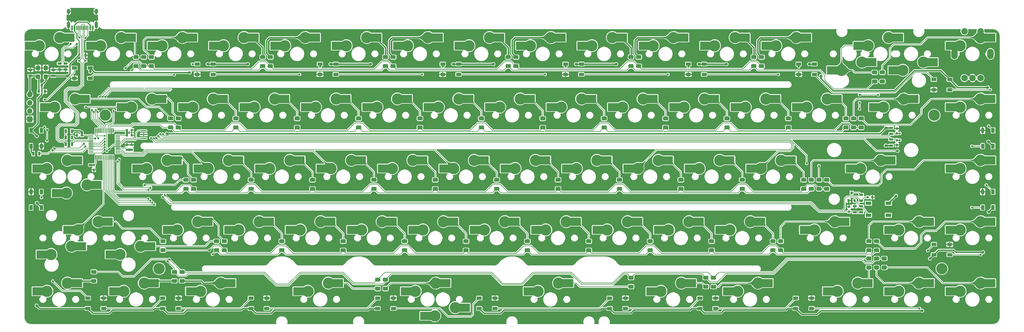
<source format=gbr>
%TF.GenerationSoftware,KiCad,Pcbnew,(5.1.11)-1*%
%TF.CreationDate,2022-07-12T18:19:21+07:00*%
%TF.ProjectId,Malenia,4d616c65-6e69-4612-9e6b-696361645f70,rev?*%
%TF.SameCoordinates,Original*%
%TF.FileFunction,Copper,L2,Bot*%
%TF.FilePolarity,Positive*%
%FSLAX46Y46*%
G04 Gerber Fmt 4.6, Leading zero omitted, Abs format (unit mm)*
G04 Created by KiCad (PCBNEW (5.1.11)-1) date 2022-07-12 18:19:21*
%MOMM*%
%LPD*%
G01*
G04 APERTURE LIST*
%TA.AperFunction,SMDPad,CuDef*%
%ADD10R,1.300000X0.700000*%
%TD*%
%TA.AperFunction,SMDPad,CuDef*%
%ADD11R,0.750000X0.800000*%
%TD*%
%TA.AperFunction,SMDPad,CuDef*%
%ADD12R,0.800000X0.900000*%
%TD*%
%TA.AperFunction,ComponentPad*%
%ADD13R,1.700000X1.700000*%
%TD*%
%TA.AperFunction,ComponentPad*%
%ADD14O,1.700000X1.700000*%
%TD*%
%TA.AperFunction,ComponentPad*%
%ADD15C,0.500000*%
%TD*%
%TA.AperFunction,SMDPad,CuDef*%
%ADD16R,3.820000X2.500000*%
%TD*%
%TA.AperFunction,ComponentPad*%
%ADD17C,3.500000*%
%TD*%
%TA.AperFunction,SMDPad,CuDef*%
%ADD18R,0.700000X1.300000*%
%TD*%
%TA.AperFunction,SMDPad,CuDef*%
%ADD19R,1.000000X1.500000*%
%TD*%
%TA.AperFunction,SMDPad,CuDef*%
%ADD20R,1.500000X1.000000*%
%TD*%
%TA.AperFunction,SMDPad,CuDef*%
%ADD21R,1.900000X0.400000*%
%TD*%
%TA.AperFunction,ComponentPad*%
%ADD22C,2.000000*%
%TD*%
%TA.AperFunction,ComponentPad*%
%ADD23O,2.000000X3.200000*%
%TD*%
%TA.AperFunction,SMDPad,CuDef*%
%ADD24R,1.800000X1.100000*%
%TD*%
%TA.AperFunction,SMDPad,CuDef*%
%ADD25R,0.800000X0.750000*%
%TD*%
%TA.AperFunction,SMDPad,CuDef*%
%ADD26R,0.700000X1.000000*%
%TD*%
%TA.AperFunction,SMDPad,CuDef*%
%ADD27R,0.700000X0.600000*%
%TD*%
%TA.AperFunction,SMDPad,CuDef*%
%ADD28R,0.600000X1.450000*%
%TD*%
%TA.AperFunction,SMDPad,CuDef*%
%ADD29R,0.300000X1.450000*%
%TD*%
%TA.AperFunction,ComponentPad*%
%ADD30O,1.000000X2.100000*%
%TD*%
%TA.AperFunction,ComponentPad*%
%ADD31O,1.000000X1.600000*%
%TD*%
%TA.AperFunction,ViaPad*%
%ADD32C,0.600000*%
%TD*%
%TA.AperFunction,ViaPad*%
%ADD33C,0.800000*%
%TD*%
%TA.AperFunction,Conductor*%
%ADD34C,0.200000*%
%TD*%
%TA.AperFunction,Conductor*%
%ADD35C,0.400000*%
%TD*%
%TA.AperFunction,Conductor*%
%ADD36C,0.300000*%
%TD*%
%TA.AperFunction,Conductor*%
%ADD37C,0.100000*%
%TD*%
%TA.AperFunction,Conductor*%
%ADD38C,0.025400*%
%TD*%
G04 APERTURE END LIST*
D10*
%TO.P,R13,2*%
%TO.N,+3V3*%
X298600000Y-61050000D03*
%TO.P,R13,1*%
%TO.N,EC_A*%
X298600000Y-62950000D03*
%TD*%
%TO.P,R12,2*%
%TO.N,EC_B*%
X298600000Y-64650000D03*
%TO.P,R12,1*%
%TO.N,+3V3*%
X298600000Y-66550000D03*
%TD*%
D11*
%TO.P,C12,2*%
%TO.N,GND*%
X300400000Y-61250000D03*
%TO.P,C12,1*%
%TO.N,EC_A*%
X300400000Y-62750000D03*
%TD*%
%TO.P,C11,2*%
%TO.N,EC_B*%
X300400000Y-64850000D03*
%TO.P,C11,1*%
%TO.N,GND*%
X300400000Y-66350000D03*
%TD*%
%TO.P,C10,2*%
%TO.N,Boot0*%
X285572790Y-87070355D03*
%TO.P,C10,1*%
%TO.N,GND*%
X285572790Y-85570355D03*
%TD*%
D12*
%TO.P,Q1,3*%
%TO.N,Net-(Q1-Pad3)*%
X286346215Y-81200000D03*
%TO.P,Q1,2*%
%TO.N,GND*%
X285396215Y-83600000D03*
%TO.P,Q1,1*%
%TO.N,Net-(Q1-Pad1)*%
X287296215Y-83600000D03*
%TD*%
D13*
%TO.P,J1,1*%
%TO.N,GND*%
X31351395Y-58340550D03*
D14*
%TO.P,J1,2*%
%TO.N,SWCLK*%
X31351395Y-55800550D03*
%TO.P,J1,3*%
%TO.N,SWDIO*%
X31351395Y-53260550D03*
%TO.P,J1,4*%
%TO.N,+3V3*%
X31351395Y-50720550D03*
%TD*%
D15*
%TO.P,MX58,1*%
%TO.N,C0*%
X32416750Y-110807500D03*
D16*
X34031250Y-111760000D03*
D17*
%TO.P,MX58,2*%
%TO.N,Net-(D56-Pad2)*%
X43021250Y-109220000D03*
D15*
X47302750Y-108267500D03*
X47302750Y-110172500D03*
D16*
X45688250Y-109220000D03*
D15*
%TO.P,MX58,1*%
%TO.N,C0*%
X32416750Y-112712500D03*
D17*
X36671250Y-111760000D03*
%TD*%
D15*
%TO.P,MX19,1*%
%TO.N,C0*%
X63373000Y-72707500D03*
D16*
%TO.P,MX19,2*%
%TO.N,Net-(D6-Pad2)*%
X76644500Y-71120000D03*
%TO.P,MX19,1*%
%TO.N,C0*%
X64987500Y-73660000D03*
D17*
X67627500Y-73660000D03*
%TO.P,MX19,2*%
%TO.N,Net-(D6-Pad2)*%
X73977500Y-71120000D03*
D15*
%TO.P,MX19,1*%
%TO.N,C0*%
X63373000Y-74612500D03*
%TO.P,MX19,2*%
%TO.N,Net-(D6-Pad2)*%
X78259000Y-72072500D03*
X78259000Y-70167500D03*
%TD*%
D18*
%TO.P,R11,2*%
%TO.N,RGB*%
X32387340Y-69056220D03*
%TO.P,R11,1*%
%TO.N,Net-(R11-Pad1)*%
X34287340Y-69056220D03*
%TD*%
%TO.P,D95,3*%
%TO.N,GND*%
%TA.AperFunction,SMDPad,CuDef*%
G36*
G01*
X31986280Y-81643940D02*
X31486280Y-81643940D01*
G75*
G02*
X31236280Y-81393940I0J250000D01*
G01*
X31236280Y-80393940D01*
G75*
G02*
X31486280Y-80143940I250000J0D01*
G01*
X31986280Y-80143940D01*
G75*
G02*
X32236280Y-80393940I0J-250000D01*
G01*
X32236280Y-81393940D01*
G75*
G02*
X31986280Y-81643940I-250000J0D01*
G01*
G37*
%TD.AperFunction*%
D19*
%TO.P,D95,4*%
%TO.N,Net-(D94-Pad2)*%
X34936280Y-80893940D03*
%TO.P,D95,2*%
%TO.N,Net-(D95-Pad2)*%
X31736280Y-85793940D03*
%TO.P,D95,1*%
%TO.N,+5V*%
X34936280Y-85793940D03*
%TD*%
%TO.P,D94,3*%
%TO.N,GND*%
%TA.AperFunction,SMDPad,CuDef*%
G36*
G01*
X53491045Y-114140950D02*
X53491045Y-113640950D01*
G75*
G02*
X53741045Y-113390950I250000J0D01*
G01*
X54741045Y-113390950D01*
G75*
G02*
X54991045Y-113640950I0J-250000D01*
G01*
X54991045Y-114140950D01*
G75*
G02*
X54741045Y-114390950I-250000J0D01*
G01*
X53741045Y-114390950D01*
G75*
G02*
X53491045Y-114140950I0J250000D01*
G01*
G37*
%TD.AperFunction*%
D20*
%TO.P,D94,4*%
%TO.N,Net-(D93-Pad2)*%
X54241045Y-117090950D03*
%TO.P,D94,2*%
%TO.N,Net-(D94-Pad2)*%
X49341045Y-113890950D03*
%TO.P,D94,1*%
%TO.N,+5V*%
X49341045Y-117090950D03*
%TD*%
%TO.P,D93,3*%
%TO.N,GND*%
%TA.AperFunction,SMDPad,CuDef*%
G36*
G01*
X76708330Y-114140950D02*
X76708330Y-113640950D01*
G75*
G02*
X76958330Y-113390950I250000J0D01*
G01*
X77958330Y-113390950D01*
G75*
G02*
X78208330Y-113640950I0J-250000D01*
G01*
X78208330Y-114140950D01*
G75*
G02*
X77958330Y-114390950I-250000J0D01*
G01*
X76958330Y-114390950D01*
G75*
G02*
X76708330Y-114140950I0J250000D01*
G01*
G37*
%TD.AperFunction*%
%TO.P,D93,4*%
%TO.N,DOUT2*%
X77458330Y-117090950D03*
%TO.P,D93,2*%
%TO.N,Net-(D93-Pad2)*%
X72558330Y-113890950D03*
%TO.P,D93,1*%
%TO.N,+5V*%
X72558330Y-117090950D03*
%TD*%
%TO.P,D92,1*%
%TO.N,+5V*%
X99942820Y-117090950D03*
%TO.P,D92,2*%
%TO.N,DOUT2*%
X99942820Y-113890950D03*
%TO.P,D92,4*%
%TO.N,Net-(D91-Pad2)*%
X104842820Y-117090950D03*
%TO.P,D92,3*%
%TO.N,GND*%
%TA.AperFunction,SMDPad,CuDef*%
G36*
G01*
X104092820Y-114140950D02*
X104092820Y-113640950D01*
G75*
G02*
X104342820Y-113390950I250000J0D01*
G01*
X105342820Y-113390950D01*
G75*
G02*
X105592820Y-113640950I0J-250000D01*
G01*
X105592820Y-114140950D01*
G75*
G02*
X105342820Y-114390950I-250000J0D01*
G01*
X104342820Y-114390950D01*
G75*
G02*
X104092820Y-114140950I0J250000D01*
G01*
G37*
%TD.AperFunction*%
%TD*%
%TO.P,D91,1*%
%TO.N,+5V*%
X139233610Y-117090950D03*
%TO.P,D91,2*%
%TO.N,Net-(D91-Pad2)*%
X139233610Y-113890950D03*
%TO.P,D91,4*%
%TO.N,Net-(D90-Pad2)*%
X144133610Y-117090950D03*
%TO.P,D91,3*%
%TO.N,GND*%
%TA.AperFunction,SMDPad,CuDef*%
G36*
G01*
X143383610Y-114140950D02*
X143383610Y-113640950D01*
G75*
G02*
X143633610Y-113390950I250000J0D01*
G01*
X144633610Y-113390950D01*
G75*
G02*
X144883610Y-113640950I0J-250000D01*
G01*
X144883610Y-114140950D01*
G75*
G02*
X144633610Y-114390950I-250000J0D01*
G01*
X143633610Y-114390950D01*
G75*
G02*
X143383610Y-114140950I0J250000D01*
G01*
G37*
%TD.AperFunction*%
%TD*%
%TO.P,D90,1*%
%TO.N,+5V*%
X170785305Y-117090950D03*
%TO.P,D90,2*%
%TO.N,Net-(D90-Pad2)*%
X170785305Y-113890950D03*
%TO.P,D90,4*%
%TO.N,Net-(D89-Pad2)*%
X175685305Y-117090950D03*
%TO.P,D90,3*%
%TO.N,GND*%
%TA.AperFunction,SMDPad,CuDef*%
G36*
G01*
X174935305Y-114140950D02*
X174935305Y-113640950D01*
G75*
G02*
X175185305Y-113390950I250000J0D01*
G01*
X176185305Y-113390950D01*
G75*
G02*
X176435305Y-113640950I0J-250000D01*
G01*
X176435305Y-114140950D01*
G75*
G02*
X176185305Y-114390950I-250000J0D01*
G01*
X175185305Y-114390950D01*
G75*
G02*
X174935305Y-114140950I0J250000D01*
G01*
G37*
%TD.AperFunction*%
%TD*%
%TO.P,D89,1*%
%TO.N,+5V*%
X211266725Y-117090950D03*
%TO.P,D89,2*%
%TO.N,Net-(D89-Pad2)*%
X211266725Y-113890950D03*
%TO.P,D89,4*%
%TO.N,Net-(D88-Pad2)*%
X216166725Y-117090950D03*
%TO.P,D89,3*%
%TO.N,GND*%
%TA.AperFunction,SMDPad,CuDef*%
G36*
G01*
X215416725Y-114140950D02*
X215416725Y-113640950D01*
G75*
G02*
X215666725Y-113390950I250000J0D01*
G01*
X216666725Y-113390950D01*
G75*
G02*
X216916725Y-113640950I0J-250000D01*
G01*
X216916725Y-114140950D01*
G75*
G02*
X216666725Y-114390950I-250000J0D01*
G01*
X215666725Y-114390950D01*
G75*
G02*
X215416725Y-114140950I0J250000D01*
G01*
G37*
%TD.AperFunction*%
%TD*%
%TO.P,D88,1*%
%TO.N,+5V*%
X239247570Y-117090950D03*
%TO.P,D88,2*%
%TO.N,Net-(D88-Pad2)*%
X239247570Y-113890950D03*
%TO.P,D88,4*%
%TO.N,Net-(D87-Pad2)*%
X244147570Y-117090950D03*
%TO.P,D88,3*%
%TO.N,GND*%
%TA.AperFunction,SMDPad,CuDef*%
G36*
G01*
X243397570Y-114140950D02*
X243397570Y-113640950D01*
G75*
G02*
X243647570Y-113390950I250000J0D01*
G01*
X244647570Y-113390950D01*
G75*
G02*
X244897570Y-113640950I0J-250000D01*
G01*
X244897570Y-114140950D01*
G75*
G02*
X244647570Y-114390950I-250000J0D01*
G01*
X243647570Y-114390950D01*
G75*
G02*
X243397570Y-114140950I0J250000D01*
G01*
G37*
%TD.AperFunction*%
%TD*%
%TO.P,D87,1*%
%TO.N,+5V*%
X269013320Y-117090950D03*
%TO.P,D87,2*%
%TO.N,Net-(D87-Pad2)*%
X269013320Y-113890950D03*
%TO.P,D87,4*%
%TO.N,Net-(D86-Pad2)*%
X273913320Y-117090950D03*
%TO.P,D87,3*%
%TO.N,GND*%
%TA.AperFunction,SMDPad,CuDef*%
G36*
G01*
X273163320Y-114140950D02*
X273163320Y-113640950D01*
G75*
G02*
X273413320Y-113390950I250000J0D01*
G01*
X274413320Y-113390950D01*
G75*
G02*
X274663320Y-113640950I0J-250000D01*
G01*
X274663320Y-114140950D01*
G75*
G02*
X274413320Y-114390950I-250000J0D01*
G01*
X273413320Y-114390950D01*
G75*
G02*
X273163320Y-114140950I0J250000D01*
G01*
G37*
%TD.AperFunction*%
%TD*%
%TO.P,D86,1*%
%TO.N,+5V*%
X311874960Y-100422130D03*
%TO.P,D86,2*%
%TO.N,Net-(D86-Pad2)*%
X311874960Y-97222130D03*
%TO.P,D86,4*%
%TO.N,Net-(D85-Pad2)*%
X316774960Y-100422130D03*
%TO.P,D86,3*%
%TO.N,GND*%
%TA.AperFunction,SMDPad,CuDef*%
G36*
G01*
X316024960Y-97472130D02*
X316024960Y-96972130D01*
G75*
G02*
X316274960Y-96722130I250000J0D01*
G01*
X317274960Y-96722130D01*
G75*
G02*
X317524960Y-96972130I0J-250000D01*
G01*
X317524960Y-97472130D01*
G75*
G02*
X317274960Y-97722130I-250000J0D01*
G01*
X316274960Y-97722130D01*
G75*
G02*
X316024960Y-97472130I0J250000D01*
G01*
G37*
%TD.AperFunction*%
%TD*%
D19*
%TO.P,D85,1*%
%TO.N,+5V*%
X330212520Y-85793940D03*
%TO.P,D85,2*%
%TO.N,Net-(D85-Pad2)*%
X327012520Y-85793940D03*
%TO.P,D85,4*%
%TO.N,Net-(D84-Pad2)*%
X330212520Y-80893940D03*
%TO.P,D85,3*%
%TO.N,GND*%
%TA.AperFunction,SMDPad,CuDef*%
G36*
G01*
X327262520Y-81643940D02*
X326762520Y-81643940D01*
G75*
G02*
X326512520Y-81393940I0J250000D01*
G01*
X326512520Y-80393940D01*
G75*
G02*
X326762520Y-80143940I250000J0D01*
G01*
X327262520Y-80143940D01*
G75*
G02*
X327512520Y-80393940I0J-250000D01*
G01*
X327512520Y-81393940D01*
G75*
G02*
X327262520Y-81643940I-250000J0D01*
G01*
G37*
%TD.AperFunction*%
%TD*%
%TO.P,D84,1*%
%TO.N,+5V*%
X330212520Y-66743860D03*
%TO.P,D84,2*%
%TO.N,Net-(D84-Pad2)*%
X327012520Y-66743860D03*
%TO.P,D84,4*%
%TO.N,DOUT1*%
X330212520Y-61843860D03*
%TO.P,D84,3*%
%TO.N,GND*%
%TA.AperFunction,SMDPad,CuDef*%
G36*
G01*
X327262520Y-62593860D02*
X326762520Y-62593860D01*
G75*
G02*
X326512520Y-62343860I0J250000D01*
G01*
X326512520Y-61343860D01*
G75*
G02*
X326762520Y-61093860I250000J0D01*
G01*
X327262520Y-61093860D01*
G75*
G02*
X327512520Y-61343860I0J-250000D01*
G01*
X327512520Y-62343860D01*
G75*
G02*
X327262520Y-62593860I-250000J0D01*
G01*
G37*
%TD.AperFunction*%
%TD*%
D20*
%TO.P,D83,1*%
%TO.N,+5V*%
X316774960Y-46025040D03*
%TO.P,D83,2*%
%TO.N,DOUT1*%
X316774960Y-49225040D03*
%TO.P,D83,4*%
%TO.N,Net-(D82-Pad2)*%
X311874960Y-46025040D03*
%TO.P,D83,3*%
%TO.N,GND*%
%TA.AperFunction,SMDPad,CuDef*%
G36*
G01*
X312624960Y-48975040D02*
X312624960Y-49475040D01*
G75*
G02*
X312374960Y-49725040I-250000J0D01*
G01*
X311374960Y-49725040D01*
G75*
G02*
X311124960Y-49475040I0J250000D01*
G01*
X311124960Y-48975040D01*
G75*
G02*
X311374960Y-48725040I250000J0D01*
G01*
X312374960Y-48725040D01*
G75*
G02*
X312624960Y-48975040I0J-250000D01*
G01*
G37*
%TD.AperFunction*%
%TD*%
%TO.P,D82,1*%
%TO.N,+5V*%
X274806586Y-41262288D03*
%TO.P,D82,2*%
%TO.N,Net-(D82-Pad2)*%
X274806586Y-44462288D03*
%TO.P,D82,4*%
%TO.N,Net-(D81-Pad2)*%
X269906586Y-41262288D03*
%TO.P,D82,3*%
%TO.N,GND*%
%TA.AperFunction,SMDPad,CuDef*%
G36*
G01*
X270656586Y-44212288D02*
X270656586Y-44712288D01*
G75*
G02*
X270406586Y-44962288I-250000J0D01*
G01*
X269406586Y-44962288D01*
G75*
G02*
X269156586Y-44712288I0J250000D01*
G01*
X269156586Y-44212288D01*
G75*
G02*
X269406586Y-43962288I250000J0D01*
G01*
X270406586Y-43962288D01*
G75*
G02*
X270656586Y-44212288I0J-250000D01*
G01*
G37*
%TD.AperFunction*%
%TD*%
%TO.P,D81,1*%
%TO.N,+5V*%
X240574940Y-41262280D03*
%TO.P,D81,2*%
%TO.N,Net-(D81-Pad2)*%
X240574940Y-44462280D03*
%TO.P,D81,4*%
%TO.N,Net-(D80-Pad2)*%
X235674940Y-41262280D03*
%TO.P,D81,3*%
%TO.N,GND*%
%TA.AperFunction,SMDPad,CuDef*%
G36*
G01*
X236424940Y-44212280D02*
X236424940Y-44712280D01*
G75*
G02*
X236174940Y-44962280I-250000J0D01*
G01*
X235174940Y-44962280D01*
G75*
G02*
X234924940Y-44712280I0J250000D01*
G01*
X234924940Y-44212280D01*
G75*
G02*
X235174940Y-43962280I250000J0D01*
G01*
X236174940Y-43962280D01*
G75*
G02*
X236424940Y-44212280I0J-250000D01*
G01*
G37*
%TD.AperFunction*%
%TD*%
%TO.P,D80,1*%
%TO.N,+5V*%
X202474940Y-41262280D03*
%TO.P,D80,2*%
%TO.N,Net-(D80-Pad2)*%
X202474940Y-44462280D03*
%TO.P,D80,4*%
%TO.N,Net-(D79-Pad2)*%
X197574940Y-41262280D03*
%TO.P,D80,3*%
%TO.N,GND*%
%TA.AperFunction,SMDPad,CuDef*%
G36*
G01*
X198324940Y-44212280D02*
X198324940Y-44712280D01*
G75*
G02*
X198074940Y-44962280I-250000J0D01*
G01*
X197074940Y-44962280D01*
G75*
G02*
X196824940Y-44712280I0J250000D01*
G01*
X196824940Y-44212280D01*
G75*
G02*
X197074940Y-43962280I250000J0D01*
G01*
X198074940Y-43962280D01*
G75*
G02*
X198324940Y-44212280I0J-250000D01*
G01*
G37*
%TD.AperFunction*%
%TD*%
%TO.P,D79,1*%
%TO.N,+5V*%
X164374940Y-41262280D03*
%TO.P,D79,2*%
%TO.N,Net-(D79-Pad2)*%
X164374940Y-44462280D03*
%TO.P,D79,4*%
%TO.N,Net-(D78-Pad2)*%
X159474940Y-41262280D03*
%TO.P,D79,3*%
%TO.N,GND*%
%TA.AperFunction,SMDPad,CuDef*%
G36*
G01*
X160224940Y-44212280D02*
X160224940Y-44712280D01*
G75*
G02*
X159974940Y-44962280I-250000J0D01*
G01*
X158974940Y-44962280D01*
G75*
G02*
X158724940Y-44712280I0J250000D01*
G01*
X158724940Y-44212280D01*
G75*
G02*
X158974940Y-43962280I250000J0D01*
G01*
X159974940Y-43962280D01*
G75*
G02*
X160224940Y-44212280I0J-250000D01*
G01*
G37*
%TD.AperFunction*%
%TD*%
%TO.P,D78,1*%
%TO.N,+5V*%
X126274940Y-41262280D03*
%TO.P,D78,2*%
%TO.N,Net-(D78-Pad2)*%
X126274940Y-44462280D03*
%TO.P,D78,4*%
%TO.N,Net-(D77-Pad2)*%
X121374940Y-41262280D03*
%TO.P,D78,3*%
%TO.N,GND*%
%TA.AperFunction,SMDPad,CuDef*%
G36*
G01*
X122124940Y-44212280D02*
X122124940Y-44712280D01*
G75*
G02*
X121874940Y-44962280I-250000J0D01*
G01*
X120874940Y-44962280D01*
G75*
G02*
X120624940Y-44712280I0J250000D01*
G01*
X120624940Y-44212280D01*
G75*
G02*
X120874940Y-43962280I250000J0D01*
G01*
X121874940Y-43962280D01*
G75*
G02*
X122124940Y-44212280I0J-250000D01*
G01*
G37*
%TD.AperFunction*%
%TD*%
%TO.P,D77,1*%
%TO.N,+5V*%
X88174940Y-41262280D03*
%TO.P,D77,2*%
%TO.N,Net-(D77-Pad2)*%
X88174940Y-44462280D03*
%TO.P,D77,4*%
%TO.N,Net-(D76-Pad2)*%
X83274940Y-41262280D03*
%TO.P,D77,3*%
%TO.N,GND*%
%TA.AperFunction,SMDPad,CuDef*%
G36*
G01*
X84024940Y-44212280D02*
X84024940Y-44712280D01*
G75*
G02*
X83774940Y-44962280I-250000J0D01*
G01*
X82774940Y-44962280D01*
G75*
G02*
X82524940Y-44712280I0J250000D01*
G01*
X82524940Y-44212280D01*
G75*
G02*
X82774940Y-43962280I250000J0D01*
G01*
X83774940Y-43962280D01*
G75*
G02*
X84024940Y-44212280I0J-250000D01*
G01*
G37*
%TD.AperFunction*%
%TD*%
%TO.P,D76,1*%
%TO.N,+5V*%
X50075056Y-42453160D03*
%TO.P,D76,2*%
%TO.N,Net-(D76-Pad2)*%
X50075056Y-45653160D03*
%TO.P,D76,4*%
%TO.N,Net-(D75-Pad2)*%
X45175056Y-42453160D03*
%TO.P,D76,3*%
%TO.N,GND*%
%TA.AperFunction,SMDPad,CuDef*%
G36*
G01*
X45925056Y-45403160D02*
X45925056Y-45903160D01*
G75*
G02*
X45675056Y-46153160I-250000J0D01*
G01*
X44675056Y-46153160D01*
G75*
G02*
X44425056Y-45903160I0J250000D01*
G01*
X44425056Y-45403160D01*
G75*
G02*
X44675056Y-45153160I250000J0D01*
G01*
X45675056Y-45153160D01*
G75*
G02*
X45925056Y-45403160I0J-250000D01*
G01*
G37*
%TD.AperFunction*%
%TD*%
D19*
%TO.P,D75,1*%
%TO.N,+5V*%
X31737220Y-61843620D03*
%TO.P,D75,2*%
%TO.N,Net-(D75-Pad2)*%
X34937220Y-61843620D03*
%TO.P,D75,4*%
%TO.N,RGB*%
X31737220Y-66743620D03*
%TO.P,D75,3*%
%TO.N,GND*%
%TA.AperFunction,SMDPad,CuDef*%
G36*
G01*
X34687220Y-65993620D02*
X35187220Y-65993620D01*
G75*
G02*
X35437220Y-66243620I0J-250000D01*
G01*
X35437220Y-67243620D01*
G75*
G02*
X35187220Y-67493620I-250000J0D01*
G01*
X34687220Y-67493620D01*
G75*
G02*
X34437220Y-67243620I0J250000D01*
G01*
X34437220Y-66243620D01*
G75*
G02*
X34687220Y-65993620I250000J0D01*
G01*
G37*
%TD.AperFunction*%
%TD*%
D21*
%TO.P,Y1,3*%
%TO.N,Net-(U1-Pad6)*%
X66675120Y-64303230D03*
%TO.P,Y1,2*%
%TO.N,GND*%
X66675120Y-63103230D03*
%TO.P,Y1,1*%
%TO.N,Net-(U1-Pad5)*%
X66675120Y-61903230D03*
%TD*%
D18*
%TO.P,R10,2*%
%TO.N,+3V3*%
X44420535Y-62079686D03*
%TO.P,R10,1*%
%TO.N,/MCU/A+*%
X42520535Y-62079686D03*
%TD*%
%TO.P,D73,2*%
%TO.N,Net-(D73-Pad2)*%
%TA.AperFunction,SMDPad,CuDef*%
G36*
G01*
X242922475Y-109742485D02*
X244042475Y-109742485D01*
G75*
G02*
X244282475Y-109982485I0J-240000D01*
G01*
X244282475Y-110702485D01*
G75*
G02*
X244042475Y-110942485I-240000J0D01*
G01*
X242922475Y-110942485D01*
G75*
G02*
X242682475Y-110702485I0J240000D01*
G01*
X242682475Y-109982485D01*
G75*
G02*
X242922475Y-109742485I240000J0D01*
G01*
G37*
%TD.AperFunction*%
%TO.P,D73,1*%
%TO.N,R9*%
%TA.AperFunction,SMDPad,CuDef*%
G36*
G01*
X242922475Y-106942485D02*
X244042475Y-106942485D01*
G75*
G02*
X244282475Y-107182485I0J-240000D01*
G01*
X244282475Y-107902485D01*
G75*
G02*
X244042475Y-108142485I-240000J0D01*
G01*
X242922475Y-108142485D01*
G75*
G02*
X242682475Y-107902485I0J240000D01*
G01*
X242682475Y-107182485D01*
G75*
G02*
X242922475Y-106942485I240000J0D01*
G01*
G37*
%TD.AperFunction*%
%TD*%
%TO.P,D68,2*%
%TO.N,Net-(D68-Pad2)*%
%TA.AperFunction,SMDPad,CuDef*%
G36*
G01*
X295906710Y-103789335D02*
X297026710Y-103789335D01*
G75*
G02*
X297266710Y-104029335I0J-240000D01*
G01*
X297266710Y-104749335D01*
G75*
G02*
X297026710Y-104989335I-240000J0D01*
G01*
X295906710Y-104989335D01*
G75*
G02*
X295666710Y-104749335I0J240000D01*
G01*
X295666710Y-104029335D01*
G75*
G02*
X295906710Y-103789335I240000J0D01*
G01*
G37*
%TD.AperFunction*%
%TO.P,D68,1*%
%TO.N,R8*%
%TA.AperFunction,SMDPad,CuDef*%
G36*
G01*
X295906710Y-100989335D02*
X297026710Y-100989335D01*
G75*
G02*
X297266710Y-101229335I0J-240000D01*
G01*
X297266710Y-101949335D01*
G75*
G02*
X297026710Y-102189335I-240000J0D01*
G01*
X295906710Y-102189335D01*
G75*
G02*
X295666710Y-101949335I0J240000D01*
G01*
X295666710Y-101229335D01*
G75*
G02*
X295906710Y-100989335I240000J0D01*
G01*
G37*
%TD.AperFunction*%
%TD*%
%TO.P,D67,2*%
%TO.N,Net-(D67-Pad2)*%
%TA.AperFunction,SMDPad,CuDef*%
G36*
G01*
X293525450Y-103789335D02*
X294645450Y-103789335D01*
G75*
G02*
X294885450Y-104029335I0J-240000D01*
G01*
X294885450Y-104749335D01*
G75*
G02*
X294645450Y-104989335I-240000J0D01*
G01*
X293525450Y-104989335D01*
G75*
G02*
X293285450Y-104749335I0J240000D01*
G01*
X293285450Y-104029335D01*
G75*
G02*
X293525450Y-103789335I240000J0D01*
G01*
G37*
%TD.AperFunction*%
%TO.P,D67,1*%
%TO.N,R8*%
%TA.AperFunction,SMDPad,CuDef*%
G36*
G01*
X293525450Y-100989335D02*
X294645450Y-100989335D01*
G75*
G02*
X294885450Y-101229335I0J-240000D01*
G01*
X294885450Y-101949335D01*
G75*
G02*
X294645450Y-102189335I-240000J0D01*
G01*
X293525450Y-102189335D01*
G75*
G02*
X293285450Y-101949335I0J240000D01*
G01*
X293285450Y-101229335D01*
G75*
G02*
X293525450Y-100989335I240000J0D01*
G01*
G37*
%TD.AperFunction*%
%TD*%
%TO.P,D66,2*%
%TO.N,Net-(D66-Pad2)*%
%TA.AperFunction,SMDPad,CuDef*%
G36*
G01*
X291144050Y-103789175D02*
X292264050Y-103789175D01*
G75*
G02*
X292504050Y-104029175I0J-240000D01*
G01*
X292504050Y-104749175D01*
G75*
G02*
X292264050Y-104989175I-240000J0D01*
G01*
X291144050Y-104989175D01*
G75*
G02*
X290904050Y-104749175I0J240000D01*
G01*
X290904050Y-104029175D01*
G75*
G02*
X291144050Y-103789175I240000J0D01*
G01*
G37*
%TD.AperFunction*%
%TO.P,D66,1*%
%TO.N,R9*%
%TA.AperFunction,SMDPad,CuDef*%
G36*
G01*
X291144050Y-100989175D02*
X292264050Y-100989175D01*
G75*
G02*
X292504050Y-101229175I0J-240000D01*
G01*
X292504050Y-101949175D01*
G75*
G02*
X292264050Y-102189175I-240000J0D01*
G01*
X291144050Y-102189175D01*
G75*
G02*
X290904050Y-101949175I0J240000D01*
G01*
X290904050Y-101229175D01*
G75*
G02*
X291144050Y-100989175I240000J0D01*
G01*
G37*
%TD.AperFunction*%
%TD*%
%TO.P,D65,2*%
%TO.N,Net-(D65-Pad2)*%
%TA.AperFunction,SMDPad,CuDef*%
G36*
G01*
X240541215Y-109742485D02*
X241661215Y-109742485D01*
G75*
G02*
X241901215Y-109982485I0J-240000D01*
G01*
X241901215Y-110702485D01*
G75*
G02*
X241661215Y-110942485I-240000J0D01*
G01*
X240541215Y-110942485D01*
G75*
G02*
X240301215Y-110702485I0J240000D01*
G01*
X240301215Y-109982485D01*
G75*
G02*
X240541215Y-109742485I240000J0D01*
G01*
G37*
%TD.AperFunction*%
%TO.P,D65,1*%
%TO.N,R8*%
%TA.AperFunction,SMDPad,CuDef*%
G36*
G01*
X240541215Y-106942485D02*
X241661215Y-106942485D01*
G75*
G02*
X241901215Y-107182485I0J-240000D01*
G01*
X241901215Y-107902485D01*
G75*
G02*
X241661215Y-108142485I-240000J0D01*
G01*
X240541215Y-108142485D01*
G75*
G02*
X240301215Y-107902485I0J240000D01*
G01*
X240301215Y-107182485D01*
G75*
G02*
X240541215Y-106942485I240000J0D01*
G01*
G37*
%TD.AperFunction*%
%TD*%
%TO.P,D63,2*%
%TO.N,Net-(D63-Pad2)*%
%TA.AperFunction,SMDPad,CuDef*%
G36*
G01*
X217323930Y-109742485D02*
X218443930Y-109742485D01*
G75*
G02*
X218683930Y-109982485I0J-240000D01*
G01*
X218683930Y-110702485D01*
G75*
G02*
X218443930Y-110942485I-240000J0D01*
G01*
X217323930Y-110942485D01*
G75*
G02*
X217083930Y-110702485I0J240000D01*
G01*
X217083930Y-109982485D01*
G75*
G02*
X217323930Y-109742485I240000J0D01*
G01*
G37*
%TD.AperFunction*%
%TO.P,D63,1*%
%TO.N,R8*%
%TA.AperFunction,SMDPad,CuDef*%
G36*
G01*
X217323930Y-106942485D02*
X218443930Y-106942485D01*
G75*
G02*
X218683930Y-107182485I0J-240000D01*
G01*
X218683930Y-107902485D01*
G75*
G02*
X218443930Y-108142485I-240000J0D01*
G01*
X217323930Y-108142485D01*
G75*
G02*
X217083930Y-107902485I0J240000D01*
G01*
X217083930Y-107182485D01*
G75*
G02*
X217323930Y-106942485I240000J0D01*
G01*
G37*
%TD.AperFunction*%
%TD*%
%TO.P,D62,2*%
%TO.N,Net-(D62-Pad2)*%
%TA.AperFunction,SMDPad,CuDef*%
G36*
G01*
X141123610Y-110337800D02*
X142243610Y-110337800D01*
G75*
G02*
X142483610Y-110577800I0J-240000D01*
G01*
X142483610Y-111297800D01*
G75*
G02*
X142243610Y-111537800I-240000J0D01*
G01*
X141123610Y-111537800D01*
G75*
G02*
X140883610Y-111297800I0J240000D01*
G01*
X140883610Y-110577800D01*
G75*
G02*
X141123610Y-110337800I240000J0D01*
G01*
G37*
%TD.AperFunction*%
%TO.P,D62,1*%
%TO.N,R8*%
%TA.AperFunction,SMDPad,CuDef*%
G36*
G01*
X141123610Y-107537800D02*
X142243610Y-107537800D01*
G75*
G02*
X142483610Y-107777800I0J-240000D01*
G01*
X142483610Y-108497800D01*
G75*
G02*
X142243610Y-108737800I-240000J0D01*
G01*
X141123610Y-108737800D01*
G75*
G02*
X140883610Y-108497800I0J240000D01*
G01*
X140883610Y-107777800D01*
G75*
G02*
X141123610Y-107537800I240000J0D01*
G01*
G37*
%TD.AperFunction*%
%TD*%
%TO.P,D61,2*%
%TO.N,Net-(D61-Pad2)*%
%TA.AperFunction,SMDPad,CuDef*%
G36*
G01*
X138742350Y-110337800D02*
X139862350Y-110337800D01*
G75*
G02*
X140102350Y-110577800I0J-240000D01*
G01*
X140102350Y-111297800D01*
G75*
G02*
X139862350Y-111537800I-240000J0D01*
G01*
X138742350Y-111537800D01*
G75*
G02*
X138502350Y-111297800I0J240000D01*
G01*
X138502350Y-110577800D01*
G75*
G02*
X138742350Y-110337800I240000J0D01*
G01*
G37*
%TD.AperFunction*%
%TO.P,D61,1*%
%TO.N,R9*%
%TA.AperFunction,SMDPad,CuDef*%
G36*
G01*
X138742350Y-107537800D02*
X139862350Y-107537800D01*
G75*
G02*
X140102350Y-107777800I0J-240000D01*
G01*
X140102350Y-108497800D01*
G75*
G02*
X139862350Y-108737800I-240000J0D01*
G01*
X138742350Y-108737800D01*
G75*
G02*
X138502350Y-108497800I0J240000D01*
G01*
X138502350Y-107777800D01*
G75*
G02*
X138742350Y-107537800I240000J0D01*
G01*
G37*
%TD.AperFunction*%
%TD*%
%TO.P,D59,2*%
%TO.N,Net-(D59-Pad2)*%
%TA.AperFunction,SMDPad,CuDef*%
G36*
G01*
X78021420Y-107956540D02*
X79141420Y-107956540D01*
G75*
G02*
X79381420Y-108196540I0J-240000D01*
G01*
X79381420Y-108916540D01*
G75*
G02*
X79141420Y-109156540I-240000J0D01*
G01*
X78021420Y-109156540D01*
G75*
G02*
X77781420Y-108916540I0J240000D01*
G01*
X77781420Y-108196540D01*
G75*
G02*
X78021420Y-107956540I240000J0D01*
G01*
G37*
%TD.AperFunction*%
%TO.P,D59,1*%
%TO.N,R9*%
%TA.AperFunction,SMDPad,CuDef*%
G36*
G01*
X78021420Y-105156540D02*
X79141420Y-105156540D01*
G75*
G02*
X79381420Y-105396540I0J-240000D01*
G01*
X79381420Y-106116540D01*
G75*
G02*
X79141420Y-106356540I-240000J0D01*
G01*
X78021420Y-106356540D01*
G75*
G02*
X77781420Y-106116540I0J240000D01*
G01*
X77781420Y-105396540D01*
G75*
G02*
X78021420Y-105156540I240000J0D01*
G01*
G37*
%TD.AperFunction*%
%TD*%
%TO.P,D58,2*%
%TO.N,Net-(D58-Pad2)*%
%TA.AperFunction,SMDPad,CuDef*%
G36*
G01*
X75640160Y-107956540D02*
X76760160Y-107956540D01*
G75*
G02*
X77000160Y-108196540I0J-240000D01*
G01*
X77000160Y-108916540D01*
G75*
G02*
X76760160Y-109156540I-240000J0D01*
G01*
X75640160Y-109156540D01*
G75*
G02*
X75400160Y-108916540I0J240000D01*
G01*
X75400160Y-108196540D01*
G75*
G02*
X75640160Y-107956540I240000J0D01*
G01*
G37*
%TD.AperFunction*%
%TO.P,D58,1*%
%TO.N,R8*%
%TA.AperFunction,SMDPad,CuDef*%
G36*
G01*
X75640160Y-105156540D02*
X76760160Y-105156540D01*
G75*
G02*
X77000160Y-105396540I0J-240000D01*
G01*
X77000160Y-106116540D01*
G75*
G02*
X76760160Y-106356540I-240000J0D01*
G01*
X75640160Y-106356540D01*
G75*
G02*
X75400160Y-106116540I0J240000D01*
G01*
X75400160Y-105396540D01*
G75*
G02*
X75640160Y-105156540I240000J0D01*
G01*
G37*
%TD.AperFunction*%
%TD*%
%TO.P,D57,2*%
%TO.N,Net-(D57-Pad2)*%
%TA.AperFunction,SMDPad,CuDef*%
G36*
G01*
X294645450Y-96831500D02*
X293525450Y-96831500D01*
G75*
G02*
X293285450Y-96591500I0J240000D01*
G01*
X293285450Y-95871500D01*
G75*
G02*
X293525450Y-95631500I240000J0D01*
G01*
X294645450Y-95631500D01*
G75*
G02*
X294885450Y-95871500I0J-240000D01*
G01*
X294885450Y-96591500D01*
G75*
G02*
X294645450Y-96831500I-240000J0D01*
G01*
G37*
%TD.AperFunction*%
%TO.P,D57,1*%
%TO.N,R6*%
%TA.AperFunction,SMDPad,CuDef*%
G36*
G01*
X294645450Y-99631500D02*
X293525450Y-99631500D01*
G75*
G02*
X293285450Y-99391500I0J240000D01*
G01*
X293285450Y-98671500D01*
G75*
G02*
X293525450Y-98431500I240000J0D01*
G01*
X294645450Y-98431500D01*
G75*
G02*
X294885450Y-98671500I0J-240000D01*
G01*
X294885450Y-99391500D01*
G75*
G02*
X294645450Y-99631500I-240000J0D01*
G01*
G37*
%TD.AperFunction*%
%TD*%
%TO.P,D55,2*%
%TO.N,Net-(D55-Pad2)*%
%TA.AperFunction,SMDPad,CuDef*%
G36*
G01*
X292264190Y-96831500D02*
X291144190Y-96831500D01*
G75*
G02*
X290904190Y-96591500I0J240000D01*
G01*
X290904190Y-95871500D01*
G75*
G02*
X291144190Y-95631500I240000J0D01*
G01*
X292264190Y-95631500D01*
G75*
G02*
X292504190Y-95871500I0J-240000D01*
G01*
X292504190Y-96591500D01*
G75*
G02*
X292264190Y-96831500I-240000J0D01*
G01*
G37*
%TD.AperFunction*%
%TO.P,D55,1*%
%TO.N,R7*%
%TA.AperFunction,SMDPad,CuDef*%
G36*
G01*
X292264190Y-99631500D02*
X291144190Y-99631500D01*
G75*
G02*
X290904190Y-99391500I0J240000D01*
G01*
X290904190Y-98671500D01*
G75*
G02*
X291144190Y-98431500I240000J0D01*
G01*
X292264190Y-98431500D01*
G75*
G02*
X292504190Y-98671500I0J-240000D01*
G01*
X292504190Y-99391500D01*
G75*
G02*
X292264190Y-99631500I-240000J0D01*
G01*
G37*
%TD.AperFunction*%
%TD*%
%TO.P,D54,2*%
%TO.N,Net-(D54-Pad2)*%
%TA.AperFunction,SMDPad,CuDef*%
G36*
G01*
X264879700Y-96831500D02*
X263759700Y-96831500D01*
G75*
G02*
X263519700Y-96591500I0J240000D01*
G01*
X263519700Y-95871500D01*
G75*
G02*
X263759700Y-95631500I240000J0D01*
G01*
X264879700Y-95631500D01*
G75*
G02*
X265119700Y-95871500I0J-240000D01*
G01*
X265119700Y-96591500D01*
G75*
G02*
X264879700Y-96831500I-240000J0D01*
G01*
G37*
%TD.AperFunction*%
%TO.P,D54,1*%
%TO.N,R7*%
%TA.AperFunction,SMDPad,CuDef*%
G36*
G01*
X264879700Y-99631500D02*
X263759700Y-99631500D01*
G75*
G02*
X263519700Y-99391500I0J240000D01*
G01*
X263519700Y-98671500D01*
G75*
G02*
X263759700Y-98431500I240000J0D01*
G01*
X264879700Y-98431500D01*
G75*
G02*
X265119700Y-98671500I0J-240000D01*
G01*
X265119700Y-99391500D01*
G75*
G02*
X264879700Y-99631500I-240000J0D01*
G01*
G37*
%TD.AperFunction*%
%TD*%
%TO.P,D46,2*%
%TO.N,Net-(D46-Pad2)*%
%TA.AperFunction,SMDPad,CuDef*%
G36*
G01*
X110097800Y-96831500D02*
X108977800Y-96831500D01*
G75*
G02*
X108737800Y-96591500I0J240000D01*
G01*
X108737800Y-95871500D01*
G75*
G02*
X108977800Y-95631500I240000J0D01*
G01*
X110097800Y-95631500D01*
G75*
G02*
X110337800Y-95871500I0J-240000D01*
G01*
X110337800Y-96591500D01*
G75*
G02*
X110097800Y-96831500I-240000J0D01*
G01*
G37*
%TD.AperFunction*%
%TO.P,D46,1*%
%TO.N,R6*%
%TA.AperFunction,SMDPad,CuDef*%
G36*
G01*
X110097800Y-99631500D02*
X108977800Y-99631500D01*
G75*
G02*
X108737800Y-99391500I0J240000D01*
G01*
X108737800Y-98671500D01*
G75*
G02*
X108977800Y-98431500I240000J0D01*
G01*
X110097800Y-98431500D01*
G75*
G02*
X110337800Y-98671500I0J-240000D01*
G01*
X110337800Y-99391500D01*
G75*
G02*
X110097800Y-99631500I-240000J0D01*
G01*
G37*
%TD.AperFunction*%
%TD*%
%TO.P,D42,2*%
%TO.N,Net-(D42-Pad2)*%
%TA.AperFunction,SMDPad,CuDef*%
G36*
G01*
X279167260Y-77781420D02*
X278047260Y-77781420D01*
G75*
G02*
X277807260Y-77541420I0J240000D01*
G01*
X277807260Y-76821420D01*
G75*
G02*
X278047260Y-76581420I240000J0D01*
G01*
X279167260Y-76581420D01*
G75*
G02*
X279407260Y-76821420I0J-240000D01*
G01*
X279407260Y-77541420D01*
G75*
G02*
X279167260Y-77781420I-240000J0D01*
G01*
G37*
%TD.AperFunction*%
%TO.P,D42,1*%
%TO.N,R4*%
%TA.AperFunction,SMDPad,CuDef*%
G36*
G01*
X279167260Y-80581420D02*
X278047260Y-80581420D01*
G75*
G02*
X277807260Y-80341420I0J240000D01*
G01*
X277807260Y-79621420D01*
G75*
G02*
X278047260Y-79381420I240000J0D01*
G01*
X279167260Y-79381420D01*
G75*
G02*
X279407260Y-79621420I0J-240000D01*
G01*
X279407260Y-80341420D01*
G75*
G02*
X279167260Y-80581420I-240000J0D01*
G01*
G37*
%TD.AperFunction*%
%TD*%
%TO.P,D41,2*%
%TO.N,Net-(D41-Pad2)*%
%TA.AperFunction,SMDPad,CuDef*%
G36*
G01*
X289882930Y-58731340D02*
X288762930Y-58731340D01*
G75*
G02*
X288522930Y-58491340I0J240000D01*
G01*
X288522930Y-57771340D01*
G75*
G02*
X288762930Y-57531340I240000J0D01*
G01*
X289882930Y-57531340D01*
G75*
G02*
X290122930Y-57771340I0J-240000D01*
G01*
X290122930Y-58491340D01*
G75*
G02*
X289882930Y-58731340I-240000J0D01*
G01*
G37*
%TD.AperFunction*%
%TO.P,D41,1*%
%TO.N,R2*%
%TA.AperFunction,SMDPad,CuDef*%
G36*
G01*
X289882930Y-61531340D02*
X288762930Y-61531340D01*
G75*
G02*
X288522930Y-61291340I0J240000D01*
G01*
X288522930Y-60571340D01*
G75*
G02*
X288762930Y-60331340I240000J0D01*
G01*
X289882930Y-60331340D01*
G75*
G02*
X290122930Y-60571340I0J-240000D01*
G01*
X290122930Y-61291340D01*
G75*
G02*
X289882930Y-61531340I-240000J0D01*
G01*
G37*
%TD.AperFunction*%
%TD*%
%TO.P,D40,2*%
%TO.N,MX15*%
%TA.AperFunction,SMDPad,CuDef*%
G36*
G01*
X296431395Y-44443780D02*
X295311395Y-44443780D01*
G75*
G02*
X295071395Y-44203780I0J240000D01*
G01*
X295071395Y-43483780D01*
G75*
G02*
X295311395Y-43243780I240000J0D01*
G01*
X296431395Y-43243780D01*
G75*
G02*
X296671395Y-43483780I0J-240000D01*
G01*
X296671395Y-44203780D01*
G75*
G02*
X296431395Y-44443780I-240000J0D01*
G01*
G37*
%TD.AperFunction*%
%TO.P,D40,1*%
%TO.N,R0*%
%TA.AperFunction,SMDPad,CuDef*%
G36*
G01*
X296431395Y-47243780D02*
X295311395Y-47243780D01*
G75*
G02*
X295071395Y-47003780I0J240000D01*
G01*
X295071395Y-46283780D01*
G75*
G02*
X295311395Y-46043780I240000J0D01*
G01*
X296431395Y-46043780D01*
G75*
G02*
X296671395Y-46283780I0J-240000D01*
G01*
X296671395Y-47003780D01*
G75*
G02*
X296431395Y-47243780I-240000J0D01*
G01*
G37*
%TD.AperFunction*%
%TD*%
%TO.P,D39,2*%
%TO.N,Net-(D39-Pad2)*%
%TA.AperFunction,SMDPad,CuDef*%
G36*
G01*
X276786000Y-77781420D02*
X275666000Y-77781420D01*
G75*
G02*
X275426000Y-77541420I0J240000D01*
G01*
X275426000Y-76821420D01*
G75*
G02*
X275666000Y-76581420I240000J0D01*
G01*
X276786000Y-76581420D01*
G75*
G02*
X277026000Y-76821420I0J-240000D01*
G01*
X277026000Y-77541420D01*
G75*
G02*
X276786000Y-77781420I-240000J0D01*
G01*
G37*
%TD.AperFunction*%
%TO.P,D39,1*%
%TO.N,R4*%
%TA.AperFunction,SMDPad,CuDef*%
G36*
G01*
X276786000Y-80581420D02*
X275666000Y-80581420D01*
G75*
G02*
X275426000Y-80341420I0J240000D01*
G01*
X275426000Y-79621420D01*
G75*
G02*
X275666000Y-79381420I240000J0D01*
G01*
X276786000Y-79381420D01*
G75*
G02*
X277026000Y-79621420I0J-240000D01*
G01*
X277026000Y-80341420D01*
G75*
G02*
X276786000Y-80581420I-240000J0D01*
G01*
G37*
%TD.AperFunction*%
%TD*%
%TO.P,D38,2*%
%TO.N,Net-(D38-Pad2)*%
%TA.AperFunction,SMDPad,CuDef*%
G36*
G01*
X287501670Y-58731340D02*
X286381670Y-58731340D01*
G75*
G02*
X286141670Y-58491340I0J240000D01*
G01*
X286141670Y-57771340D01*
G75*
G02*
X286381670Y-57531340I240000J0D01*
G01*
X287501670Y-57531340D01*
G75*
G02*
X287741670Y-57771340I0J-240000D01*
G01*
X287741670Y-58491340D01*
G75*
G02*
X287501670Y-58731340I-240000J0D01*
G01*
G37*
%TD.AperFunction*%
%TO.P,D38,1*%
%TO.N,R2*%
%TA.AperFunction,SMDPad,CuDef*%
G36*
G01*
X287501670Y-61531340D02*
X286381670Y-61531340D01*
G75*
G02*
X286141670Y-61291340I0J240000D01*
G01*
X286141670Y-60571340D01*
G75*
G02*
X286381670Y-60331340I240000J0D01*
G01*
X287501670Y-60331340D01*
G75*
G02*
X287741670Y-60571340I0J-240000D01*
G01*
X287741670Y-61291340D01*
G75*
G02*
X287501670Y-61531340I-240000J0D01*
G01*
G37*
%TD.AperFunction*%
%TD*%
%TO.P,D37,2*%
%TO.N,Net-(D37-Pad2)*%
%TA.AperFunction,SMDPad,CuDef*%
G36*
G01*
X294050135Y-44443780D02*
X292930135Y-44443780D01*
G75*
G02*
X292690135Y-44203780I0J240000D01*
G01*
X292690135Y-43483780D01*
G75*
G02*
X292930135Y-43243780I240000J0D01*
G01*
X294050135Y-43243780D01*
G75*
G02*
X294290135Y-43483780I0J-240000D01*
G01*
X294290135Y-44203780D01*
G75*
G02*
X294050135Y-44443780I-240000J0D01*
G01*
G37*
%TD.AperFunction*%
%TO.P,D37,1*%
%TO.N,R0*%
%TA.AperFunction,SMDPad,CuDef*%
G36*
G01*
X294050135Y-47243780D02*
X292930135Y-47243780D01*
G75*
G02*
X292690135Y-47003780I0J240000D01*
G01*
X292690135Y-46283780D01*
G75*
G02*
X292930135Y-46043780I240000J0D01*
G01*
X294050135Y-46043780D01*
G75*
G02*
X294290135Y-46283780I0J-240000D01*
G01*
X294290135Y-47003780D01*
G75*
G02*
X294050135Y-47243780I-240000J0D01*
G01*
G37*
%TD.AperFunction*%
%TD*%
%TO.P,D36,2*%
%TO.N,Net-(D36-Pad2)*%
%TA.AperFunction,SMDPad,CuDef*%
G36*
G01*
X274404740Y-77781420D02*
X273284740Y-77781420D01*
G75*
G02*
X273044740Y-77541420I0J240000D01*
G01*
X273044740Y-76821420D01*
G75*
G02*
X273284740Y-76581420I240000J0D01*
G01*
X274404740Y-76581420D01*
G75*
G02*
X274644740Y-76821420I0J-240000D01*
G01*
X274644740Y-77541420D01*
G75*
G02*
X274404740Y-77781420I-240000J0D01*
G01*
G37*
%TD.AperFunction*%
%TO.P,D36,1*%
%TO.N,R5*%
%TA.AperFunction,SMDPad,CuDef*%
G36*
G01*
X274404740Y-80581420D02*
X273284740Y-80581420D01*
G75*
G02*
X273044740Y-80341420I0J240000D01*
G01*
X273044740Y-79621420D01*
G75*
G02*
X273284740Y-79381420I240000J0D01*
G01*
X274404740Y-79381420D01*
G75*
G02*
X274644740Y-79621420I0J-240000D01*
G01*
X274644740Y-80341420D01*
G75*
G02*
X274404740Y-80581420I-240000J0D01*
G01*
G37*
%TD.AperFunction*%
%TD*%
%TO.P,D7,2*%
%TO.N,Net-(D7-Pad2)*%
%TA.AperFunction,SMDPad,CuDef*%
G36*
G01*
X69616380Y-39681260D02*
X68496380Y-39681260D01*
G75*
G02*
X68256380Y-39441260I0J240000D01*
G01*
X68256380Y-38721260D01*
G75*
G02*
X68496380Y-38481260I240000J0D01*
G01*
X69616380Y-38481260D01*
G75*
G02*
X69856380Y-38721260I0J-240000D01*
G01*
X69856380Y-39441260D01*
G75*
G02*
X69616380Y-39681260I-240000J0D01*
G01*
G37*
%TD.AperFunction*%
%TO.P,D7,1*%
%TO.N,R1*%
%TA.AperFunction,SMDPad,CuDef*%
G36*
G01*
X69616380Y-42481260D02*
X68496380Y-42481260D01*
G75*
G02*
X68256380Y-42241260I0J240000D01*
G01*
X68256380Y-41521260D01*
G75*
G02*
X68496380Y-41281260I240000J0D01*
G01*
X69616380Y-41281260D01*
G75*
G02*
X69856380Y-41521260I0J-240000D01*
G01*
X69856380Y-42241260D01*
G75*
G02*
X69616380Y-42481260I-240000J0D01*
G01*
G37*
%TD.AperFunction*%
%TD*%
%TO.P,D5,2*%
%TO.N,Net-(D5-Pad2)*%
%TA.AperFunction,SMDPad,CuDef*%
G36*
G01*
X77950790Y-58731340D02*
X76830790Y-58731340D01*
G75*
G02*
X76590790Y-58491340I0J240000D01*
G01*
X76590790Y-57771340D01*
G75*
G02*
X76830790Y-57531340I240000J0D01*
G01*
X77950790Y-57531340D01*
G75*
G02*
X78190790Y-57771340I0J-240000D01*
G01*
X78190790Y-58491340D01*
G75*
G02*
X77950790Y-58731340I-240000J0D01*
G01*
G37*
%TD.AperFunction*%
%TO.P,D5,1*%
%TO.N,R2*%
%TA.AperFunction,SMDPad,CuDef*%
G36*
G01*
X77950790Y-61531340D02*
X76830790Y-61531340D01*
G75*
G02*
X76590790Y-61291340I0J240000D01*
G01*
X76590790Y-60571340D01*
G75*
G02*
X76830790Y-60331340I240000J0D01*
G01*
X77950790Y-60331340D01*
G75*
G02*
X78190790Y-60571340I0J-240000D01*
G01*
X78190790Y-61291340D01*
G75*
G02*
X77950790Y-61531340I-240000J0D01*
G01*
G37*
%TD.AperFunction*%
%TD*%
%TO.P,D2,2*%
%TO.N,Net-(D2-Pad2)*%
%TA.AperFunction,SMDPad,CuDef*%
G36*
G01*
X75569530Y-58731340D02*
X74449530Y-58731340D01*
G75*
G02*
X74209530Y-58491340I0J240000D01*
G01*
X74209530Y-57771340D01*
G75*
G02*
X74449530Y-57531340I240000J0D01*
G01*
X75569530Y-57531340D01*
G75*
G02*
X75809530Y-57771340I0J-240000D01*
G01*
X75809530Y-58491340D01*
G75*
G02*
X75569530Y-58731340I-240000J0D01*
G01*
G37*
%TD.AperFunction*%
%TO.P,D2,1*%
%TO.N,R3*%
%TA.AperFunction,SMDPad,CuDef*%
G36*
G01*
X75569530Y-61531340D02*
X74449530Y-61531340D01*
G75*
G02*
X74209530Y-61291340I0J240000D01*
G01*
X74209530Y-60571340D01*
G75*
G02*
X74449530Y-60331340I240000J0D01*
G01*
X75569530Y-60331340D01*
G75*
G02*
X75809530Y-60571340I0J-240000D01*
G01*
X75809530Y-61291340D01*
G75*
G02*
X75569530Y-61531340I-240000J0D01*
G01*
G37*
%TD.AperFunction*%
%TD*%
D15*
%TO.P,MX18,1*%
%TO.N,C0*%
X58610500Y-53657500D03*
D16*
%TO.P,MX18,2*%
%TO.N,Net-(D5-Pad2)*%
X71882000Y-52070000D03*
%TO.P,MX18,1*%
%TO.N,C0*%
X60225000Y-54610000D03*
D17*
X62865000Y-54610000D03*
%TO.P,MX18,2*%
%TO.N,Net-(D5-Pad2)*%
X69215000Y-52070000D03*
D15*
%TO.P,MX18,1*%
%TO.N,C0*%
X58610500Y-55562500D03*
%TO.P,MX18,2*%
%TO.N,Net-(D5-Pad2)*%
X73496500Y-53022500D03*
X73496500Y-51117500D03*
%TD*%
D22*
%TO.P,SW2,A*%
%TO.N,EC_A*%
X321350000Y-45600000D03*
%TO.P,SW2,C*%
%TO.N,GND*%
X323850000Y-45600000D03*
%TO.P,SW2,B*%
%TO.N,EC_B*%
X326350000Y-45600000D03*
D23*
%TO.P,SW2,MP*%
%TO.N,N/C*%
X318250000Y-38100000D03*
X329450000Y-38100000D03*
D22*
%TO.P,SW2,S2*%
%TO.N,C7*%
X321350000Y-31100000D03*
%TO.P,SW2,S1*%
%TO.N,MX15*%
X326350000Y-31100000D03*
%TD*%
D24*
%TO.P,SW1,1*%
%TO.N,+3V3*%
X297780625Y-84470355D03*
%TO.P,SW1,2*%
%TO.N,Net-(Q1-Pad1)*%
X291580625Y-88170355D03*
%TO.P,SW1,3*%
%TO.N,N/C*%
X297780625Y-88170355D03*
%TO.P,SW1,4*%
X291580625Y-84470355D03*
%TD*%
D10*
%TO.P,R5,2*%
%TO.N,Boot0*%
X287322790Y-87270355D03*
%TO.P,R5,1*%
%TO.N,GND*%
X287322790Y-85370355D03*
%TD*%
%TO.P,R4,2*%
%TO.N,Net-(Q1-Pad1)*%
X289322790Y-85370355D03*
%TO.P,R4,1*%
%TO.N,Boot0*%
X289322790Y-87270355D03*
%TD*%
%TO.P,R3,2*%
%TO.N,Net-(Q1-Pad3)*%
X289322790Y-81798465D03*
%TO.P,R3,1*%
%TO.N,NRST*%
X289322790Y-83698465D03*
%TD*%
%TO.P,D72,2*%
%TO.N,Net-(D72-Pad2)*%
%TA.AperFunction,SMDPad,CuDef*%
G36*
G01*
X262498300Y-96831340D02*
X261378300Y-96831340D01*
G75*
G02*
X261138300Y-96591340I0J240000D01*
G01*
X261138300Y-95871340D01*
G75*
G02*
X261378300Y-95631340I240000J0D01*
G01*
X262498300Y-95631340D01*
G75*
G02*
X262738300Y-95871340I0J-240000D01*
G01*
X262738300Y-96591340D01*
G75*
G02*
X262498300Y-96831340I-240000J0D01*
G01*
G37*
%TD.AperFunction*%
%TO.P,D72,1*%
%TO.N,R6*%
%TA.AperFunction,SMDPad,CuDef*%
G36*
G01*
X262498300Y-99631340D02*
X261378300Y-99631340D01*
G75*
G02*
X261138300Y-99391340I0J240000D01*
G01*
X261138300Y-98671340D01*
G75*
G02*
X261378300Y-98431340I240000J0D01*
G01*
X262498300Y-98431340D01*
G75*
G02*
X262738300Y-98671340I0J-240000D01*
G01*
X262738300Y-99391340D01*
G75*
G02*
X262498300Y-99631340I-240000J0D01*
G01*
G37*
%TD.AperFunction*%
%TD*%
%TO.P,D71,2*%
%TO.N,Net-(D71-Pad2)*%
%TA.AperFunction,SMDPad,CuDef*%
G36*
G01*
X272022600Y-77781420D02*
X270902600Y-77781420D01*
G75*
G02*
X270662600Y-77541420I0J240000D01*
G01*
X270662600Y-76821420D01*
G75*
G02*
X270902600Y-76581420I240000J0D01*
G01*
X272022600Y-76581420D01*
G75*
G02*
X272262600Y-76821420I0J-240000D01*
G01*
X272262600Y-77541420D01*
G75*
G02*
X272022600Y-77781420I-240000J0D01*
G01*
G37*
%TD.AperFunction*%
%TO.P,D71,1*%
%TO.N,R4*%
%TA.AperFunction,SMDPad,CuDef*%
G36*
G01*
X272022600Y-80581420D02*
X270902600Y-80581420D01*
G75*
G02*
X270662600Y-80341420I0J240000D01*
G01*
X270662600Y-79621420D01*
G75*
G02*
X270902600Y-79381420I240000J0D01*
G01*
X272022600Y-79381420D01*
G75*
G02*
X272262600Y-79621420I0J-240000D01*
G01*
X272262600Y-80341420D01*
G75*
G02*
X272022600Y-80581420I-240000J0D01*
G01*
G37*
%TD.AperFunction*%
%TD*%
%TO.P,D70,2*%
%TO.N,Net-(D70-Pad2)*%
%TA.AperFunction,SMDPad,CuDef*%
G36*
G01*
X267260240Y-58731340D02*
X266140240Y-58731340D01*
G75*
G02*
X265900240Y-58491340I0J240000D01*
G01*
X265900240Y-57771340D01*
G75*
G02*
X266140240Y-57531340I240000J0D01*
G01*
X267260240Y-57531340D01*
G75*
G02*
X267500240Y-57771340I0J-240000D01*
G01*
X267500240Y-58491340D01*
G75*
G02*
X267260240Y-58731340I-240000J0D01*
G01*
G37*
%TD.AperFunction*%
%TO.P,D70,1*%
%TO.N,R2*%
%TA.AperFunction,SMDPad,CuDef*%
G36*
G01*
X267260240Y-61531340D02*
X266140240Y-61531340D01*
G75*
G02*
X265900240Y-61291340I0J240000D01*
G01*
X265900240Y-60571340D01*
G75*
G02*
X266140240Y-60331340I240000J0D01*
G01*
X267260240Y-60331340D01*
G75*
G02*
X267500240Y-60571340I0J-240000D01*
G01*
X267500240Y-61291340D01*
G75*
G02*
X267260240Y-61531340I-240000J0D01*
G01*
G37*
%TD.AperFunction*%
%TD*%
%TO.P,D56,2*%
%TO.N,Net-(D56-Pad2)*%
%TA.AperFunction,SMDPad,CuDef*%
G36*
G01*
X50636770Y-107956540D02*
X51756770Y-107956540D01*
G75*
G02*
X51996770Y-108196540I0J-240000D01*
G01*
X51996770Y-108916540D01*
G75*
G02*
X51756770Y-109156540I-240000J0D01*
G01*
X50636770Y-109156540D01*
G75*
G02*
X50396770Y-108916540I0J240000D01*
G01*
X50396770Y-108196540D01*
G75*
G02*
X50636770Y-107956540I240000J0D01*
G01*
G37*
%TD.AperFunction*%
%TO.P,D56,1*%
%TO.N,R9*%
%TA.AperFunction,SMDPad,CuDef*%
G36*
G01*
X50636770Y-105156540D02*
X51756770Y-105156540D01*
G75*
G02*
X51996770Y-105396540I0J-240000D01*
G01*
X51996770Y-106116540D01*
G75*
G02*
X51756770Y-106356540I-240000J0D01*
G01*
X50636770Y-106356540D01*
G75*
G02*
X50396770Y-106116540I0J240000D01*
G01*
X50396770Y-105396540D01*
G75*
G02*
X50636770Y-105156540I240000J0D01*
G01*
G37*
%TD.AperFunction*%
%TD*%
%TO.P,D53,2*%
%TO.N,Net-(D53-Pad2)*%
%TA.AperFunction,SMDPad,CuDef*%
G36*
G01*
X243448200Y-96831500D02*
X242328200Y-96831500D01*
G75*
G02*
X242088200Y-96591500I0J240000D01*
G01*
X242088200Y-95871500D01*
G75*
G02*
X242328200Y-95631500I240000J0D01*
G01*
X243448200Y-95631500D01*
G75*
G02*
X243688200Y-95871500I0J-240000D01*
G01*
X243688200Y-96591500D01*
G75*
G02*
X243448200Y-96831500I-240000J0D01*
G01*
G37*
%TD.AperFunction*%
%TO.P,D53,1*%
%TO.N,R7*%
%TA.AperFunction,SMDPad,CuDef*%
G36*
G01*
X243448200Y-99631500D02*
X242328200Y-99631500D01*
G75*
G02*
X242088200Y-99391500I0J240000D01*
G01*
X242088200Y-98671500D01*
G75*
G02*
X242328200Y-98431500I240000J0D01*
G01*
X243448200Y-98431500D01*
G75*
G02*
X243688200Y-98671500I0J-240000D01*
G01*
X243688200Y-99391500D01*
G75*
G02*
X243448200Y-99631500I-240000J0D01*
G01*
G37*
%TD.AperFunction*%
%TD*%
%TO.P,D52,2*%
%TO.N,Net-(D52-Pad2)*%
%TA.AperFunction,SMDPad,CuDef*%
G36*
G01*
X224398120Y-96831500D02*
X223278120Y-96831500D01*
G75*
G02*
X223038120Y-96591500I0J240000D01*
G01*
X223038120Y-95871500D01*
G75*
G02*
X223278120Y-95631500I240000J0D01*
G01*
X224398120Y-95631500D01*
G75*
G02*
X224638120Y-95871500I0J-240000D01*
G01*
X224638120Y-96591500D01*
G75*
G02*
X224398120Y-96831500I-240000J0D01*
G01*
G37*
%TD.AperFunction*%
%TO.P,D52,1*%
%TO.N,R6*%
%TA.AperFunction,SMDPad,CuDef*%
G36*
G01*
X224398120Y-99631500D02*
X223278120Y-99631500D01*
G75*
G02*
X223038120Y-99391500I0J240000D01*
G01*
X223038120Y-98671500D01*
G75*
G02*
X223278120Y-98431500I240000J0D01*
G01*
X224398120Y-98431500D01*
G75*
G02*
X224638120Y-98671500I0J-240000D01*
G01*
X224638120Y-99391500D01*
G75*
G02*
X224398120Y-99631500I-240000J0D01*
G01*
G37*
%TD.AperFunction*%
%TD*%
%TO.P,D51,2*%
%TO.N,Net-(D51-Pad2)*%
%TA.AperFunction,SMDPad,CuDef*%
G36*
G01*
X205348040Y-96831500D02*
X204228040Y-96831500D01*
G75*
G02*
X203988040Y-96591500I0J240000D01*
G01*
X203988040Y-95871500D01*
G75*
G02*
X204228040Y-95631500I240000J0D01*
G01*
X205348040Y-95631500D01*
G75*
G02*
X205588040Y-95871500I0J-240000D01*
G01*
X205588040Y-96591500D01*
G75*
G02*
X205348040Y-96831500I-240000J0D01*
G01*
G37*
%TD.AperFunction*%
%TO.P,D51,1*%
%TO.N,R7*%
%TA.AperFunction,SMDPad,CuDef*%
G36*
G01*
X205348040Y-99631500D02*
X204228040Y-99631500D01*
G75*
G02*
X203988040Y-99391500I0J240000D01*
G01*
X203988040Y-98671500D01*
G75*
G02*
X204228040Y-98431500I240000J0D01*
G01*
X205348040Y-98431500D01*
G75*
G02*
X205588040Y-98671500I0J-240000D01*
G01*
X205588040Y-99391500D01*
G75*
G02*
X205348040Y-99631500I-240000J0D01*
G01*
G37*
%TD.AperFunction*%
%TD*%
%TO.P,D50,2*%
%TO.N,Net-(D50-Pad2)*%
%TA.AperFunction,SMDPad,CuDef*%
G36*
G01*
X186297880Y-96831500D02*
X185177880Y-96831500D01*
G75*
G02*
X184937880Y-96591500I0J240000D01*
G01*
X184937880Y-95871500D01*
G75*
G02*
X185177880Y-95631500I240000J0D01*
G01*
X186297880Y-95631500D01*
G75*
G02*
X186537880Y-95871500I0J-240000D01*
G01*
X186537880Y-96591500D01*
G75*
G02*
X186297880Y-96831500I-240000J0D01*
G01*
G37*
%TD.AperFunction*%
%TO.P,D50,1*%
%TO.N,R6*%
%TA.AperFunction,SMDPad,CuDef*%
G36*
G01*
X186297880Y-99631500D02*
X185177880Y-99631500D01*
G75*
G02*
X184937880Y-99391500I0J240000D01*
G01*
X184937880Y-98671500D01*
G75*
G02*
X185177880Y-98431500I240000J0D01*
G01*
X186297880Y-98431500D01*
G75*
G02*
X186537880Y-98671500I0J-240000D01*
G01*
X186537880Y-99391500D01*
G75*
G02*
X186297880Y-99631500I-240000J0D01*
G01*
G37*
%TD.AperFunction*%
%TD*%
%TO.P,D49,2*%
%TO.N,Net-(D49-Pad2)*%
%TA.AperFunction,SMDPad,CuDef*%
G36*
G01*
X167247880Y-96831500D02*
X166127880Y-96831500D01*
G75*
G02*
X165887880Y-96591500I0J240000D01*
G01*
X165887880Y-95871500D01*
G75*
G02*
X166127880Y-95631500I240000J0D01*
G01*
X167247880Y-95631500D01*
G75*
G02*
X167487880Y-95871500I0J-240000D01*
G01*
X167487880Y-96591500D01*
G75*
G02*
X167247880Y-96831500I-240000J0D01*
G01*
G37*
%TD.AperFunction*%
%TO.P,D49,1*%
%TO.N,R7*%
%TA.AperFunction,SMDPad,CuDef*%
G36*
G01*
X167247880Y-99631500D02*
X166127880Y-99631500D01*
G75*
G02*
X165887880Y-99391500I0J240000D01*
G01*
X165887880Y-98671500D01*
G75*
G02*
X166127880Y-98431500I240000J0D01*
G01*
X167247880Y-98431500D01*
G75*
G02*
X167487880Y-98671500I0J-240000D01*
G01*
X167487880Y-99391500D01*
G75*
G02*
X167247880Y-99631500I-240000J0D01*
G01*
G37*
%TD.AperFunction*%
%TD*%
%TO.P,D48,2*%
%TO.N,Net-(D48-Pad2)*%
%TA.AperFunction,SMDPad,CuDef*%
G36*
G01*
X148197800Y-96831500D02*
X147077800Y-96831500D01*
G75*
G02*
X146837800Y-96591500I0J240000D01*
G01*
X146837800Y-95871500D01*
G75*
G02*
X147077800Y-95631500I240000J0D01*
G01*
X148197800Y-95631500D01*
G75*
G02*
X148437800Y-95871500I0J-240000D01*
G01*
X148437800Y-96591500D01*
G75*
G02*
X148197800Y-96831500I-240000J0D01*
G01*
G37*
%TD.AperFunction*%
%TO.P,D48,1*%
%TO.N,R6*%
%TA.AperFunction,SMDPad,CuDef*%
G36*
G01*
X148197800Y-99631500D02*
X147077800Y-99631500D01*
G75*
G02*
X146837800Y-99391500I0J240000D01*
G01*
X146837800Y-98671500D01*
G75*
G02*
X147077800Y-98431500I240000J0D01*
G01*
X148197800Y-98431500D01*
G75*
G02*
X148437800Y-98671500I0J-240000D01*
G01*
X148437800Y-99391500D01*
G75*
G02*
X148197800Y-99631500I-240000J0D01*
G01*
G37*
%TD.AperFunction*%
%TD*%
%TO.P,D47,2*%
%TO.N,Net-(D47-Pad2)*%
%TA.AperFunction,SMDPad,CuDef*%
G36*
G01*
X129147720Y-96831500D02*
X128027720Y-96831500D01*
G75*
G02*
X127787720Y-96591500I0J240000D01*
G01*
X127787720Y-95871500D01*
G75*
G02*
X128027720Y-95631500I240000J0D01*
G01*
X129147720Y-95631500D01*
G75*
G02*
X129387720Y-95871500I0J-240000D01*
G01*
X129387720Y-96591500D01*
G75*
G02*
X129147720Y-96831500I-240000J0D01*
G01*
G37*
%TD.AperFunction*%
%TO.P,D47,1*%
%TO.N,R7*%
%TA.AperFunction,SMDPad,CuDef*%
G36*
G01*
X129147720Y-99631500D02*
X128027720Y-99631500D01*
G75*
G02*
X127787720Y-99391500I0J240000D01*
G01*
X127787720Y-98671500D01*
G75*
G02*
X128027720Y-98431500I240000J0D01*
G01*
X129147720Y-98431500D01*
G75*
G02*
X129387720Y-98671500I0J-240000D01*
G01*
X129387720Y-99391500D01*
G75*
G02*
X129147720Y-99631500I-240000J0D01*
G01*
G37*
%TD.AperFunction*%
%TD*%
%TO.P,D45,2*%
%TO.N,Net-(D45-Pad2)*%
%TA.AperFunction,SMDPad,CuDef*%
G36*
G01*
X92238190Y-96831500D02*
X91118190Y-96831500D01*
G75*
G02*
X90878190Y-96591500I0J240000D01*
G01*
X90878190Y-95871500D01*
G75*
G02*
X91118190Y-95631500I240000J0D01*
G01*
X92238190Y-95631500D01*
G75*
G02*
X92478190Y-95871500I0J-240000D01*
G01*
X92478190Y-96591500D01*
G75*
G02*
X92238190Y-96831500I-240000J0D01*
G01*
G37*
%TD.AperFunction*%
%TO.P,D45,1*%
%TO.N,R7*%
%TA.AperFunction,SMDPad,CuDef*%
G36*
G01*
X92238190Y-99631500D02*
X91118190Y-99631500D01*
G75*
G02*
X90878190Y-99391500I0J240000D01*
G01*
X90878190Y-98671500D01*
G75*
G02*
X91118190Y-98431500I240000J0D01*
G01*
X92238190Y-98431500D01*
G75*
G02*
X92478190Y-98671500I0J-240000D01*
G01*
X92478190Y-99391500D01*
G75*
G02*
X92238190Y-99631500I-240000J0D01*
G01*
G37*
%TD.AperFunction*%
%TD*%
%TO.P,D44,2*%
%TO.N,Net-(D44-Pad2)*%
%TA.AperFunction,SMDPad,CuDef*%
G36*
G01*
X89856930Y-96831500D02*
X88736930Y-96831500D01*
G75*
G02*
X88496930Y-96591500I0J240000D01*
G01*
X88496930Y-95871500D01*
G75*
G02*
X88736930Y-95631500I240000J0D01*
G01*
X89856930Y-95631500D01*
G75*
G02*
X90096930Y-95871500I0J-240000D01*
G01*
X90096930Y-96591500D01*
G75*
G02*
X89856930Y-96831500I-240000J0D01*
G01*
G37*
%TD.AperFunction*%
%TO.P,D44,1*%
%TO.N,R6*%
%TA.AperFunction,SMDPad,CuDef*%
G36*
G01*
X89856930Y-99631500D02*
X88736930Y-99631500D01*
G75*
G02*
X88496930Y-99391500I0J240000D01*
G01*
X88496930Y-98671500D01*
G75*
G02*
X88736930Y-98431500I240000J0D01*
G01*
X89856930Y-98431500D01*
G75*
G02*
X90096930Y-98671500I0J-240000D01*
G01*
X90096930Y-99391500D01*
G75*
G02*
X89856930Y-99631500I-240000J0D01*
G01*
G37*
%TD.AperFunction*%
%TD*%
%TO.P,D43,2*%
%TO.N,Net-(D43-Pad2)*%
%TA.AperFunction,SMDPad,CuDef*%
G36*
G01*
X73188110Y-96831500D02*
X72068110Y-96831500D01*
G75*
G02*
X71828110Y-96591500I0J240000D01*
G01*
X71828110Y-95871500D01*
G75*
G02*
X72068110Y-95631500I240000J0D01*
G01*
X73188110Y-95631500D01*
G75*
G02*
X73428110Y-95871500I0J-240000D01*
G01*
X73428110Y-96591500D01*
G75*
G02*
X73188110Y-96831500I-240000J0D01*
G01*
G37*
%TD.AperFunction*%
%TO.P,D43,1*%
%TO.N,R7*%
%TA.AperFunction,SMDPad,CuDef*%
G36*
G01*
X73188110Y-99631500D02*
X72068110Y-99631500D01*
G75*
G02*
X71828110Y-99391500I0J240000D01*
G01*
X71828110Y-98671500D01*
G75*
G02*
X72068110Y-98431500I240000J0D01*
G01*
X73188110Y-98431500D01*
G75*
G02*
X73428110Y-98671500I0J-240000D01*
G01*
X73428110Y-99391500D01*
G75*
G02*
X73188110Y-99631500I-240000J0D01*
G01*
G37*
%TD.AperFunction*%
%TD*%
%TO.P,D35,2*%
%TO.N,Net-(D35-Pad2)*%
%TA.AperFunction,SMDPad,CuDef*%
G36*
G01*
X285120250Y-58731340D02*
X284000250Y-58731340D01*
G75*
G02*
X283760250Y-58491340I0J240000D01*
G01*
X283760250Y-57771340D01*
G75*
G02*
X284000250Y-57531340I240000J0D01*
G01*
X285120250Y-57531340D01*
G75*
G02*
X285360250Y-57771340I0J-240000D01*
G01*
X285360250Y-58491340D01*
G75*
G02*
X285120250Y-58731340I-240000J0D01*
G01*
G37*
%TD.AperFunction*%
%TO.P,D35,1*%
%TO.N,R3*%
%TA.AperFunction,SMDPad,CuDef*%
G36*
G01*
X285120250Y-61531340D02*
X284000250Y-61531340D01*
G75*
G02*
X283760250Y-61291340I0J240000D01*
G01*
X283760250Y-60571340D01*
G75*
G02*
X284000250Y-60331340I240000J0D01*
G01*
X285120250Y-60331340D01*
G75*
G02*
X285360250Y-60571340I0J-240000D01*
G01*
X285360250Y-61291340D01*
G75*
G02*
X285120250Y-61531340I-240000J0D01*
G01*
G37*
%TD.AperFunction*%
%TD*%
%TO.P,D33,2*%
%TO.N,Net-(D33-Pad2)*%
%TA.AperFunction,SMDPad,CuDef*%
G36*
G01*
X252972600Y-77781420D02*
X251852600Y-77781420D01*
G75*
G02*
X251612600Y-77541420I0J240000D01*
G01*
X251612600Y-76821420D01*
G75*
G02*
X251852600Y-76581420I240000J0D01*
G01*
X252972600Y-76581420D01*
G75*
G02*
X253212600Y-76821420I0J-240000D01*
G01*
X253212600Y-77541420D01*
G75*
G02*
X252972600Y-77781420I-240000J0D01*
G01*
G37*
%TD.AperFunction*%
%TO.P,D33,1*%
%TO.N,R5*%
%TA.AperFunction,SMDPad,CuDef*%
G36*
G01*
X252972600Y-80581420D02*
X251852600Y-80581420D01*
G75*
G02*
X251612600Y-80341420I0J240000D01*
G01*
X251612600Y-79621420D01*
G75*
G02*
X251852600Y-79381420I240000J0D01*
G01*
X252972600Y-79381420D01*
G75*
G02*
X253212600Y-79621420I0J-240000D01*
G01*
X253212600Y-80341420D01*
G75*
G02*
X252972600Y-80581420I-240000J0D01*
G01*
G37*
%TD.AperFunction*%
%TD*%
%TO.P,D32,2*%
%TO.N,Net-(D32-Pad2)*%
%TA.AperFunction,SMDPad,CuDef*%
G36*
G01*
X248210240Y-58731340D02*
X247090240Y-58731340D01*
G75*
G02*
X246850240Y-58491340I0J240000D01*
G01*
X246850240Y-57771340D01*
G75*
G02*
X247090240Y-57531340I240000J0D01*
G01*
X248210240Y-57531340D01*
G75*
G02*
X248450240Y-57771340I0J-240000D01*
G01*
X248450240Y-58491340D01*
G75*
G02*
X248210240Y-58731340I-240000J0D01*
G01*
G37*
%TD.AperFunction*%
%TO.P,D32,1*%
%TO.N,R3*%
%TA.AperFunction,SMDPad,CuDef*%
G36*
G01*
X248210240Y-61531340D02*
X247090240Y-61531340D01*
G75*
G02*
X246850240Y-61291340I0J240000D01*
G01*
X246850240Y-60571340D01*
G75*
G02*
X247090240Y-60331340I240000J0D01*
G01*
X248210240Y-60331340D01*
G75*
G02*
X248450240Y-60571340I0J-240000D01*
G01*
X248450240Y-61291340D01*
G75*
G02*
X248210240Y-61531340I-240000J0D01*
G01*
G37*
%TD.AperFunction*%
%TD*%
%TO.P,D30,2*%
%TO.N,Net-(D30-Pad2)*%
%TA.AperFunction,SMDPad,CuDef*%
G36*
G01*
X233922600Y-77781420D02*
X232802600Y-77781420D01*
G75*
G02*
X232562600Y-77541420I0J240000D01*
G01*
X232562600Y-76821420D01*
G75*
G02*
X232802600Y-76581420I240000J0D01*
G01*
X233922600Y-76581420D01*
G75*
G02*
X234162600Y-76821420I0J-240000D01*
G01*
X234162600Y-77541420D01*
G75*
G02*
X233922600Y-77781420I-240000J0D01*
G01*
G37*
%TD.AperFunction*%
%TO.P,D30,1*%
%TO.N,R4*%
%TA.AperFunction,SMDPad,CuDef*%
G36*
G01*
X233922600Y-80581420D02*
X232802600Y-80581420D01*
G75*
G02*
X232562600Y-80341420I0J240000D01*
G01*
X232562600Y-79621420D01*
G75*
G02*
X232802600Y-79381420I240000J0D01*
G01*
X233922600Y-79381420D01*
G75*
G02*
X234162600Y-79621420I0J-240000D01*
G01*
X234162600Y-80341420D01*
G75*
G02*
X233922600Y-80581420I-240000J0D01*
G01*
G37*
%TD.AperFunction*%
%TD*%
%TO.P,D29,2*%
%TO.N,Net-(D29-Pad2)*%
%TA.AperFunction,SMDPad,CuDef*%
G36*
G01*
X229160240Y-58731340D02*
X228040240Y-58731340D01*
G75*
G02*
X227800240Y-58491340I0J240000D01*
G01*
X227800240Y-57771340D01*
G75*
G02*
X228040240Y-57531340I240000J0D01*
G01*
X229160240Y-57531340D01*
G75*
G02*
X229400240Y-57771340I0J-240000D01*
G01*
X229400240Y-58491340D01*
G75*
G02*
X229160240Y-58731340I-240000J0D01*
G01*
G37*
%TD.AperFunction*%
%TO.P,D29,1*%
%TO.N,R2*%
%TA.AperFunction,SMDPad,CuDef*%
G36*
G01*
X229160240Y-61531340D02*
X228040240Y-61531340D01*
G75*
G02*
X227800240Y-61291340I0J240000D01*
G01*
X227800240Y-60571340D01*
G75*
G02*
X228040240Y-60331340I240000J0D01*
G01*
X229160240Y-60331340D01*
G75*
G02*
X229400240Y-60571340I0J-240000D01*
G01*
X229400240Y-61291340D01*
G75*
G02*
X229160240Y-61531340I-240000J0D01*
G01*
G37*
%TD.AperFunction*%
%TD*%
%TO.P,D27,2*%
%TO.N,Net-(D27-Pad2)*%
%TA.AperFunction,SMDPad,CuDef*%
G36*
G01*
X214872600Y-77781420D02*
X213752600Y-77781420D01*
G75*
G02*
X213512600Y-77541420I0J240000D01*
G01*
X213512600Y-76821420D01*
G75*
G02*
X213752600Y-76581420I240000J0D01*
G01*
X214872600Y-76581420D01*
G75*
G02*
X215112600Y-76821420I0J-240000D01*
G01*
X215112600Y-77541420D01*
G75*
G02*
X214872600Y-77781420I-240000J0D01*
G01*
G37*
%TD.AperFunction*%
%TO.P,D27,1*%
%TO.N,R5*%
%TA.AperFunction,SMDPad,CuDef*%
G36*
G01*
X214872600Y-80581420D02*
X213752600Y-80581420D01*
G75*
G02*
X213512600Y-80341420I0J240000D01*
G01*
X213512600Y-79621420D01*
G75*
G02*
X213752600Y-79381420I240000J0D01*
G01*
X214872600Y-79381420D01*
G75*
G02*
X215112600Y-79621420I0J-240000D01*
G01*
X215112600Y-80341420D01*
G75*
G02*
X214872600Y-80581420I-240000J0D01*
G01*
G37*
%TD.AperFunction*%
%TD*%
%TO.P,D26,2*%
%TO.N,Net-(D26-Pad2)*%
%TA.AperFunction,SMDPad,CuDef*%
G36*
G01*
X210110240Y-58731340D02*
X208990240Y-58731340D01*
G75*
G02*
X208750240Y-58491340I0J240000D01*
G01*
X208750240Y-57771340D01*
G75*
G02*
X208990240Y-57531340I240000J0D01*
G01*
X210110240Y-57531340D01*
G75*
G02*
X210350240Y-57771340I0J-240000D01*
G01*
X210350240Y-58491340D01*
G75*
G02*
X210110240Y-58731340I-240000J0D01*
G01*
G37*
%TD.AperFunction*%
%TO.P,D26,1*%
%TO.N,R3*%
%TA.AperFunction,SMDPad,CuDef*%
G36*
G01*
X210110240Y-61531340D02*
X208990240Y-61531340D01*
G75*
G02*
X208750240Y-61291340I0J240000D01*
G01*
X208750240Y-60571340D01*
G75*
G02*
X208990240Y-60331340I240000J0D01*
G01*
X210110240Y-60331340D01*
G75*
G02*
X210350240Y-60571340I0J-240000D01*
G01*
X210350240Y-61291340D01*
G75*
G02*
X210110240Y-61531340I-240000J0D01*
G01*
G37*
%TD.AperFunction*%
%TD*%
%TO.P,D24,2*%
%TO.N,Net-(D24-Pad2)*%
%TA.AperFunction,SMDPad,CuDef*%
G36*
G01*
X195822600Y-77781420D02*
X194702600Y-77781420D01*
G75*
G02*
X194462600Y-77541420I0J240000D01*
G01*
X194462600Y-76821420D01*
G75*
G02*
X194702600Y-76581420I240000J0D01*
G01*
X195822600Y-76581420D01*
G75*
G02*
X196062600Y-76821420I0J-240000D01*
G01*
X196062600Y-77541420D01*
G75*
G02*
X195822600Y-77781420I-240000J0D01*
G01*
G37*
%TD.AperFunction*%
%TO.P,D24,1*%
%TO.N,R4*%
%TA.AperFunction,SMDPad,CuDef*%
G36*
G01*
X195822600Y-80581420D02*
X194702600Y-80581420D01*
G75*
G02*
X194462600Y-80341420I0J240000D01*
G01*
X194462600Y-79621420D01*
G75*
G02*
X194702600Y-79381420I240000J0D01*
G01*
X195822600Y-79381420D01*
G75*
G02*
X196062600Y-79621420I0J-240000D01*
G01*
X196062600Y-80341420D01*
G75*
G02*
X195822600Y-80581420I-240000J0D01*
G01*
G37*
%TD.AperFunction*%
%TD*%
%TO.P,D23,2*%
%TO.N,Net-(D23-Pad2)*%
%TA.AperFunction,SMDPad,CuDef*%
G36*
G01*
X191060240Y-58731340D02*
X189940240Y-58731340D01*
G75*
G02*
X189700240Y-58491340I0J240000D01*
G01*
X189700240Y-57771340D01*
G75*
G02*
X189940240Y-57531340I240000J0D01*
G01*
X191060240Y-57531340D01*
G75*
G02*
X191300240Y-57771340I0J-240000D01*
G01*
X191300240Y-58491340D01*
G75*
G02*
X191060240Y-58731340I-240000J0D01*
G01*
G37*
%TD.AperFunction*%
%TO.P,D23,1*%
%TO.N,R2*%
%TA.AperFunction,SMDPad,CuDef*%
G36*
G01*
X191060240Y-61531340D02*
X189940240Y-61531340D01*
G75*
G02*
X189700240Y-61291340I0J240000D01*
G01*
X189700240Y-60571340D01*
G75*
G02*
X189940240Y-60331340I240000J0D01*
G01*
X191060240Y-60331340D01*
G75*
G02*
X191300240Y-60571340I0J-240000D01*
G01*
X191300240Y-61291340D01*
G75*
G02*
X191060240Y-61531340I-240000J0D01*
G01*
G37*
%TD.AperFunction*%
%TD*%
%TO.P,D21,2*%
%TO.N,Net-(D21-Pad2)*%
%TA.AperFunction,SMDPad,CuDef*%
G36*
G01*
X176772600Y-77781420D02*
X175652600Y-77781420D01*
G75*
G02*
X175412600Y-77541420I0J240000D01*
G01*
X175412600Y-76821420D01*
G75*
G02*
X175652600Y-76581420I240000J0D01*
G01*
X176772600Y-76581420D01*
G75*
G02*
X177012600Y-76821420I0J-240000D01*
G01*
X177012600Y-77541420D01*
G75*
G02*
X176772600Y-77781420I-240000J0D01*
G01*
G37*
%TD.AperFunction*%
%TO.P,D21,1*%
%TO.N,R5*%
%TA.AperFunction,SMDPad,CuDef*%
G36*
G01*
X176772600Y-80581420D02*
X175652600Y-80581420D01*
G75*
G02*
X175412600Y-80341420I0J240000D01*
G01*
X175412600Y-79621420D01*
G75*
G02*
X175652600Y-79381420I240000J0D01*
G01*
X176772600Y-79381420D01*
G75*
G02*
X177012600Y-79621420I0J-240000D01*
G01*
X177012600Y-80341420D01*
G75*
G02*
X176772600Y-80581420I-240000J0D01*
G01*
G37*
%TD.AperFunction*%
%TD*%
%TO.P,D20,2*%
%TO.N,Net-(D20-Pad2)*%
%TA.AperFunction,SMDPad,CuDef*%
G36*
G01*
X172010240Y-58731340D02*
X170890240Y-58731340D01*
G75*
G02*
X170650240Y-58491340I0J240000D01*
G01*
X170650240Y-57771340D01*
G75*
G02*
X170890240Y-57531340I240000J0D01*
G01*
X172010240Y-57531340D01*
G75*
G02*
X172250240Y-57771340I0J-240000D01*
G01*
X172250240Y-58491340D01*
G75*
G02*
X172010240Y-58731340I-240000J0D01*
G01*
G37*
%TD.AperFunction*%
%TO.P,D20,1*%
%TO.N,R3*%
%TA.AperFunction,SMDPad,CuDef*%
G36*
G01*
X172010240Y-61531340D02*
X170890240Y-61531340D01*
G75*
G02*
X170650240Y-61291340I0J240000D01*
G01*
X170650240Y-60571340D01*
G75*
G02*
X170890240Y-60331340I240000J0D01*
G01*
X172010240Y-60331340D01*
G75*
G02*
X172250240Y-60571340I0J-240000D01*
G01*
X172250240Y-61291340D01*
G75*
G02*
X172010240Y-61531340I-240000J0D01*
G01*
G37*
%TD.AperFunction*%
%TD*%
%TO.P,D18,2*%
%TO.N,Net-(D18-Pad2)*%
%TA.AperFunction,SMDPad,CuDef*%
G36*
G01*
X157722600Y-77781420D02*
X156602600Y-77781420D01*
G75*
G02*
X156362600Y-77541420I0J240000D01*
G01*
X156362600Y-76821420D01*
G75*
G02*
X156602600Y-76581420I240000J0D01*
G01*
X157722600Y-76581420D01*
G75*
G02*
X157962600Y-76821420I0J-240000D01*
G01*
X157962600Y-77541420D01*
G75*
G02*
X157722600Y-77781420I-240000J0D01*
G01*
G37*
%TD.AperFunction*%
%TO.P,D18,1*%
%TO.N,R4*%
%TA.AperFunction,SMDPad,CuDef*%
G36*
G01*
X157722600Y-80581420D02*
X156602600Y-80581420D01*
G75*
G02*
X156362600Y-80341420I0J240000D01*
G01*
X156362600Y-79621420D01*
G75*
G02*
X156602600Y-79381420I240000J0D01*
G01*
X157722600Y-79381420D01*
G75*
G02*
X157962600Y-79621420I0J-240000D01*
G01*
X157962600Y-80341420D01*
G75*
G02*
X157722600Y-80581420I-240000J0D01*
G01*
G37*
%TD.AperFunction*%
%TD*%
%TO.P,D17,2*%
%TO.N,Net-(D17-Pad2)*%
%TA.AperFunction,SMDPad,CuDef*%
G36*
G01*
X152960240Y-58731340D02*
X151840240Y-58731340D01*
G75*
G02*
X151600240Y-58491340I0J240000D01*
G01*
X151600240Y-57771340D01*
G75*
G02*
X151840240Y-57531340I240000J0D01*
G01*
X152960240Y-57531340D01*
G75*
G02*
X153200240Y-57771340I0J-240000D01*
G01*
X153200240Y-58491340D01*
G75*
G02*
X152960240Y-58731340I-240000J0D01*
G01*
G37*
%TD.AperFunction*%
%TO.P,D17,1*%
%TO.N,R2*%
%TA.AperFunction,SMDPad,CuDef*%
G36*
G01*
X152960240Y-61531340D02*
X151840240Y-61531340D01*
G75*
G02*
X151600240Y-61291340I0J240000D01*
G01*
X151600240Y-60571340D01*
G75*
G02*
X151840240Y-60331340I240000J0D01*
G01*
X152960240Y-60331340D01*
G75*
G02*
X153200240Y-60571340I0J-240000D01*
G01*
X153200240Y-61291340D01*
G75*
G02*
X152960240Y-61531340I-240000J0D01*
G01*
G37*
%TD.AperFunction*%
%TD*%
%TO.P,D15,2*%
%TO.N,Net-(D15-Pad2)*%
%TA.AperFunction,SMDPad,CuDef*%
G36*
G01*
X138672600Y-77781420D02*
X137552600Y-77781420D01*
G75*
G02*
X137312600Y-77541420I0J240000D01*
G01*
X137312600Y-76821420D01*
G75*
G02*
X137552600Y-76581420I240000J0D01*
G01*
X138672600Y-76581420D01*
G75*
G02*
X138912600Y-76821420I0J-240000D01*
G01*
X138912600Y-77541420D01*
G75*
G02*
X138672600Y-77781420I-240000J0D01*
G01*
G37*
%TD.AperFunction*%
%TO.P,D15,1*%
%TO.N,R5*%
%TA.AperFunction,SMDPad,CuDef*%
G36*
G01*
X138672600Y-80581420D02*
X137552600Y-80581420D01*
G75*
G02*
X137312600Y-80341420I0J240000D01*
G01*
X137312600Y-79621420D01*
G75*
G02*
X137552600Y-79381420I240000J0D01*
G01*
X138672600Y-79381420D01*
G75*
G02*
X138912600Y-79621420I0J-240000D01*
G01*
X138912600Y-80341420D01*
G75*
G02*
X138672600Y-80581420I-240000J0D01*
G01*
G37*
%TD.AperFunction*%
%TD*%
%TO.P,D14,2*%
%TO.N,Net-(D14-Pad2)*%
%TA.AperFunction,SMDPad,CuDef*%
G36*
G01*
X133910240Y-58731340D02*
X132790240Y-58731340D01*
G75*
G02*
X132550240Y-58491340I0J240000D01*
G01*
X132550240Y-57771340D01*
G75*
G02*
X132790240Y-57531340I240000J0D01*
G01*
X133910240Y-57531340D01*
G75*
G02*
X134150240Y-57771340I0J-240000D01*
G01*
X134150240Y-58491340D01*
G75*
G02*
X133910240Y-58731340I-240000J0D01*
G01*
G37*
%TD.AperFunction*%
%TO.P,D14,1*%
%TO.N,R3*%
%TA.AperFunction,SMDPad,CuDef*%
G36*
G01*
X133910240Y-61531340D02*
X132790240Y-61531340D01*
G75*
G02*
X132550240Y-61291340I0J240000D01*
G01*
X132550240Y-60571340D01*
G75*
G02*
X132790240Y-60331340I240000J0D01*
G01*
X133910240Y-60331340D01*
G75*
G02*
X134150240Y-60571340I0J-240000D01*
G01*
X134150240Y-61291340D01*
G75*
G02*
X133910240Y-61531340I-240000J0D01*
G01*
G37*
%TD.AperFunction*%
%TD*%
%TO.P,D12,2*%
%TO.N,Net-(D12-Pad2)*%
%TA.AperFunction,SMDPad,CuDef*%
G36*
G01*
X119622600Y-77781420D02*
X118502600Y-77781420D01*
G75*
G02*
X118262600Y-77541420I0J240000D01*
G01*
X118262600Y-76821420D01*
G75*
G02*
X118502600Y-76581420I240000J0D01*
G01*
X119622600Y-76581420D01*
G75*
G02*
X119862600Y-76821420I0J-240000D01*
G01*
X119862600Y-77541420D01*
G75*
G02*
X119622600Y-77781420I-240000J0D01*
G01*
G37*
%TD.AperFunction*%
%TO.P,D12,1*%
%TO.N,R4*%
%TA.AperFunction,SMDPad,CuDef*%
G36*
G01*
X119622600Y-80581420D02*
X118502600Y-80581420D01*
G75*
G02*
X118262600Y-80341420I0J240000D01*
G01*
X118262600Y-79621420D01*
G75*
G02*
X118502600Y-79381420I240000J0D01*
G01*
X119622600Y-79381420D01*
G75*
G02*
X119862600Y-79621420I0J-240000D01*
G01*
X119862600Y-80341420D01*
G75*
G02*
X119622600Y-80581420I-240000J0D01*
G01*
G37*
%TD.AperFunction*%
%TD*%
%TO.P,D11,2*%
%TO.N,Net-(D11-Pad2)*%
%TA.AperFunction,SMDPad,CuDef*%
G36*
G01*
X114860240Y-58731340D02*
X113740240Y-58731340D01*
G75*
G02*
X113500240Y-58491340I0J240000D01*
G01*
X113500240Y-57771340D01*
G75*
G02*
X113740240Y-57531340I240000J0D01*
G01*
X114860240Y-57531340D01*
G75*
G02*
X115100240Y-57771340I0J-240000D01*
G01*
X115100240Y-58491340D01*
G75*
G02*
X114860240Y-58731340I-240000J0D01*
G01*
G37*
%TD.AperFunction*%
%TO.P,D11,1*%
%TO.N,R2*%
%TA.AperFunction,SMDPad,CuDef*%
G36*
G01*
X114860240Y-61531340D02*
X113740240Y-61531340D01*
G75*
G02*
X113500240Y-61291340I0J240000D01*
G01*
X113500240Y-60571340D01*
G75*
G02*
X113740240Y-60331340I240000J0D01*
G01*
X114860240Y-60331340D01*
G75*
G02*
X115100240Y-60571340I0J-240000D01*
G01*
X115100240Y-61291340D01*
G75*
G02*
X114860240Y-61531340I-240000J0D01*
G01*
G37*
%TD.AperFunction*%
%TD*%
%TO.P,D9,2*%
%TO.N,Net-(D9-Pad2)*%
%TA.AperFunction,SMDPad,CuDef*%
G36*
G01*
X100572600Y-77781420D02*
X99452600Y-77781420D01*
G75*
G02*
X99212600Y-77541420I0J240000D01*
G01*
X99212600Y-76821420D01*
G75*
G02*
X99452600Y-76581420I240000J0D01*
G01*
X100572600Y-76581420D01*
G75*
G02*
X100812600Y-76821420I0J-240000D01*
G01*
X100812600Y-77541420D01*
G75*
G02*
X100572600Y-77781420I-240000J0D01*
G01*
G37*
%TD.AperFunction*%
%TO.P,D9,1*%
%TO.N,R5*%
%TA.AperFunction,SMDPad,CuDef*%
G36*
G01*
X100572600Y-80581420D02*
X99452600Y-80581420D01*
G75*
G02*
X99212600Y-80341420I0J240000D01*
G01*
X99212600Y-79621420D01*
G75*
G02*
X99452600Y-79381420I240000J0D01*
G01*
X100572600Y-79381420D01*
G75*
G02*
X100812600Y-79621420I0J-240000D01*
G01*
X100812600Y-80341420D01*
G75*
G02*
X100572600Y-80581420I-240000J0D01*
G01*
G37*
%TD.AperFunction*%
%TD*%
%TO.P,D8,2*%
%TO.N,Net-(D8-Pad2)*%
%TA.AperFunction,SMDPad,CuDef*%
G36*
G01*
X95810240Y-58731340D02*
X94690240Y-58731340D01*
G75*
G02*
X94450240Y-58491340I0J240000D01*
G01*
X94450240Y-57771340D01*
G75*
G02*
X94690240Y-57531340I240000J0D01*
G01*
X95810240Y-57531340D01*
G75*
G02*
X96050240Y-57771340I0J-240000D01*
G01*
X96050240Y-58491340D01*
G75*
G02*
X95810240Y-58731340I-240000J0D01*
G01*
G37*
%TD.AperFunction*%
%TO.P,D8,1*%
%TO.N,R3*%
%TA.AperFunction,SMDPad,CuDef*%
G36*
G01*
X95810240Y-61531340D02*
X94690240Y-61531340D01*
G75*
G02*
X94450240Y-61291340I0J240000D01*
G01*
X94450240Y-60571340D01*
G75*
G02*
X94690240Y-60331340I240000J0D01*
G01*
X95810240Y-60331340D01*
G75*
G02*
X96050240Y-60571340I0J-240000D01*
G01*
X96050240Y-61291340D01*
G75*
G02*
X95810240Y-61531340I-240000J0D01*
G01*
G37*
%TD.AperFunction*%
%TD*%
%TO.P,D6,2*%
%TO.N,Net-(D6-Pad2)*%
%TA.AperFunction,SMDPad,CuDef*%
G36*
G01*
X82713170Y-77781260D02*
X81593170Y-77781260D01*
G75*
G02*
X81353170Y-77541260I0J240000D01*
G01*
X81353170Y-76821260D01*
G75*
G02*
X81593170Y-76581260I240000J0D01*
G01*
X82713170Y-76581260D01*
G75*
G02*
X82953170Y-76821260I0J-240000D01*
G01*
X82953170Y-77541260D01*
G75*
G02*
X82713170Y-77781260I-240000J0D01*
G01*
G37*
%TD.AperFunction*%
%TO.P,D6,1*%
%TO.N,R4*%
%TA.AperFunction,SMDPad,CuDef*%
G36*
G01*
X82713170Y-80581260D02*
X81593170Y-80581260D01*
G75*
G02*
X81353170Y-80341260I0J240000D01*
G01*
X81353170Y-79621260D01*
G75*
G02*
X81593170Y-79381260I240000J0D01*
G01*
X82713170Y-79381260D01*
G75*
G02*
X82953170Y-79621260I0J-240000D01*
G01*
X82953170Y-80341260D01*
G75*
G02*
X82713170Y-80581260I-240000J0D01*
G01*
G37*
%TD.AperFunction*%
%TD*%
%TO.P,D3,2*%
%TO.N,Net-(D3-Pad2)*%
%TA.AperFunction,SMDPad,CuDef*%
G36*
G01*
X80331910Y-77781260D02*
X79211910Y-77781260D01*
G75*
G02*
X78971910Y-77541260I0J240000D01*
G01*
X78971910Y-76821260D01*
G75*
G02*
X79211910Y-76581260I240000J0D01*
G01*
X80331910Y-76581260D01*
G75*
G02*
X80571910Y-76821260I0J-240000D01*
G01*
X80571910Y-77541260D01*
G75*
G02*
X80331910Y-77781260I-240000J0D01*
G01*
G37*
%TD.AperFunction*%
%TO.P,D3,1*%
%TO.N,R5*%
%TA.AperFunction,SMDPad,CuDef*%
G36*
G01*
X80331910Y-80581260D02*
X79211910Y-80581260D01*
G75*
G02*
X78971910Y-80341260I0J240000D01*
G01*
X78971910Y-79621260D01*
G75*
G02*
X79211910Y-79381260I240000J0D01*
G01*
X80331910Y-79381260D01*
G75*
G02*
X80571910Y-79621260I0J-240000D01*
G01*
X80571910Y-80341260D01*
G75*
G02*
X80331910Y-80581260I-240000J0D01*
G01*
G37*
%TD.AperFunction*%
%TD*%
D25*
%TO.P,C9,2*%
%TO.N,GND*%
X292787500Y-82600000D03*
%TO.P,C9,1*%
%TO.N,NRST*%
X291287500Y-82600000D03*
%TD*%
D15*
%TO.P,MX39,1*%
%TO.N,C6*%
X284829250Y-72707500D03*
D16*
X286443750Y-73660000D03*
D17*
%TO.P,MX39,2*%
%TO.N,Net-(D36-Pad2)*%
X295433750Y-71120000D03*
D15*
X299715250Y-70167500D03*
X299715250Y-72072500D03*
D16*
X298100750Y-71120000D03*
D15*
%TO.P,MX39,1*%
%TO.N,C6*%
X284829250Y-74612500D03*
D17*
X289083750Y-73660000D03*
%TD*%
D15*
%TO.P,MX75,1*%
%TO.N,C0*%
X41941750Y-91757500D03*
D16*
X43556250Y-92710000D03*
D17*
%TO.P,MX75,2*%
%TO.N,Net-(D43-Pad2)*%
X52546250Y-90170000D03*
D15*
X56827750Y-89217500D03*
X56827750Y-91122500D03*
D16*
X55213250Y-90170000D03*
D15*
%TO.P,MX75,1*%
%TO.N,C0*%
X41941750Y-93662500D03*
D17*
X46196250Y-92710000D03*
%TD*%
D10*
%TO.P,R9,2*%
%TO.N,Net-(R9-Pad2)*%
X42437500Y-41100000D03*
%TO.P,R9,1*%
%TO.N,GND*%
X42437500Y-43000000D03*
%TD*%
%TO.P,R8,2*%
%TO.N,GND*%
X40587500Y-43000000D03*
%TO.P,R8,1*%
%TO.N,Net-(R8-Pad1)*%
X40587500Y-41100000D03*
%TD*%
D17*
%TO.P,H4,1*%
%TO.N,N/C*%
X71460231Y-104768938D03*
%TD*%
%TO.P,H2,1*%
%TO.N,N/C*%
X311967183Y-57143786D03*
%TD*%
%TO.P,H1,1*%
%TO.N,N/C*%
X314347729Y-104768887D03*
%TD*%
D18*
%TO.P,R7,2*%
%TO.N,D+*%
X44420535Y-64079686D03*
%TO.P,R7,1*%
%TO.N,/MCU/A+*%
X42520535Y-64079686D03*
%TD*%
%TO.P,R6,1*%
%TO.N,D-*%
X44420535Y-66079686D03*
%TO.P,R6,2*%
%TO.N,/MCU/A-*%
X42520535Y-66079686D03*
%TD*%
D26*
%TO.P,U3,1*%
%TO.N,GND*%
X48622003Y-38562592D03*
D27*
%TO.P,U3,4*%
%TO.N,+5V*%
X46622003Y-38362592D03*
%TO.P,U3,2*%
%TO.N,/MCU/A+*%
X48622003Y-40262592D03*
%TO.P,U3,3*%
%TO.N,/MCU/A-*%
X46622003Y-40262592D03*
%TD*%
D28*
%TO.P,USB1,12*%
%TO.N,GND*%
X50847003Y-30007592D03*
%TO.P,USB1,1*%
X44397003Y-30007592D03*
%TO.P,USB1,11*%
%TO.N,+5V*%
X50072003Y-30007592D03*
%TO.P,USB1,2*%
X45172003Y-30007592D03*
D29*
%TO.P,USB1,3*%
%TO.N,Net-(USB1-Pad3)*%
X45872003Y-30007592D03*
%TO.P,USB1,10*%
%TO.N,Net-(R9-Pad2)*%
X49372003Y-30007592D03*
%TO.P,USB1,4*%
%TO.N,Net-(R8-Pad1)*%
X46372003Y-30007592D03*
%TO.P,USB1,9*%
%TO.N,Net-(USB1-Pad9)*%
X48872003Y-30007592D03*
%TO.P,USB1,5*%
%TO.N,/MCU/A-*%
X46872003Y-30007592D03*
%TO.P,USB1,8*%
%TO.N,/MCU/A+*%
X48372003Y-30007592D03*
%TO.P,USB1,7*%
%TO.N,/MCU/A-*%
X47872003Y-30007592D03*
%TO.P,USB1,6*%
%TO.N,/MCU/A+*%
X47372003Y-30007592D03*
D30*
%TO.P,USB1,13*%
%TO.N,GND*%
X43302003Y-29092592D03*
X51942003Y-29092592D03*
D31*
X43302003Y-24912592D03*
X51942003Y-24912592D03*
%TD*%
D10*
%TO.P,R2,2*%
%TO.N,GND*%
X31506040Y-43031180D03*
%TO.P,R2,1*%
%TO.N,+3V3*%
X31506040Y-44931180D03*
%TD*%
%TO.P,R1,2*%
%TO.N,GND*%
X38649820Y-43031180D03*
%TO.P,R1,1*%
%TO.N,+5V*%
X38649820Y-44931180D03*
%TD*%
%TO.P,C8,1*%
%TO.N,+3V3*%
%TA.AperFunction,SMDPad,CuDef*%
G36*
G01*
X34312301Y-45871810D02*
X33462299Y-45871810D01*
G75*
G02*
X33212300Y-45621811I0J249999D01*
G01*
X33212300Y-44721809D01*
G75*
G02*
X33462299Y-44471810I249999J0D01*
G01*
X34312301Y-44471810D01*
G75*
G02*
X34562300Y-44721809I0J-249999D01*
G01*
X34562300Y-45621811D01*
G75*
G02*
X34312301Y-45871810I-249999J0D01*
G01*
G37*
%TD.AperFunction*%
%TO.P,C8,2*%
%TO.N,GND*%
%TA.AperFunction,SMDPad,CuDef*%
G36*
G01*
X34312301Y-43171810D02*
X33462299Y-43171810D01*
G75*
G02*
X33212300Y-42921811I0J249999D01*
G01*
X33212300Y-42021809D01*
G75*
G02*
X33462299Y-41771810I249999J0D01*
G01*
X34312301Y-41771810D01*
G75*
G02*
X34562300Y-42021809I0J-249999D01*
G01*
X34562300Y-42921811D01*
G75*
G02*
X34312301Y-43171810I-249999J0D01*
G01*
G37*
%TD.AperFunction*%
%TD*%
%TO.P,C7,1*%
%TO.N,+5V*%
%TA.AperFunction,SMDPad,CuDef*%
G36*
G01*
X36693561Y-45871810D02*
X35843559Y-45871810D01*
G75*
G02*
X35593560Y-45621811I0J249999D01*
G01*
X35593560Y-44721809D01*
G75*
G02*
X35843559Y-44471810I249999J0D01*
G01*
X36693561Y-44471810D01*
G75*
G02*
X36943560Y-44721809I0J-249999D01*
G01*
X36943560Y-45621811D01*
G75*
G02*
X36693561Y-45871810I-249999J0D01*
G01*
G37*
%TD.AperFunction*%
%TO.P,C7,2*%
%TO.N,GND*%
%TA.AperFunction,SMDPad,CuDef*%
G36*
G01*
X36693561Y-43171810D02*
X35843559Y-43171810D01*
G75*
G02*
X35593560Y-42921811I0J249999D01*
G01*
X35593560Y-42021809D01*
G75*
G02*
X35843559Y-41771810I249999J0D01*
G01*
X36693561Y-41771810D01*
G75*
G02*
X36943560Y-42021809I0J-249999D01*
G01*
X36943560Y-42921811D01*
G75*
G02*
X36693561Y-43171810I-249999J0D01*
G01*
G37*
%TD.AperFunction*%
%TD*%
D17*
%TO.P,MX76,1*%
%TO.N,Net-(D37-Pad2)*%
X291465000Y-35560000D03*
D15*
X287210500Y-36512500D03*
D16*
%TO.P,MX76,2*%
%TO.N,C6*%
X300482000Y-33020000D03*
D15*
X302096500Y-33972500D03*
X302096500Y-32067500D03*
D17*
X297815000Y-33020000D03*
D16*
%TO.P,MX76,1*%
%TO.N,Net-(D37-Pad2)*%
X288825000Y-35560000D03*
D15*
X287210500Y-34607500D03*
%TD*%
D12*
%TO.P,U2,3*%
%TO.N,+5V*%
X35077930Y-47743700D03*
%TO.P,U2,2*%
%TO.N,+3V3*%
X34127930Y-49743700D03*
%TO.P,U2,1*%
%TO.N,GND*%
X36027930Y-49743700D03*
%TD*%
%TO.P,D69,1*%
%TO.N,R0*%
%TA.AperFunction,SMDPad,CuDef*%
G36*
G01*
X256544375Y-42481250D02*
X255424375Y-42481250D01*
G75*
G02*
X255184375Y-42241250I0J240000D01*
G01*
X255184375Y-41521250D01*
G75*
G02*
X255424375Y-41281250I240000J0D01*
G01*
X256544375Y-41281250D01*
G75*
G02*
X256784375Y-41521250I0J-240000D01*
G01*
X256784375Y-42241250D01*
G75*
G02*
X256544375Y-42481250I-240000J0D01*
G01*
G37*
%TD.AperFunction*%
%TO.P,D69,2*%
%TO.N,Net-(D69-Pad2)*%
%TA.AperFunction,SMDPad,CuDef*%
G36*
G01*
X256544375Y-39681250D02*
X255424375Y-39681250D01*
G75*
G02*
X255184375Y-39441250I0J240000D01*
G01*
X255184375Y-38721250D01*
G75*
G02*
X255424375Y-38481250I240000J0D01*
G01*
X256544375Y-38481250D01*
G75*
G02*
X256784375Y-38721250I0J-240000D01*
G01*
X256784375Y-39441250D01*
G75*
G02*
X256544375Y-39681250I-240000J0D01*
G01*
G37*
%TD.AperFunction*%
%TD*%
%TO.P,D34,2*%
%TO.N,Net-(D34-Pad2)*%
%TA.AperFunction,SMDPad,CuDef*%
G36*
G01*
X258925625Y-39681250D02*
X257805625Y-39681250D01*
G75*
G02*
X257565625Y-39441250I0J240000D01*
G01*
X257565625Y-38721250D01*
G75*
G02*
X257805625Y-38481250I240000J0D01*
G01*
X258925625Y-38481250D01*
G75*
G02*
X259165625Y-38721250I0J-240000D01*
G01*
X259165625Y-39441250D01*
G75*
G02*
X258925625Y-39681250I-240000J0D01*
G01*
G37*
%TD.AperFunction*%
%TO.P,D34,1*%
%TO.N,R1*%
%TA.AperFunction,SMDPad,CuDef*%
G36*
G01*
X258925625Y-42481250D02*
X257805625Y-42481250D01*
G75*
G02*
X257565625Y-42241250I0J240000D01*
G01*
X257565625Y-41521250D01*
G75*
G02*
X257805625Y-41281250I240000J0D01*
G01*
X258925625Y-41281250D01*
G75*
G02*
X259165625Y-41521250I0J-240000D01*
G01*
X259165625Y-42241250D01*
G75*
G02*
X258925625Y-42481250I-240000J0D01*
G01*
G37*
%TD.AperFunction*%
%TD*%
%TO.P,D31,2*%
%TO.N,Net-(D31-Pad2)*%
%TA.AperFunction,SMDPad,CuDef*%
G36*
G01*
X220825625Y-39681250D02*
X219705625Y-39681250D01*
G75*
G02*
X219465625Y-39441250I0J240000D01*
G01*
X219465625Y-38721250D01*
G75*
G02*
X219705625Y-38481250I240000J0D01*
G01*
X220825625Y-38481250D01*
G75*
G02*
X221065625Y-38721250I0J-240000D01*
G01*
X221065625Y-39441250D01*
G75*
G02*
X220825625Y-39681250I-240000J0D01*
G01*
G37*
%TD.AperFunction*%
%TO.P,D31,1*%
%TO.N,R1*%
%TA.AperFunction,SMDPad,CuDef*%
G36*
G01*
X220825625Y-42481250D02*
X219705625Y-42481250D01*
G75*
G02*
X219465625Y-42241250I0J240000D01*
G01*
X219465625Y-41521250D01*
G75*
G02*
X219705625Y-41281250I240000J0D01*
G01*
X220825625Y-41281250D01*
G75*
G02*
X221065625Y-41521250I0J-240000D01*
G01*
X221065625Y-42241250D01*
G75*
G02*
X220825625Y-42481250I-240000J0D01*
G01*
G37*
%TD.AperFunction*%
%TD*%
%TO.P,D28,2*%
%TO.N,Net-(D28-Pad2)*%
%TA.AperFunction,SMDPad,CuDef*%
G36*
G01*
X218444375Y-39681250D02*
X217324375Y-39681250D01*
G75*
G02*
X217084375Y-39441250I0J240000D01*
G01*
X217084375Y-38721250D01*
G75*
G02*
X217324375Y-38481250I240000J0D01*
G01*
X218444375Y-38481250D01*
G75*
G02*
X218684375Y-38721250I0J-240000D01*
G01*
X218684375Y-39441250D01*
G75*
G02*
X218444375Y-39681250I-240000J0D01*
G01*
G37*
%TD.AperFunction*%
%TO.P,D28,1*%
%TO.N,R0*%
%TA.AperFunction,SMDPad,CuDef*%
G36*
G01*
X218444375Y-42481250D02*
X217324375Y-42481250D01*
G75*
G02*
X217084375Y-42241250I0J240000D01*
G01*
X217084375Y-41521250D01*
G75*
G02*
X217324375Y-41281250I240000J0D01*
G01*
X218444375Y-41281250D01*
G75*
G02*
X218684375Y-41521250I0J-240000D01*
G01*
X218684375Y-42241250D01*
G75*
G02*
X218444375Y-42481250I-240000J0D01*
G01*
G37*
%TD.AperFunction*%
%TD*%
%TO.P,D25,2*%
%TO.N,Net-(D25-Pad2)*%
%TA.AperFunction,SMDPad,CuDef*%
G36*
G01*
X182725625Y-39681250D02*
X181605625Y-39681250D01*
G75*
G02*
X181365625Y-39441250I0J240000D01*
G01*
X181365625Y-38721250D01*
G75*
G02*
X181605625Y-38481250I240000J0D01*
G01*
X182725625Y-38481250D01*
G75*
G02*
X182965625Y-38721250I0J-240000D01*
G01*
X182965625Y-39441250D01*
G75*
G02*
X182725625Y-39681250I-240000J0D01*
G01*
G37*
%TD.AperFunction*%
%TO.P,D25,1*%
%TO.N,R1*%
%TA.AperFunction,SMDPad,CuDef*%
G36*
G01*
X182725625Y-42481250D02*
X181605625Y-42481250D01*
G75*
G02*
X181365625Y-42241250I0J240000D01*
G01*
X181365625Y-41521250D01*
G75*
G02*
X181605625Y-41281250I240000J0D01*
G01*
X182725625Y-41281250D01*
G75*
G02*
X182965625Y-41521250I0J-240000D01*
G01*
X182965625Y-42241250D01*
G75*
G02*
X182725625Y-42481250I-240000J0D01*
G01*
G37*
%TD.AperFunction*%
%TD*%
%TO.P,D22,2*%
%TO.N,Net-(D22-Pad2)*%
%TA.AperFunction,SMDPad,CuDef*%
G36*
G01*
X180344375Y-39681250D02*
X179224375Y-39681250D01*
G75*
G02*
X178984375Y-39441250I0J240000D01*
G01*
X178984375Y-38721250D01*
G75*
G02*
X179224375Y-38481250I240000J0D01*
G01*
X180344375Y-38481250D01*
G75*
G02*
X180584375Y-38721250I0J-240000D01*
G01*
X180584375Y-39441250D01*
G75*
G02*
X180344375Y-39681250I-240000J0D01*
G01*
G37*
%TD.AperFunction*%
%TO.P,D22,1*%
%TO.N,R0*%
%TA.AperFunction,SMDPad,CuDef*%
G36*
G01*
X180344375Y-42481250D02*
X179224375Y-42481250D01*
G75*
G02*
X178984375Y-42241250I0J240000D01*
G01*
X178984375Y-41521250D01*
G75*
G02*
X179224375Y-41281250I240000J0D01*
G01*
X180344375Y-41281250D01*
G75*
G02*
X180584375Y-41521250I0J-240000D01*
G01*
X180584375Y-42241250D01*
G75*
G02*
X180344375Y-42481250I-240000J0D01*
G01*
G37*
%TD.AperFunction*%
%TD*%
%TO.P,D19,2*%
%TO.N,Net-(D19-Pad2)*%
%TA.AperFunction,SMDPad,CuDef*%
G36*
G01*
X144625625Y-39681250D02*
X143505625Y-39681250D01*
G75*
G02*
X143265625Y-39441250I0J240000D01*
G01*
X143265625Y-38721250D01*
G75*
G02*
X143505625Y-38481250I240000J0D01*
G01*
X144625625Y-38481250D01*
G75*
G02*
X144865625Y-38721250I0J-240000D01*
G01*
X144865625Y-39441250D01*
G75*
G02*
X144625625Y-39681250I-240000J0D01*
G01*
G37*
%TD.AperFunction*%
%TO.P,D19,1*%
%TO.N,R1*%
%TA.AperFunction,SMDPad,CuDef*%
G36*
G01*
X144625625Y-42481250D02*
X143505625Y-42481250D01*
G75*
G02*
X143265625Y-42241250I0J240000D01*
G01*
X143265625Y-41521250D01*
G75*
G02*
X143505625Y-41281250I240000J0D01*
G01*
X144625625Y-41281250D01*
G75*
G02*
X144865625Y-41521250I0J-240000D01*
G01*
X144865625Y-42241250D01*
G75*
G02*
X144625625Y-42481250I-240000J0D01*
G01*
G37*
%TD.AperFunction*%
%TD*%
%TO.P,D16,2*%
%TO.N,Net-(D16-Pad2)*%
%TA.AperFunction,SMDPad,CuDef*%
G36*
G01*
X142244375Y-39681250D02*
X141124375Y-39681250D01*
G75*
G02*
X140884375Y-39441250I0J240000D01*
G01*
X140884375Y-38721250D01*
G75*
G02*
X141124375Y-38481250I240000J0D01*
G01*
X142244375Y-38481250D01*
G75*
G02*
X142484375Y-38721250I0J-240000D01*
G01*
X142484375Y-39441250D01*
G75*
G02*
X142244375Y-39681250I-240000J0D01*
G01*
G37*
%TD.AperFunction*%
%TO.P,D16,1*%
%TO.N,R0*%
%TA.AperFunction,SMDPad,CuDef*%
G36*
G01*
X142244375Y-42481250D02*
X141124375Y-42481250D01*
G75*
G02*
X140884375Y-42241250I0J240000D01*
G01*
X140884375Y-41521250D01*
G75*
G02*
X141124375Y-41281250I240000J0D01*
G01*
X142244375Y-41281250D01*
G75*
G02*
X142484375Y-41521250I0J-240000D01*
G01*
X142484375Y-42241250D01*
G75*
G02*
X142244375Y-42481250I-240000J0D01*
G01*
G37*
%TD.AperFunction*%
%TD*%
%TO.P,D13,2*%
%TO.N,Net-(D13-Pad2)*%
%TA.AperFunction,SMDPad,CuDef*%
G36*
G01*
X106525625Y-39681250D02*
X105405625Y-39681250D01*
G75*
G02*
X105165625Y-39441250I0J240000D01*
G01*
X105165625Y-38721250D01*
G75*
G02*
X105405625Y-38481250I240000J0D01*
G01*
X106525625Y-38481250D01*
G75*
G02*
X106765625Y-38721250I0J-240000D01*
G01*
X106765625Y-39441250D01*
G75*
G02*
X106525625Y-39681250I-240000J0D01*
G01*
G37*
%TD.AperFunction*%
%TO.P,D13,1*%
%TO.N,R1*%
%TA.AperFunction,SMDPad,CuDef*%
G36*
G01*
X106525625Y-42481250D02*
X105405625Y-42481250D01*
G75*
G02*
X105165625Y-42241250I0J240000D01*
G01*
X105165625Y-41521250D01*
G75*
G02*
X105405625Y-41281250I240000J0D01*
G01*
X106525625Y-41281250D01*
G75*
G02*
X106765625Y-41521250I0J-240000D01*
G01*
X106765625Y-42241250D01*
G75*
G02*
X106525625Y-42481250I-240000J0D01*
G01*
G37*
%TD.AperFunction*%
%TD*%
%TO.P,D10,2*%
%TO.N,Net-(D10-Pad2)*%
%TA.AperFunction,SMDPad,CuDef*%
G36*
G01*
X104144375Y-39681250D02*
X103024375Y-39681250D01*
G75*
G02*
X102784375Y-39441250I0J240000D01*
G01*
X102784375Y-38721250D01*
G75*
G02*
X103024375Y-38481250I240000J0D01*
G01*
X104144375Y-38481250D01*
G75*
G02*
X104384375Y-38721250I0J-240000D01*
G01*
X104384375Y-39441250D01*
G75*
G02*
X104144375Y-39681250I-240000J0D01*
G01*
G37*
%TD.AperFunction*%
%TO.P,D10,1*%
%TO.N,R0*%
%TA.AperFunction,SMDPad,CuDef*%
G36*
G01*
X104144375Y-42481250D02*
X103024375Y-42481250D01*
G75*
G02*
X102784375Y-42241250I0J240000D01*
G01*
X102784375Y-41521250D01*
G75*
G02*
X103024375Y-41281250I240000J0D01*
G01*
X104144375Y-41281250D01*
G75*
G02*
X104384375Y-41521250I0J-240000D01*
G01*
X104384375Y-42241250D01*
G75*
G02*
X104144375Y-42481250I-240000J0D01*
G01*
G37*
%TD.AperFunction*%
%TD*%
D17*
%TO.P,MX78,1*%
%TO.N,C5*%
X250983750Y-111760000D03*
D15*
X246729250Y-112712500D03*
D16*
%TO.P,MX78,2*%
%TO.N,Net-(D73-Pad2)*%
X260000750Y-109220000D03*
D15*
X261615250Y-110172500D03*
X261615250Y-108267500D03*
D17*
X257333750Y-109220000D03*
D16*
%TO.P,MX78,1*%
%TO.N,C5*%
X248343750Y-111760000D03*
D15*
X246729250Y-110807500D03*
%TD*%
D17*
%TO.P,MX77,1*%
%TO.N,C5*%
X227171250Y-111760000D03*
D15*
X222916750Y-112712500D03*
D16*
%TO.P,MX77,2*%
%TO.N,Net-(D65-Pad2)*%
X236188250Y-109220000D03*
D15*
X237802750Y-110172500D03*
X237802750Y-108267500D03*
D17*
X233521250Y-109220000D03*
D16*
%TO.P,MX77,1*%
%TO.N,C5*%
X224531250Y-111760000D03*
D15*
X222916750Y-110807500D03*
%TD*%
%TO.P,MX1,2*%
%TO.N,Net-(D1-Pad2)*%
X44921500Y-32067500D03*
X44921500Y-33972500D03*
%TO.P,MX1,1*%
%TO.N,C0*%
X30035500Y-36512500D03*
D17*
%TO.P,MX1,2*%
%TO.N,Net-(D1-Pad2)*%
X40640000Y-33020000D03*
%TO.P,MX1,1*%
%TO.N,C0*%
X34290000Y-35560000D03*
D16*
X31650000Y-35560000D03*
%TO.P,MX1,2*%
%TO.N,Net-(D1-Pad2)*%
X43307000Y-33020000D03*
D15*
%TO.P,MX1,1*%
%TO.N,C0*%
X30035500Y-34607500D03*
%TD*%
D17*
%TO.P,MX63,1*%
%TO.N,C4*%
X189071250Y-111760000D03*
D15*
X184816750Y-112712500D03*
D16*
%TO.P,MX63,2*%
%TO.N,Net-(D63-Pad2)*%
X198088250Y-109220000D03*
D15*
X199702750Y-110172500D03*
X199702750Y-108267500D03*
D17*
X195421250Y-109220000D03*
D16*
%TO.P,MX63,1*%
%TO.N,C4*%
X186431250Y-111760000D03*
D15*
X184816750Y-110807500D03*
%TD*%
D17*
%TO.P,MX61,1*%
%TO.N,C2*%
X117633750Y-111760000D03*
D15*
X113379250Y-112712500D03*
D16*
%TO.P,MX61,2*%
%TO.N,Net-(D61-Pad2)*%
X126650750Y-109220000D03*
D15*
X128265250Y-110172500D03*
X128265250Y-108267500D03*
D17*
X123983750Y-109220000D03*
D16*
%TO.P,MX61,1*%
%TO.N,C2*%
X114993750Y-111760000D03*
D15*
X113379250Y-110807500D03*
%TD*%
D17*
%TO.P,H3,1*%
%TO.N,N/C*%
X54792382Y-57143786D03*
%TD*%
D11*
%TO.P,C6,2*%
%TO.N,GND*%
X62970535Y-66329686D03*
%TO.P,C6,1*%
%TO.N,+3V3*%
X62970535Y-67829686D03*
%TD*%
%TO.P,C5,2*%
%TO.N,GND*%
X51220535Y-74079686D03*
%TO.P,C5,1*%
%TO.N,+3V3*%
X51220535Y-72579686D03*
%TD*%
D25*
%TO.P,C4,2*%
%TO.N,GND*%
X62970535Y-63329686D03*
%TO.P,C4,1*%
%TO.N,+3V3*%
X61470535Y-63329686D03*
%TD*%
D11*
%TO.P,C3,2*%
%TO.N,GND*%
X61470535Y-66329686D03*
%TO.P,C3,1*%
%TO.N,+3V3*%
X61470535Y-67829686D03*
%TD*%
D25*
%TO.P,C2,2*%
%TO.N,GND*%
X62970535Y-61746087D03*
%TO.P,C2,1*%
%TO.N,+3V3*%
X61470535Y-61746087D03*
%TD*%
%TO.P,C1,1*%
%TO.N,+3V3*%
X47470535Y-63329686D03*
%TO.P,C1,2*%
%TO.N,GND*%
X45970535Y-63329686D03*
%TD*%
%TO.P,U1,48*%
%TO.N,+3V3*%
%TA.AperFunction,SMDPad,CuDef*%
G36*
G01*
X57370535Y-61254686D02*
X57370535Y-62579686D01*
G75*
G02*
X57295535Y-62654686I-75000J0D01*
G01*
X57145535Y-62654686D01*
G75*
G02*
X57070535Y-62579686I0J75000D01*
G01*
X57070535Y-61254686D01*
G75*
G02*
X57145535Y-61179686I75000J0D01*
G01*
X57295535Y-61179686D01*
G75*
G02*
X57370535Y-61254686I0J-75000D01*
G01*
G37*
%TD.AperFunction*%
%TO.P,U1,47*%
%TO.N,GND*%
%TA.AperFunction,SMDPad,CuDef*%
G36*
G01*
X56870535Y-61254686D02*
X56870535Y-62579686D01*
G75*
G02*
X56795535Y-62654686I-75000J0D01*
G01*
X56645535Y-62654686D01*
G75*
G02*
X56570535Y-62579686I0J75000D01*
G01*
X56570535Y-61254686D01*
G75*
G02*
X56645535Y-61179686I75000J0D01*
G01*
X56795535Y-61179686D01*
G75*
G02*
X56870535Y-61254686I0J-75000D01*
G01*
G37*
%TD.AperFunction*%
%TO.P,U1,46*%
%TO.N,R3*%
%TA.AperFunction,SMDPad,CuDef*%
G36*
G01*
X56370535Y-61254686D02*
X56370535Y-62579686D01*
G75*
G02*
X56295535Y-62654686I-75000J0D01*
G01*
X56145535Y-62654686D01*
G75*
G02*
X56070535Y-62579686I0J75000D01*
G01*
X56070535Y-61254686D01*
G75*
G02*
X56145535Y-61179686I75000J0D01*
G01*
X56295535Y-61179686D01*
G75*
G02*
X56370535Y-61254686I0J-75000D01*
G01*
G37*
%TD.AperFunction*%
%TO.P,U1,45*%
%TO.N,R2*%
%TA.AperFunction,SMDPad,CuDef*%
G36*
G01*
X55870535Y-61254686D02*
X55870535Y-62579686D01*
G75*
G02*
X55795535Y-62654686I-75000J0D01*
G01*
X55645535Y-62654686D01*
G75*
G02*
X55570535Y-62579686I0J75000D01*
G01*
X55570535Y-61254686D01*
G75*
G02*
X55645535Y-61179686I75000J0D01*
G01*
X55795535Y-61179686D01*
G75*
G02*
X55870535Y-61254686I0J-75000D01*
G01*
G37*
%TD.AperFunction*%
%TO.P,U1,44*%
%TO.N,Boot0*%
%TA.AperFunction,SMDPad,CuDef*%
G36*
G01*
X55370535Y-61254686D02*
X55370535Y-62579686D01*
G75*
G02*
X55295535Y-62654686I-75000J0D01*
G01*
X55145535Y-62654686D01*
G75*
G02*
X55070535Y-62579686I0J75000D01*
G01*
X55070535Y-61254686D01*
G75*
G02*
X55145535Y-61179686I75000J0D01*
G01*
X55295535Y-61179686D01*
G75*
G02*
X55370535Y-61254686I0J-75000D01*
G01*
G37*
%TD.AperFunction*%
%TO.P,U1,43*%
%TO.N,/MCU/B7*%
%TA.AperFunction,SMDPad,CuDef*%
G36*
G01*
X54870535Y-61254686D02*
X54870535Y-62579686D01*
G75*
G02*
X54795535Y-62654686I-75000J0D01*
G01*
X54645535Y-62654686D01*
G75*
G02*
X54570535Y-62579686I0J75000D01*
G01*
X54570535Y-61254686D01*
G75*
G02*
X54645535Y-61179686I75000J0D01*
G01*
X54795535Y-61179686D01*
G75*
G02*
X54870535Y-61254686I0J-75000D01*
G01*
G37*
%TD.AperFunction*%
%TO.P,U1,42*%
%TO.N,/MCU/B6*%
%TA.AperFunction,SMDPad,CuDef*%
G36*
G01*
X54370535Y-61254686D02*
X54370535Y-62579686D01*
G75*
G02*
X54295535Y-62654686I-75000J0D01*
G01*
X54145535Y-62654686D01*
G75*
G02*
X54070535Y-62579686I0J75000D01*
G01*
X54070535Y-61254686D01*
G75*
G02*
X54145535Y-61179686I75000J0D01*
G01*
X54295535Y-61179686D01*
G75*
G02*
X54370535Y-61254686I0J-75000D01*
G01*
G37*
%TD.AperFunction*%
%TO.P,U1,41*%
%TO.N,/MCU/B5*%
%TA.AperFunction,SMDPad,CuDef*%
G36*
G01*
X53870535Y-61254686D02*
X53870535Y-62579686D01*
G75*
G02*
X53795535Y-62654686I-75000J0D01*
G01*
X53645535Y-62654686D01*
G75*
G02*
X53570535Y-62579686I0J75000D01*
G01*
X53570535Y-61254686D01*
G75*
G02*
X53645535Y-61179686I75000J0D01*
G01*
X53795535Y-61179686D01*
G75*
G02*
X53870535Y-61254686I0J-75000D01*
G01*
G37*
%TD.AperFunction*%
%TO.P,U1,40*%
%TO.N,R0*%
%TA.AperFunction,SMDPad,CuDef*%
G36*
G01*
X53370535Y-61254686D02*
X53370535Y-62579686D01*
G75*
G02*
X53295535Y-62654686I-75000J0D01*
G01*
X53145535Y-62654686D01*
G75*
G02*
X53070535Y-62579686I0J75000D01*
G01*
X53070535Y-61254686D01*
G75*
G02*
X53145535Y-61179686I75000J0D01*
G01*
X53295535Y-61179686D01*
G75*
G02*
X53370535Y-61254686I0J-75000D01*
G01*
G37*
%TD.AperFunction*%
%TO.P,U1,39*%
%TO.N,R1*%
%TA.AperFunction,SMDPad,CuDef*%
G36*
G01*
X52870535Y-61254686D02*
X52870535Y-62579686D01*
G75*
G02*
X52795535Y-62654686I-75000J0D01*
G01*
X52645535Y-62654686D01*
G75*
G02*
X52570535Y-62579686I0J75000D01*
G01*
X52570535Y-61254686D01*
G75*
G02*
X52645535Y-61179686I75000J0D01*
G01*
X52795535Y-61179686D01*
G75*
G02*
X52870535Y-61254686I0J-75000D01*
G01*
G37*
%TD.AperFunction*%
%TO.P,U1,38*%
%TO.N,EC_A*%
%TA.AperFunction,SMDPad,CuDef*%
G36*
G01*
X52370535Y-61254686D02*
X52370535Y-62579686D01*
G75*
G02*
X52295535Y-62654686I-75000J0D01*
G01*
X52145535Y-62654686D01*
G75*
G02*
X52070535Y-62579686I0J75000D01*
G01*
X52070535Y-61254686D01*
G75*
G02*
X52145535Y-61179686I75000J0D01*
G01*
X52295535Y-61179686D01*
G75*
G02*
X52370535Y-61254686I0J-75000D01*
G01*
G37*
%TD.AperFunction*%
%TO.P,U1,37*%
%TO.N,SWCLK*%
%TA.AperFunction,SMDPad,CuDef*%
G36*
G01*
X51870535Y-61254686D02*
X51870535Y-62579686D01*
G75*
G02*
X51795535Y-62654686I-75000J0D01*
G01*
X51645535Y-62654686D01*
G75*
G02*
X51570535Y-62579686I0J75000D01*
G01*
X51570535Y-61254686D01*
G75*
G02*
X51645535Y-61179686I75000J0D01*
G01*
X51795535Y-61179686D01*
G75*
G02*
X51870535Y-61254686I0J-75000D01*
G01*
G37*
%TD.AperFunction*%
%TO.P,U1,36*%
%TO.N,+3V3*%
%TA.AperFunction,SMDPad,CuDef*%
G36*
G01*
X51045535Y-63254686D02*
X51045535Y-63404686D01*
G75*
G02*
X50970535Y-63479686I-75000J0D01*
G01*
X49645535Y-63479686D01*
G75*
G02*
X49570535Y-63404686I0J75000D01*
G01*
X49570535Y-63254686D01*
G75*
G02*
X49645535Y-63179686I75000J0D01*
G01*
X50970535Y-63179686D01*
G75*
G02*
X51045535Y-63254686I0J-75000D01*
G01*
G37*
%TD.AperFunction*%
%TO.P,U1,35*%
%TO.N,GND*%
%TA.AperFunction,SMDPad,CuDef*%
G36*
G01*
X51045535Y-63754686D02*
X51045535Y-63904686D01*
G75*
G02*
X50970535Y-63979686I-75000J0D01*
G01*
X49645535Y-63979686D01*
G75*
G02*
X49570535Y-63904686I0J75000D01*
G01*
X49570535Y-63754686D01*
G75*
G02*
X49645535Y-63679686I75000J0D01*
G01*
X50970535Y-63679686D01*
G75*
G02*
X51045535Y-63754686I0J-75000D01*
G01*
G37*
%TD.AperFunction*%
%TO.P,U1,34*%
%TO.N,SWDIO*%
%TA.AperFunction,SMDPad,CuDef*%
G36*
G01*
X51045535Y-64254686D02*
X51045535Y-64404686D01*
G75*
G02*
X50970535Y-64479686I-75000J0D01*
G01*
X49645535Y-64479686D01*
G75*
G02*
X49570535Y-64404686I0J75000D01*
G01*
X49570535Y-64254686D01*
G75*
G02*
X49645535Y-64179686I75000J0D01*
G01*
X50970535Y-64179686D01*
G75*
G02*
X51045535Y-64254686I0J-75000D01*
G01*
G37*
%TD.AperFunction*%
%TO.P,U1,33*%
%TO.N,D+*%
%TA.AperFunction,SMDPad,CuDef*%
G36*
G01*
X51045535Y-64754686D02*
X51045535Y-64904686D01*
G75*
G02*
X50970535Y-64979686I-75000J0D01*
G01*
X49645535Y-64979686D01*
G75*
G02*
X49570535Y-64904686I0J75000D01*
G01*
X49570535Y-64754686D01*
G75*
G02*
X49645535Y-64679686I75000J0D01*
G01*
X50970535Y-64679686D01*
G75*
G02*
X51045535Y-64754686I0J-75000D01*
G01*
G37*
%TD.AperFunction*%
%TO.P,U1,32*%
%TO.N,D-*%
%TA.AperFunction,SMDPad,CuDef*%
G36*
G01*
X51045535Y-65254686D02*
X51045535Y-65404686D01*
G75*
G02*
X50970535Y-65479686I-75000J0D01*
G01*
X49645535Y-65479686D01*
G75*
G02*
X49570535Y-65404686I0J75000D01*
G01*
X49570535Y-65254686D01*
G75*
G02*
X49645535Y-65179686I75000J0D01*
G01*
X50970535Y-65179686D01*
G75*
G02*
X51045535Y-65254686I0J-75000D01*
G01*
G37*
%TD.AperFunction*%
%TO.P,U1,31*%
%TO.N,EC_B*%
%TA.AperFunction,SMDPad,CuDef*%
G36*
G01*
X51045535Y-65754686D02*
X51045535Y-65904686D01*
G75*
G02*
X50970535Y-65979686I-75000J0D01*
G01*
X49645535Y-65979686D01*
G75*
G02*
X49570535Y-65904686I0J75000D01*
G01*
X49570535Y-65754686D01*
G75*
G02*
X49645535Y-65679686I75000J0D01*
G01*
X50970535Y-65679686D01*
G75*
G02*
X51045535Y-65754686I0J-75000D01*
G01*
G37*
%TD.AperFunction*%
%TO.P,U1,30*%
%TO.N,C7*%
%TA.AperFunction,SMDPad,CuDef*%
G36*
G01*
X51045535Y-66254686D02*
X51045535Y-66404686D01*
G75*
G02*
X50970535Y-66479686I-75000J0D01*
G01*
X49645535Y-66479686D01*
G75*
G02*
X49570535Y-66404686I0J75000D01*
G01*
X49570535Y-66254686D01*
G75*
G02*
X49645535Y-66179686I75000J0D01*
G01*
X50970535Y-66179686D01*
G75*
G02*
X51045535Y-66254686I0J-75000D01*
G01*
G37*
%TD.AperFunction*%
%TO.P,U1,29*%
%TO.N,C6*%
%TA.AperFunction,SMDPad,CuDef*%
G36*
G01*
X51045535Y-66754686D02*
X51045535Y-66904686D01*
G75*
G02*
X50970535Y-66979686I-75000J0D01*
G01*
X49645535Y-66979686D01*
G75*
G02*
X49570535Y-66904686I0J75000D01*
G01*
X49570535Y-66754686D01*
G75*
G02*
X49645535Y-66679686I75000J0D01*
G01*
X50970535Y-66679686D01*
G75*
G02*
X51045535Y-66754686I0J-75000D01*
G01*
G37*
%TD.AperFunction*%
%TO.P,U1,28*%
%TO.N,Net-(R11-Pad1)*%
%TA.AperFunction,SMDPad,CuDef*%
G36*
G01*
X51045535Y-67254686D02*
X51045535Y-67404686D01*
G75*
G02*
X50970535Y-67479686I-75000J0D01*
G01*
X49645535Y-67479686D01*
G75*
G02*
X49570535Y-67404686I0J75000D01*
G01*
X49570535Y-67254686D01*
G75*
G02*
X49645535Y-67179686I75000J0D01*
G01*
X50970535Y-67179686D01*
G75*
G02*
X51045535Y-67254686I0J-75000D01*
G01*
G37*
%TD.AperFunction*%
%TO.P,U1,27*%
%TO.N,C5*%
%TA.AperFunction,SMDPad,CuDef*%
G36*
G01*
X51045535Y-67754686D02*
X51045535Y-67904686D01*
G75*
G02*
X50970535Y-67979686I-75000J0D01*
G01*
X49645535Y-67979686D01*
G75*
G02*
X49570535Y-67904686I0J75000D01*
G01*
X49570535Y-67754686D01*
G75*
G02*
X49645535Y-67679686I75000J0D01*
G01*
X50970535Y-67679686D01*
G75*
G02*
X51045535Y-67754686I0J-75000D01*
G01*
G37*
%TD.AperFunction*%
%TO.P,U1,26*%
%TO.N,/MCU/B13*%
%TA.AperFunction,SMDPad,CuDef*%
G36*
G01*
X51045535Y-68254686D02*
X51045535Y-68404686D01*
G75*
G02*
X50970535Y-68479686I-75000J0D01*
G01*
X49645535Y-68479686D01*
G75*
G02*
X49570535Y-68404686I0J75000D01*
G01*
X49570535Y-68254686D01*
G75*
G02*
X49645535Y-68179686I75000J0D01*
G01*
X50970535Y-68179686D01*
G75*
G02*
X51045535Y-68254686I0J-75000D01*
G01*
G37*
%TD.AperFunction*%
%TO.P,U1,25*%
%TO.N,C4*%
%TA.AperFunction,SMDPad,CuDef*%
G36*
G01*
X51045535Y-68754686D02*
X51045535Y-68904686D01*
G75*
G02*
X50970535Y-68979686I-75000J0D01*
G01*
X49645535Y-68979686D01*
G75*
G02*
X49570535Y-68904686I0J75000D01*
G01*
X49570535Y-68754686D01*
G75*
G02*
X49645535Y-68679686I75000J0D01*
G01*
X50970535Y-68679686D01*
G75*
G02*
X51045535Y-68754686I0J-75000D01*
G01*
G37*
%TD.AperFunction*%
%TO.P,U1,24*%
%TO.N,+3V3*%
%TA.AperFunction,SMDPad,CuDef*%
G36*
G01*
X51870535Y-69579686D02*
X51870535Y-70904686D01*
G75*
G02*
X51795535Y-70979686I-75000J0D01*
G01*
X51645535Y-70979686D01*
G75*
G02*
X51570535Y-70904686I0J75000D01*
G01*
X51570535Y-69579686D01*
G75*
G02*
X51645535Y-69504686I75000J0D01*
G01*
X51795535Y-69504686D01*
G75*
G02*
X51870535Y-69579686I0J-75000D01*
G01*
G37*
%TD.AperFunction*%
%TO.P,U1,23*%
%TO.N,GND*%
%TA.AperFunction,SMDPad,CuDef*%
G36*
G01*
X52370535Y-69579686D02*
X52370535Y-70904686D01*
G75*
G02*
X52295535Y-70979686I-75000J0D01*
G01*
X52145535Y-70979686D01*
G75*
G02*
X52070535Y-70904686I0J75000D01*
G01*
X52070535Y-69579686D01*
G75*
G02*
X52145535Y-69504686I75000J0D01*
G01*
X52295535Y-69504686D01*
G75*
G02*
X52370535Y-69579686I0J-75000D01*
G01*
G37*
%TD.AperFunction*%
%TO.P,U1,22*%
%TO.N,/MCU/B11*%
%TA.AperFunction,SMDPad,CuDef*%
G36*
G01*
X52870535Y-69579686D02*
X52870535Y-70904686D01*
G75*
G02*
X52795535Y-70979686I-75000J0D01*
G01*
X52645535Y-70979686D01*
G75*
G02*
X52570535Y-70904686I0J75000D01*
G01*
X52570535Y-69579686D01*
G75*
G02*
X52645535Y-69504686I75000J0D01*
G01*
X52795535Y-69504686D01*
G75*
G02*
X52870535Y-69579686I0J-75000D01*
G01*
G37*
%TD.AperFunction*%
%TO.P,U1,21*%
%TO.N,/MCU/B10*%
%TA.AperFunction,SMDPad,CuDef*%
G36*
G01*
X53370535Y-69579686D02*
X53370535Y-70904686D01*
G75*
G02*
X53295535Y-70979686I-75000J0D01*
G01*
X53145535Y-70979686D01*
G75*
G02*
X53070535Y-70904686I0J75000D01*
G01*
X53070535Y-69579686D01*
G75*
G02*
X53145535Y-69504686I75000J0D01*
G01*
X53295535Y-69504686D01*
G75*
G02*
X53370535Y-69579686I0J-75000D01*
G01*
G37*
%TD.AperFunction*%
%TO.P,U1,20*%
%TO.N,/MCU/B2*%
%TA.AperFunction,SMDPad,CuDef*%
G36*
G01*
X53870535Y-69579686D02*
X53870535Y-70904686D01*
G75*
G02*
X53795535Y-70979686I-75000J0D01*
G01*
X53645535Y-70979686D01*
G75*
G02*
X53570535Y-70904686I0J75000D01*
G01*
X53570535Y-69579686D01*
G75*
G02*
X53645535Y-69504686I75000J0D01*
G01*
X53795535Y-69504686D01*
G75*
G02*
X53870535Y-69579686I0J-75000D01*
G01*
G37*
%TD.AperFunction*%
%TO.P,U1,19*%
%TO.N,C0*%
%TA.AperFunction,SMDPad,CuDef*%
G36*
G01*
X54370535Y-69579686D02*
X54370535Y-70904686D01*
G75*
G02*
X54295535Y-70979686I-75000J0D01*
G01*
X54145535Y-70979686D01*
G75*
G02*
X54070535Y-70904686I0J75000D01*
G01*
X54070535Y-69579686D01*
G75*
G02*
X54145535Y-69504686I75000J0D01*
G01*
X54295535Y-69504686D01*
G75*
G02*
X54370535Y-69579686I0J-75000D01*
G01*
G37*
%TD.AperFunction*%
%TO.P,U1,18*%
%TO.N,R7*%
%TA.AperFunction,SMDPad,CuDef*%
G36*
G01*
X54870535Y-69579686D02*
X54870535Y-70904686D01*
G75*
G02*
X54795535Y-70979686I-75000J0D01*
G01*
X54645535Y-70979686D01*
G75*
G02*
X54570535Y-70904686I0J75000D01*
G01*
X54570535Y-69579686D01*
G75*
G02*
X54645535Y-69504686I75000J0D01*
G01*
X54795535Y-69504686D01*
G75*
G02*
X54870535Y-69579686I0J-75000D01*
G01*
G37*
%TD.AperFunction*%
%TO.P,U1,17*%
%TO.N,R6*%
%TA.AperFunction,SMDPad,CuDef*%
G36*
G01*
X55370535Y-69579686D02*
X55370535Y-70904686D01*
G75*
G02*
X55295535Y-70979686I-75000J0D01*
G01*
X55145535Y-70979686D01*
G75*
G02*
X55070535Y-70904686I0J75000D01*
G01*
X55070535Y-69579686D01*
G75*
G02*
X55145535Y-69504686I75000J0D01*
G01*
X55295535Y-69504686D01*
G75*
G02*
X55370535Y-69579686I0J-75000D01*
G01*
G37*
%TD.AperFunction*%
%TO.P,U1,16*%
%TO.N,R9*%
%TA.AperFunction,SMDPad,CuDef*%
G36*
G01*
X55870535Y-69579686D02*
X55870535Y-70904686D01*
G75*
G02*
X55795535Y-70979686I-75000J0D01*
G01*
X55645535Y-70979686D01*
G75*
G02*
X55570535Y-70904686I0J75000D01*
G01*
X55570535Y-69579686D01*
G75*
G02*
X55645535Y-69504686I75000J0D01*
G01*
X55795535Y-69504686D01*
G75*
G02*
X55870535Y-69579686I0J-75000D01*
G01*
G37*
%TD.AperFunction*%
%TO.P,U1,15*%
%TO.N,R8*%
%TA.AperFunction,SMDPad,CuDef*%
G36*
G01*
X56370535Y-69579686D02*
X56370535Y-70904686D01*
G75*
G02*
X56295535Y-70979686I-75000J0D01*
G01*
X56145535Y-70979686D01*
G75*
G02*
X56070535Y-70904686I0J75000D01*
G01*
X56070535Y-69579686D01*
G75*
G02*
X56145535Y-69504686I75000J0D01*
G01*
X56295535Y-69504686D01*
G75*
G02*
X56370535Y-69579686I0J-75000D01*
G01*
G37*
%TD.AperFunction*%
%TO.P,U1,14*%
%TO.N,R5*%
%TA.AperFunction,SMDPad,CuDef*%
G36*
G01*
X56870535Y-69579686D02*
X56870535Y-70904686D01*
G75*
G02*
X56795535Y-70979686I-75000J0D01*
G01*
X56645535Y-70979686D01*
G75*
G02*
X56570535Y-70904686I0J75000D01*
G01*
X56570535Y-69579686D01*
G75*
G02*
X56645535Y-69504686I75000J0D01*
G01*
X56795535Y-69504686D01*
G75*
G02*
X56870535Y-69579686I0J-75000D01*
G01*
G37*
%TD.AperFunction*%
%TO.P,U1,13*%
%TO.N,R4*%
%TA.AperFunction,SMDPad,CuDef*%
G36*
G01*
X57370535Y-69579686D02*
X57370535Y-70904686D01*
G75*
G02*
X57295535Y-70979686I-75000J0D01*
G01*
X57145535Y-70979686D01*
G75*
G02*
X57070535Y-70904686I0J75000D01*
G01*
X57070535Y-69579686D01*
G75*
G02*
X57145535Y-69504686I75000J0D01*
G01*
X57295535Y-69504686D01*
G75*
G02*
X57370535Y-69579686I0J-75000D01*
G01*
G37*
%TD.AperFunction*%
%TO.P,U1,12*%
%TO.N,C1*%
%TA.AperFunction,SMDPad,CuDef*%
G36*
G01*
X59370535Y-68754686D02*
X59370535Y-68904686D01*
G75*
G02*
X59295535Y-68979686I-75000J0D01*
G01*
X57970535Y-68979686D01*
G75*
G02*
X57895535Y-68904686I0J75000D01*
G01*
X57895535Y-68754686D01*
G75*
G02*
X57970535Y-68679686I75000J0D01*
G01*
X59295535Y-68679686D01*
G75*
G02*
X59370535Y-68754686I0J-75000D01*
G01*
G37*
%TD.AperFunction*%
%TO.P,U1,11*%
%TO.N,C2*%
%TA.AperFunction,SMDPad,CuDef*%
G36*
G01*
X59370535Y-68254686D02*
X59370535Y-68404686D01*
G75*
G02*
X59295535Y-68479686I-75000J0D01*
G01*
X57970535Y-68479686D01*
G75*
G02*
X57895535Y-68404686I0J75000D01*
G01*
X57895535Y-68254686D01*
G75*
G02*
X57970535Y-68179686I75000J0D01*
G01*
X59295535Y-68179686D01*
G75*
G02*
X59370535Y-68254686I0J-75000D01*
G01*
G37*
%TD.AperFunction*%
%TO.P,U1,10*%
%TO.N,C3*%
%TA.AperFunction,SMDPad,CuDef*%
G36*
G01*
X59370535Y-67754686D02*
X59370535Y-67904686D01*
G75*
G02*
X59295535Y-67979686I-75000J0D01*
G01*
X57970535Y-67979686D01*
G75*
G02*
X57895535Y-67904686I0J75000D01*
G01*
X57895535Y-67754686D01*
G75*
G02*
X57970535Y-67679686I75000J0D01*
G01*
X59295535Y-67679686D01*
G75*
G02*
X59370535Y-67754686I0J-75000D01*
G01*
G37*
%TD.AperFunction*%
%TO.P,U1,9*%
%TO.N,+3V3*%
%TA.AperFunction,SMDPad,CuDef*%
G36*
G01*
X59370535Y-67254686D02*
X59370535Y-67404686D01*
G75*
G02*
X59295535Y-67479686I-75000J0D01*
G01*
X57970535Y-67479686D01*
G75*
G02*
X57895535Y-67404686I0J75000D01*
G01*
X57895535Y-67254686D01*
G75*
G02*
X57970535Y-67179686I75000J0D01*
G01*
X59295535Y-67179686D01*
G75*
G02*
X59370535Y-67254686I0J-75000D01*
G01*
G37*
%TD.AperFunction*%
%TO.P,U1,8*%
%TO.N,GND*%
%TA.AperFunction,SMDPad,CuDef*%
G36*
G01*
X59370535Y-66754686D02*
X59370535Y-66904686D01*
G75*
G02*
X59295535Y-66979686I-75000J0D01*
G01*
X57970535Y-66979686D01*
G75*
G02*
X57895535Y-66904686I0J75000D01*
G01*
X57895535Y-66754686D01*
G75*
G02*
X57970535Y-66679686I75000J0D01*
G01*
X59295535Y-66679686D01*
G75*
G02*
X59370535Y-66754686I0J-75000D01*
G01*
G37*
%TD.AperFunction*%
%TO.P,U1,7*%
%TO.N,NRST*%
%TA.AperFunction,SMDPad,CuDef*%
G36*
G01*
X59370535Y-66254686D02*
X59370535Y-66404686D01*
G75*
G02*
X59295535Y-66479686I-75000J0D01*
G01*
X57970535Y-66479686D01*
G75*
G02*
X57895535Y-66404686I0J75000D01*
G01*
X57895535Y-66254686D01*
G75*
G02*
X57970535Y-66179686I75000J0D01*
G01*
X59295535Y-66179686D01*
G75*
G02*
X59370535Y-66254686I0J-75000D01*
G01*
G37*
%TD.AperFunction*%
%TO.P,U1,6*%
%TO.N,Net-(U1-Pad6)*%
%TA.AperFunction,SMDPad,CuDef*%
G36*
G01*
X59370535Y-65754686D02*
X59370535Y-65904686D01*
G75*
G02*
X59295535Y-65979686I-75000J0D01*
G01*
X57970535Y-65979686D01*
G75*
G02*
X57895535Y-65904686I0J75000D01*
G01*
X57895535Y-65754686D01*
G75*
G02*
X57970535Y-65679686I75000J0D01*
G01*
X59295535Y-65679686D01*
G75*
G02*
X59370535Y-65754686I0J-75000D01*
G01*
G37*
%TD.AperFunction*%
%TO.P,U1,5*%
%TO.N,Net-(U1-Pad5)*%
%TA.AperFunction,SMDPad,CuDef*%
G36*
G01*
X59370535Y-65254686D02*
X59370535Y-65404686D01*
G75*
G02*
X59295535Y-65479686I-75000J0D01*
G01*
X57970535Y-65479686D01*
G75*
G02*
X57895535Y-65404686I0J75000D01*
G01*
X57895535Y-65254686D01*
G75*
G02*
X57970535Y-65179686I75000J0D01*
G01*
X59295535Y-65179686D01*
G75*
G02*
X59370535Y-65254686I0J-75000D01*
G01*
G37*
%TD.AperFunction*%
%TO.P,U1,4*%
%TO.N,Net-(U1-Pad4)*%
%TA.AperFunction,SMDPad,CuDef*%
G36*
G01*
X59370535Y-64754686D02*
X59370535Y-64904686D01*
G75*
G02*
X59295535Y-64979686I-75000J0D01*
G01*
X57970535Y-64979686D01*
G75*
G02*
X57895535Y-64904686I0J75000D01*
G01*
X57895535Y-64754686D01*
G75*
G02*
X57970535Y-64679686I75000J0D01*
G01*
X59295535Y-64679686D01*
G75*
G02*
X59370535Y-64754686I0J-75000D01*
G01*
G37*
%TD.AperFunction*%
%TO.P,U1,3*%
%TO.N,Net-(U1-Pad3)*%
%TA.AperFunction,SMDPad,CuDef*%
G36*
G01*
X59370535Y-64254686D02*
X59370535Y-64404686D01*
G75*
G02*
X59295535Y-64479686I-75000J0D01*
G01*
X57970535Y-64479686D01*
G75*
G02*
X57895535Y-64404686I0J75000D01*
G01*
X57895535Y-64254686D01*
G75*
G02*
X57970535Y-64179686I75000J0D01*
G01*
X59295535Y-64179686D01*
G75*
G02*
X59370535Y-64254686I0J-75000D01*
G01*
G37*
%TD.AperFunction*%
%TO.P,U1,2*%
%TO.N,Net-(U1-Pad2)*%
%TA.AperFunction,SMDPad,CuDef*%
G36*
G01*
X59370535Y-63754686D02*
X59370535Y-63904686D01*
G75*
G02*
X59295535Y-63979686I-75000J0D01*
G01*
X57970535Y-63979686D01*
G75*
G02*
X57895535Y-63904686I0J75000D01*
G01*
X57895535Y-63754686D01*
G75*
G02*
X57970535Y-63679686I75000J0D01*
G01*
X59295535Y-63679686D01*
G75*
G02*
X59370535Y-63754686I0J-75000D01*
G01*
G37*
%TD.AperFunction*%
%TO.P,U1,1*%
%TO.N,+3V3*%
%TA.AperFunction,SMDPad,CuDef*%
G36*
G01*
X59370535Y-63254686D02*
X59370535Y-63404686D01*
G75*
G02*
X59295535Y-63479686I-75000J0D01*
G01*
X57970535Y-63479686D01*
G75*
G02*
X57895535Y-63404686I0J75000D01*
G01*
X57895535Y-63254686D01*
G75*
G02*
X57970535Y-63179686I75000J0D01*
G01*
X59295535Y-63179686D01*
G75*
G02*
X59370535Y-63254686I0J-75000D01*
G01*
G37*
%TD.AperFunction*%
%TD*%
D15*
%TO.P,MX73,1*%
%TO.N,C5*%
X244347972Y-91757484D03*
D16*
%TO.P,MX73,2*%
%TO.N,Net-(D72-Pad2)*%
X257619472Y-90169984D03*
%TO.P,MX73,1*%
%TO.N,C5*%
X245962472Y-92709984D03*
D17*
X248602472Y-92709984D03*
%TO.P,MX73,2*%
%TO.N,Net-(D72-Pad2)*%
X254952472Y-90169984D03*
D15*
%TO.P,MX73,1*%
%TO.N,C5*%
X244347972Y-93662484D03*
%TO.P,MX73,2*%
%TO.N,Net-(D72-Pad2)*%
X259233972Y-91122484D03*
X259233972Y-89217484D03*
%TD*%
%TO.P,MX72,1*%
%TO.N,C5*%
X253872980Y-72707468D03*
D16*
%TO.P,MX72,2*%
%TO.N,Net-(D71-Pad2)*%
X267144480Y-71119968D03*
%TO.P,MX72,1*%
%TO.N,C5*%
X255487480Y-73659968D03*
D17*
X258127480Y-73659968D03*
%TO.P,MX72,2*%
%TO.N,Net-(D71-Pad2)*%
X264477480Y-71119968D03*
D15*
%TO.P,MX72,1*%
%TO.N,C5*%
X253872980Y-74612468D03*
%TO.P,MX72,2*%
%TO.N,Net-(D71-Pad2)*%
X268758980Y-72072468D03*
X268758980Y-70167468D03*
%TD*%
%TO.P,MX71,1*%
%TO.N,C5*%
X249110476Y-53657452D03*
D16*
%TO.P,MX71,2*%
%TO.N,Net-(D70-Pad2)*%
X262381976Y-52069952D03*
%TO.P,MX71,1*%
%TO.N,C5*%
X250724976Y-54609952D03*
D17*
X253364976Y-54609952D03*
%TO.P,MX71,2*%
%TO.N,Net-(D70-Pad2)*%
X259714976Y-52069952D03*
D15*
%TO.P,MX71,1*%
%TO.N,C5*%
X249110476Y-55562452D03*
%TO.P,MX71,2*%
%TO.N,Net-(D70-Pad2)*%
X263996476Y-53022452D03*
X263996476Y-51117452D03*
%TD*%
%TO.P,MX70,1*%
%TO.N,C5*%
X239585468Y-34607436D03*
D16*
%TO.P,MX70,2*%
%TO.N,Net-(D69-Pad2)*%
X252856968Y-33019936D03*
%TO.P,MX70,1*%
%TO.N,C5*%
X241199968Y-35559936D03*
D17*
X243839968Y-35559936D03*
%TO.P,MX70,2*%
%TO.N,Net-(D69-Pad2)*%
X250189968Y-33019936D03*
D15*
%TO.P,MX70,1*%
%TO.N,C5*%
X239585468Y-36512436D03*
%TO.P,MX70,2*%
%TO.N,Net-(D69-Pad2)*%
X254471468Y-33972436D03*
X254471468Y-32067436D03*
%TD*%
%TO.P,MX69,1*%
%TO.N,Net-(D62-Pad2)*%
X167608250Y-117792500D03*
D16*
X165993750Y-116840000D03*
D17*
%TO.P,MX69,2*%
%TO.N,C2*%
X157003750Y-119380000D03*
D15*
X152722250Y-120332500D03*
X152722250Y-118427500D03*
D16*
X154336750Y-119380000D03*
D15*
%TO.P,MX69,1*%
%TO.N,Net-(D62-Pad2)*%
X167608250Y-115887500D03*
D17*
X163353750Y-116840000D03*
%TD*%
%TO.P,D4,1*%
%TO.N,R0*%
%TA.AperFunction,SMDPad,CuDef*%
G36*
G01*
X64853904Y-42481264D02*
X63733904Y-42481264D01*
G75*
G02*
X63493904Y-42241264I0J240000D01*
G01*
X63493904Y-41521264D01*
G75*
G02*
X63733904Y-41281264I240000J0D01*
G01*
X64853904Y-41281264D01*
G75*
G02*
X65093904Y-41521264I0J-240000D01*
G01*
X65093904Y-42241264D01*
G75*
G02*
X64853904Y-42481264I-240000J0D01*
G01*
G37*
%TD.AperFunction*%
%TO.P,D4,2*%
%TO.N,Net-(D4-Pad2)*%
%TA.AperFunction,SMDPad,CuDef*%
G36*
G01*
X64853904Y-39681264D02*
X63733904Y-39681264D01*
G75*
G02*
X63493904Y-39441264I0J240000D01*
G01*
X63493904Y-38721264D01*
G75*
G02*
X63733904Y-38481264I240000J0D01*
G01*
X64853904Y-38481264D01*
G75*
G02*
X65093904Y-38721264I0J-240000D01*
G01*
X65093904Y-39441264D01*
G75*
G02*
X64853904Y-39681264I-240000J0D01*
G01*
G37*
%TD.AperFunction*%
%TD*%
D15*
%TO.P,MX36,1*%
%TO.N,C5*%
X230060500Y-53657500D03*
D16*
%TO.P,MX36,2*%
%TO.N,Net-(D32-Pad2)*%
X243332000Y-52070000D03*
%TO.P,MX36,1*%
%TO.N,C5*%
X231675000Y-54610000D03*
D17*
X234315000Y-54610000D03*
%TO.P,MX36,2*%
%TO.N,Net-(D32-Pad2)*%
X240665000Y-52070000D03*
D15*
%TO.P,MX36,1*%
%TO.N,C5*%
X230060500Y-55562500D03*
%TO.P,MX36,2*%
%TO.N,Net-(D32-Pad2)*%
X244946500Y-53022500D03*
X244946500Y-51117500D03*
%TD*%
%TO.P,MX2,1*%
%TO.N,C0*%
X49085500Y-34607500D03*
D16*
%TO.P,MX2,2*%
%TO.N,Net-(D4-Pad2)*%
X62357000Y-33020000D03*
%TO.P,MX2,1*%
%TO.N,C0*%
X50700000Y-35560000D03*
D17*
X53340000Y-35560000D03*
%TO.P,MX2,2*%
%TO.N,Net-(D4-Pad2)*%
X59690000Y-33020000D03*
D15*
%TO.P,MX2,1*%
%TO.N,C0*%
X49085500Y-36512500D03*
%TO.P,MX2,2*%
%TO.N,Net-(D4-Pad2)*%
X63971500Y-33972500D03*
X63971500Y-32067500D03*
%TD*%
%TO.P,MX40,1*%
%TO.N,C6*%
X291973204Y-53657500D03*
D16*
X293587704Y-54610000D03*
D17*
%TO.P,MX40,2*%
%TO.N,Net-(D38-Pad2)*%
X302577704Y-52070000D03*
D15*
X306859204Y-51117500D03*
X306859204Y-53022500D03*
D16*
X305244704Y-52070000D03*
D15*
%TO.P,MX40,1*%
%TO.N,C6*%
X291973204Y-55562500D03*
D17*
X296227704Y-54610000D03*
%TD*%
%TO.P,D1,1*%
%TO.N,R1*%
%TA.AperFunction,SMDPad,CuDef*%
G36*
G01*
X67235168Y-42481250D02*
X66115168Y-42481250D01*
G75*
G02*
X65875168Y-42241250I0J240000D01*
G01*
X65875168Y-41521250D01*
G75*
G02*
X66115168Y-41281250I240000J0D01*
G01*
X67235168Y-41281250D01*
G75*
G02*
X67475168Y-41521250I0J-240000D01*
G01*
X67475168Y-42241250D01*
G75*
G02*
X67235168Y-42481250I-240000J0D01*
G01*
G37*
%TD.AperFunction*%
%TO.P,D1,2*%
%TO.N,Net-(D1-Pad2)*%
%TA.AperFunction,SMDPad,CuDef*%
G36*
G01*
X67235168Y-39681250D02*
X66115168Y-39681250D01*
G75*
G02*
X65875168Y-39441250I0J240000D01*
G01*
X65875168Y-38721250D01*
G75*
G02*
X66115168Y-38481250I240000J0D01*
G01*
X67235168Y-38481250D01*
G75*
G02*
X67475168Y-38721250I0J-240000D01*
G01*
X67475168Y-39441250D01*
G75*
G02*
X67235168Y-39681250I-240000J0D01*
G01*
G37*
%TD.AperFunction*%
%TD*%
D15*
%TO.P,MX62,1*%
%TO.N,C2*%
X146716750Y-110807500D03*
D16*
X148331250Y-111760000D03*
D17*
%TO.P,MX62,2*%
%TO.N,Net-(D62-Pad2)*%
X157321250Y-109220000D03*
D15*
X161602750Y-108267500D03*
X161602750Y-110172500D03*
D16*
X159988250Y-109220000D03*
D15*
%TO.P,MX62,1*%
%TO.N,C2*%
X146716750Y-112712500D03*
D17*
X150971250Y-111760000D03*
%TD*%
D15*
%TO.P,MX68,2*%
%TO.N,Net-(D68-Pad2)*%
X330671500Y-108267500D03*
X330671500Y-110172500D03*
%TO.P,MX68,1*%
%TO.N,C7*%
X315785500Y-112712500D03*
D17*
%TO.P,MX68,2*%
%TO.N,Net-(D68-Pad2)*%
X326390000Y-109220000D03*
%TO.P,MX68,1*%
%TO.N,C7*%
X320040000Y-111760000D03*
D16*
X317400000Y-111760000D03*
%TO.P,MX68,2*%
%TO.N,Net-(D68-Pad2)*%
X329057000Y-109220000D03*
D15*
%TO.P,MX68,1*%
%TO.N,C7*%
X315785500Y-110807500D03*
%TD*%
%TO.P,MX67,2*%
%TO.N,Net-(D67-Pad2)*%
X311621500Y-108267500D03*
X311621500Y-110172500D03*
%TO.P,MX67,1*%
%TO.N,C6*%
X296735500Y-112712500D03*
D17*
%TO.P,MX67,2*%
%TO.N,Net-(D67-Pad2)*%
X307340000Y-109220000D03*
%TO.P,MX67,1*%
%TO.N,C6*%
X300990000Y-111760000D03*
D16*
X298350000Y-111760000D03*
%TO.P,MX67,2*%
%TO.N,Net-(D67-Pad2)*%
X310007000Y-109220000D03*
D15*
%TO.P,MX67,1*%
%TO.N,C6*%
X296735500Y-110807500D03*
%TD*%
%TO.P,MX66,2*%
%TO.N,Net-(D66-Pad2)*%
X292571500Y-108267500D03*
X292571500Y-110172500D03*
%TO.P,MX66,1*%
%TO.N,C6*%
X277685500Y-112712500D03*
D17*
%TO.P,MX66,2*%
%TO.N,Net-(D66-Pad2)*%
X288290000Y-109220000D03*
%TO.P,MX66,1*%
%TO.N,C6*%
X281940000Y-111760000D03*
D16*
X279300000Y-111760000D03*
%TO.P,MX66,2*%
%TO.N,Net-(D66-Pad2)*%
X290957000Y-109220000D03*
D15*
%TO.P,MX66,1*%
%TO.N,C6*%
X277685500Y-110807500D03*
%TD*%
%TO.P,MX60,1*%
%TO.N,C1*%
X80041750Y-110807500D03*
D16*
X81656250Y-111760000D03*
D17*
%TO.P,MX60,2*%
%TO.N,Net-(D59-Pad2)*%
X90646250Y-109220000D03*
D15*
X94927750Y-108267500D03*
X94927750Y-110172500D03*
D16*
X93313250Y-109220000D03*
D15*
%TO.P,MX60,1*%
%TO.N,C1*%
X80041750Y-112712500D03*
D17*
X84296250Y-111760000D03*
%TD*%
D15*
%TO.P,MX59,1*%
%TO.N,C0*%
X56229250Y-110807500D03*
D16*
X57843750Y-111760000D03*
D17*
%TO.P,MX59,2*%
%TO.N,Net-(D58-Pad2)*%
X66833750Y-109220000D03*
D15*
X71115250Y-108267500D03*
X71115250Y-110172500D03*
D16*
X69500750Y-109220000D03*
D15*
%TO.P,MX59,1*%
%TO.N,C0*%
X56229250Y-112712500D03*
D17*
X60483750Y-111760000D03*
%TD*%
%TO.P,MX56,1*%
%TO.N,C0*%
X36671250Y-73660000D03*
D15*
X32416750Y-74612500D03*
D16*
%TO.P,MX56,2*%
%TO.N,Net-(D3-Pad2)*%
X45688250Y-71120000D03*
D15*
X47302750Y-72072500D03*
X47302750Y-70167500D03*
D17*
X43021250Y-71120000D03*
D16*
%TO.P,MX56,1*%
%TO.N,C0*%
X34031250Y-73660000D03*
D15*
X32416750Y-72707500D03*
%TD*%
D17*
%TO.P,MX54,1*%
%TO.N,C6*%
X274796250Y-92710000D03*
D15*
X270541750Y-93662500D03*
D16*
%TO.P,MX54,2*%
%TO.N,Net-(D54-Pad2)*%
X283813250Y-90170000D03*
D15*
X285427750Y-91122500D03*
X285427750Y-89217500D03*
D17*
X281146250Y-90170000D03*
D16*
%TO.P,MX54,1*%
%TO.N,C6*%
X272156250Y-92710000D03*
D15*
X270541750Y-91757500D03*
%TD*%
%TO.P,MX57,1*%
%TO.N,C7*%
X315785500Y-91757500D03*
D16*
%TO.P,MX57,2*%
%TO.N,Net-(D57-Pad2)*%
X329057000Y-90170000D03*
%TO.P,MX57,1*%
%TO.N,C7*%
X317400000Y-92710000D03*
D17*
X320040000Y-92710000D03*
%TO.P,MX57,2*%
%TO.N,Net-(D57-Pad2)*%
X326390000Y-90170000D03*
D15*
%TO.P,MX57,1*%
%TO.N,C7*%
X315785500Y-93662500D03*
%TO.P,MX57,2*%
%TO.N,Net-(D57-Pad2)*%
X330671500Y-91122500D03*
X330671500Y-89217500D03*
%TD*%
%TO.P,MX55,1*%
%TO.N,C6*%
X296735500Y-91757500D03*
D16*
%TO.P,MX55,2*%
%TO.N,Net-(D55-Pad2)*%
X310007000Y-90170000D03*
%TO.P,MX55,1*%
%TO.N,C6*%
X298350000Y-92710000D03*
D17*
X300990000Y-92710000D03*
%TO.P,MX55,2*%
%TO.N,Net-(D55-Pad2)*%
X307340000Y-90170000D03*
D15*
%TO.P,MX55,1*%
%TO.N,C6*%
X296735500Y-93662500D03*
%TO.P,MX55,2*%
%TO.N,Net-(D55-Pad2)*%
X311621500Y-91122500D03*
X311621500Y-89217500D03*
%TD*%
%TO.P,MX53,1*%
%TO.N,C5*%
X225298000Y-91757500D03*
D16*
%TO.P,MX53,2*%
%TO.N,Net-(D53-Pad2)*%
X238569500Y-90170000D03*
%TO.P,MX53,1*%
%TO.N,C5*%
X226912500Y-92710000D03*
D17*
X229552500Y-92710000D03*
%TO.P,MX53,2*%
%TO.N,Net-(D53-Pad2)*%
X235902500Y-90170000D03*
D15*
%TO.P,MX53,1*%
%TO.N,C5*%
X225298000Y-93662500D03*
%TO.P,MX53,2*%
%TO.N,Net-(D53-Pad2)*%
X240184000Y-91122500D03*
X240184000Y-89217500D03*
%TD*%
%TO.P,MX52,1*%
%TO.N,C4*%
X206248000Y-91757500D03*
D16*
%TO.P,MX52,2*%
%TO.N,Net-(D52-Pad2)*%
X219519500Y-90170000D03*
%TO.P,MX52,1*%
%TO.N,C4*%
X207862500Y-92710000D03*
D17*
X210502500Y-92710000D03*
%TO.P,MX52,2*%
%TO.N,Net-(D52-Pad2)*%
X216852500Y-90170000D03*
D15*
%TO.P,MX52,1*%
%TO.N,C4*%
X206248000Y-93662500D03*
%TO.P,MX52,2*%
%TO.N,Net-(D52-Pad2)*%
X221134000Y-91122500D03*
X221134000Y-89217500D03*
%TD*%
%TO.P,MX51,1*%
%TO.N,C4*%
X187198000Y-91757500D03*
D16*
%TO.P,MX51,2*%
%TO.N,Net-(D51-Pad2)*%
X200469500Y-90170000D03*
%TO.P,MX51,1*%
%TO.N,C4*%
X188812500Y-92710000D03*
D17*
X191452500Y-92710000D03*
%TO.P,MX51,2*%
%TO.N,Net-(D51-Pad2)*%
X197802500Y-90170000D03*
D15*
%TO.P,MX51,1*%
%TO.N,C4*%
X187198000Y-93662500D03*
%TO.P,MX51,2*%
%TO.N,Net-(D51-Pad2)*%
X202084000Y-91122500D03*
X202084000Y-89217500D03*
%TD*%
%TO.P,MX50,1*%
%TO.N,C3*%
X168148000Y-91757500D03*
D16*
%TO.P,MX50,2*%
%TO.N,Net-(D50-Pad2)*%
X181419500Y-90170000D03*
%TO.P,MX50,1*%
%TO.N,C3*%
X169762500Y-92710000D03*
D17*
X172402500Y-92710000D03*
%TO.P,MX50,2*%
%TO.N,Net-(D50-Pad2)*%
X178752500Y-90170000D03*
D15*
%TO.P,MX50,1*%
%TO.N,C3*%
X168148000Y-93662500D03*
%TO.P,MX50,2*%
%TO.N,Net-(D50-Pad2)*%
X183034000Y-91122500D03*
X183034000Y-89217500D03*
%TD*%
%TO.P,MX49,1*%
%TO.N,C3*%
X149098000Y-91757500D03*
D16*
%TO.P,MX49,2*%
%TO.N,Net-(D49-Pad2)*%
X162369500Y-90170000D03*
%TO.P,MX49,1*%
%TO.N,C3*%
X150712500Y-92710000D03*
D17*
X153352500Y-92710000D03*
%TO.P,MX49,2*%
%TO.N,Net-(D49-Pad2)*%
X159702500Y-90170000D03*
D15*
%TO.P,MX49,1*%
%TO.N,C3*%
X149098000Y-93662500D03*
%TO.P,MX49,2*%
%TO.N,Net-(D49-Pad2)*%
X163984000Y-91122500D03*
X163984000Y-89217500D03*
%TD*%
%TO.P,MX48,1*%
%TO.N,C2*%
X130048000Y-91757500D03*
D16*
%TO.P,MX48,2*%
%TO.N,Net-(D48-Pad2)*%
X143319500Y-90170000D03*
%TO.P,MX48,1*%
%TO.N,C2*%
X131662500Y-92710000D03*
D17*
X134302500Y-92710000D03*
%TO.P,MX48,2*%
%TO.N,Net-(D48-Pad2)*%
X140652500Y-90170000D03*
D15*
%TO.P,MX48,1*%
%TO.N,C2*%
X130048000Y-93662500D03*
%TO.P,MX48,2*%
%TO.N,Net-(D48-Pad2)*%
X144934000Y-91122500D03*
X144934000Y-89217500D03*
%TD*%
%TO.P,MX47,1*%
%TO.N,C2*%
X110998000Y-91757500D03*
D16*
%TO.P,MX47,2*%
%TO.N,Net-(D47-Pad2)*%
X124269500Y-90170000D03*
%TO.P,MX47,1*%
%TO.N,C2*%
X112612500Y-92710000D03*
D17*
X115252500Y-92710000D03*
%TO.P,MX47,2*%
%TO.N,Net-(D47-Pad2)*%
X121602500Y-90170000D03*
D15*
%TO.P,MX47,1*%
%TO.N,C2*%
X110998000Y-93662500D03*
%TO.P,MX47,2*%
%TO.N,Net-(D47-Pad2)*%
X125884000Y-91122500D03*
X125884000Y-89217500D03*
%TD*%
%TO.P,MX46,1*%
%TO.N,C1*%
X91948000Y-91757500D03*
D16*
%TO.P,MX46,2*%
%TO.N,Net-(D46-Pad2)*%
X105219500Y-90170000D03*
%TO.P,MX46,1*%
%TO.N,C1*%
X93562500Y-92710000D03*
D17*
X96202500Y-92710000D03*
%TO.P,MX46,2*%
%TO.N,Net-(D46-Pad2)*%
X102552500Y-90170000D03*
D15*
%TO.P,MX46,1*%
%TO.N,C1*%
X91948000Y-93662500D03*
%TO.P,MX46,2*%
%TO.N,Net-(D46-Pad2)*%
X106834000Y-91122500D03*
X106834000Y-89217500D03*
%TD*%
%TO.P,MX45,1*%
%TO.N,C1*%
X72898000Y-91757500D03*
D16*
%TO.P,MX45,2*%
%TO.N,Net-(D45-Pad2)*%
X86169500Y-90170000D03*
%TO.P,MX45,1*%
%TO.N,C1*%
X74512500Y-92710000D03*
D17*
X77152500Y-92710000D03*
%TO.P,MX45,2*%
%TO.N,Net-(D45-Pad2)*%
X83502500Y-90170000D03*
D15*
%TO.P,MX45,1*%
%TO.N,C1*%
X72898000Y-93662500D03*
%TO.P,MX45,2*%
%TO.N,Net-(D45-Pad2)*%
X87784000Y-91122500D03*
X87784000Y-89217500D03*
%TD*%
%TO.P,MX44,1*%
%TO.N,Net-(D44-Pad2)*%
X69977000Y-98742500D03*
D16*
%TO.P,MX44,2*%
%TO.N,C0*%
X56705500Y-100330000D03*
%TO.P,MX44,1*%
%TO.N,Net-(D44-Pad2)*%
X68362500Y-97790000D03*
D17*
X65722500Y-97790000D03*
%TO.P,MX44,2*%
%TO.N,C0*%
X59372500Y-100330000D03*
D15*
%TO.P,MX44,1*%
%TO.N,Net-(D44-Pad2)*%
X69977000Y-96837500D03*
%TO.P,MX44,2*%
%TO.N,C0*%
X55091000Y-99377500D03*
X55091000Y-101282500D03*
%TD*%
D17*
%TO.P,MX43,1*%
%TO.N,Net-(D43-Pad2)*%
X44291250Y-97790000D03*
D15*
X48545750Y-96837500D03*
D16*
%TO.P,MX43,2*%
%TO.N,C0*%
X35274250Y-100330000D03*
D15*
X33659750Y-99377500D03*
X33659750Y-101282500D03*
D17*
X37941250Y-100330000D03*
D16*
%TO.P,MX43,1*%
%TO.N,Net-(D43-Pad2)*%
X46931250Y-97790000D03*
D15*
X48545750Y-98742500D03*
%TD*%
%TO.P,MX17,1*%
%TO.N,Net-(D3-Pad2)*%
X53308250Y-79692500D03*
D16*
X51693750Y-78740000D03*
D17*
%TO.P,MX17,2*%
%TO.N,C0*%
X42703750Y-81280000D03*
D15*
X38422250Y-82232500D03*
X38422250Y-80327500D03*
D16*
X40036750Y-81280000D03*
D15*
%TO.P,MX17,1*%
%TO.N,Net-(D3-Pad2)*%
X53308250Y-77787500D03*
D17*
X49053750Y-78740000D03*
%TD*%
%TO.P,MX16,1*%
%TO.N,C0*%
X39052500Y-54610000D03*
D15*
X34798000Y-55562500D03*
D16*
%TO.P,MX16,2*%
%TO.N,Net-(D2-Pad2)*%
X48069500Y-52070000D03*
D15*
X49684000Y-53022500D03*
X49684000Y-51117500D03*
D17*
X45402500Y-52070000D03*
D16*
%TO.P,MX16,1*%
%TO.N,C0*%
X36412500Y-54610000D03*
D15*
X34798000Y-53657500D03*
%TD*%
%TO.P,MX42,1*%
%TO.N,C7*%
X315785500Y-72707500D03*
D16*
%TO.P,MX42,2*%
%TO.N,Net-(D42-Pad2)*%
X329057000Y-71120000D03*
%TO.P,MX42,1*%
%TO.N,C7*%
X317400000Y-73660000D03*
D17*
X320040000Y-73660000D03*
%TO.P,MX42,2*%
%TO.N,Net-(D42-Pad2)*%
X326390000Y-71120000D03*
D15*
%TO.P,MX42,1*%
%TO.N,C7*%
X315785500Y-74612500D03*
%TO.P,MX42,2*%
%TO.N,Net-(D42-Pad2)*%
X330671500Y-72072500D03*
X330671500Y-70167500D03*
%TD*%
%TO.P,MX41,1*%
%TO.N,C7*%
X315785500Y-53657500D03*
D16*
%TO.P,MX41,2*%
%TO.N,Net-(D41-Pad2)*%
X329057000Y-52070000D03*
%TO.P,MX41,1*%
%TO.N,C7*%
X317400000Y-54610000D03*
D17*
X320040000Y-54610000D03*
%TO.P,MX41,2*%
%TO.N,Net-(D41-Pad2)*%
X326390000Y-52070000D03*
D15*
%TO.P,MX41,1*%
%TO.N,C7*%
X315785500Y-55562500D03*
%TO.P,MX41,2*%
%TO.N,Net-(D41-Pad2)*%
X330671500Y-53022500D03*
X330671500Y-51117500D03*
%TD*%
%TO.P,MX38,1*%
%TO.N,C6*%
X268160500Y-53657500D03*
D16*
%TO.P,MX38,2*%
%TO.N,Net-(D35-Pad2)*%
X281432000Y-52070000D03*
%TO.P,MX38,1*%
%TO.N,C6*%
X269775000Y-54610000D03*
D17*
X272415000Y-54610000D03*
%TO.P,MX38,2*%
%TO.N,Net-(D35-Pad2)*%
X278765000Y-52070000D03*
D15*
%TO.P,MX38,1*%
%TO.N,C6*%
X268160500Y-55562500D03*
%TO.P,MX38,2*%
%TO.N,Net-(D35-Pad2)*%
X283046500Y-53022500D03*
X283046500Y-51117500D03*
%TD*%
%TO.P,MX37,1*%
%TO.N,C5*%
X234823000Y-72707500D03*
D16*
%TO.P,MX37,2*%
%TO.N,Net-(D33-Pad2)*%
X248094500Y-71120000D03*
%TO.P,MX37,1*%
%TO.N,C5*%
X236437500Y-73660000D03*
D17*
X239077500Y-73660000D03*
%TO.P,MX37,2*%
%TO.N,Net-(D33-Pad2)*%
X245427500Y-71120000D03*
D15*
%TO.P,MX37,1*%
%TO.N,C5*%
X234823000Y-74612500D03*
%TO.P,MX37,2*%
%TO.N,Net-(D33-Pad2)*%
X249709000Y-72072500D03*
X249709000Y-70167500D03*
%TD*%
%TO.P,MX35,1*%
%TO.N,C4*%
X215773000Y-72707500D03*
D16*
%TO.P,MX35,2*%
%TO.N,Net-(D30-Pad2)*%
X229044500Y-71120000D03*
%TO.P,MX35,1*%
%TO.N,C4*%
X217387500Y-73660000D03*
D17*
X220027500Y-73660000D03*
%TO.P,MX35,2*%
%TO.N,Net-(D30-Pad2)*%
X226377500Y-71120000D03*
D15*
%TO.P,MX35,1*%
%TO.N,C4*%
X215773000Y-74612500D03*
%TO.P,MX35,2*%
%TO.N,Net-(D30-Pad2)*%
X230659000Y-72072500D03*
X230659000Y-70167500D03*
%TD*%
%TO.P,MX34,1*%
%TO.N,C4*%
X211010500Y-53657500D03*
D16*
%TO.P,MX34,2*%
%TO.N,Net-(D29-Pad2)*%
X224282000Y-52070000D03*
%TO.P,MX34,1*%
%TO.N,C4*%
X212625000Y-54610000D03*
D17*
X215265000Y-54610000D03*
%TO.P,MX34,2*%
%TO.N,Net-(D29-Pad2)*%
X221615000Y-52070000D03*
D15*
%TO.P,MX34,1*%
%TO.N,C4*%
X211010500Y-55562500D03*
%TO.P,MX34,2*%
%TO.N,Net-(D29-Pad2)*%
X225896500Y-53022500D03*
X225896500Y-51117500D03*
%TD*%
%TO.P,MX33,1*%
%TO.N,C4*%
X196723000Y-72707500D03*
D16*
%TO.P,MX33,2*%
%TO.N,Net-(D27-Pad2)*%
X209994500Y-71120000D03*
%TO.P,MX33,1*%
%TO.N,C4*%
X198337500Y-73660000D03*
D17*
X200977500Y-73660000D03*
%TO.P,MX33,2*%
%TO.N,Net-(D27-Pad2)*%
X207327500Y-71120000D03*
D15*
%TO.P,MX33,1*%
%TO.N,C4*%
X196723000Y-74612500D03*
%TO.P,MX33,2*%
%TO.N,Net-(D27-Pad2)*%
X211609000Y-72072500D03*
X211609000Y-70167500D03*
%TD*%
%TO.P,MX32,1*%
%TO.N,C4*%
X191960500Y-53657500D03*
D16*
%TO.P,MX32,2*%
%TO.N,Net-(D26-Pad2)*%
X205232000Y-52070000D03*
%TO.P,MX32,1*%
%TO.N,C4*%
X193575000Y-54610000D03*
D17*
X196215000Y-54610000D03*
%TO.P,MX32,2*%
%TO.N,Net-(D26-Pad2)*%
X202565000Y-52070000D03*
D15*
%TO.P,MX32,1*%
%TO.N,C4*%
X191960500Y-55562500D03*
%TO.P,MX32,2*%
%TO.N,Net-(D26-Pad2)*%
X206846500Y-53022500D03*
X206846500Y-51117500D03*
%TD*%
%TO.P,MX31,1*%
%TO.N,C3*%
X177673000Y-72707500D03*
D16*
%TO.P,MX31,2*%
%TO.N,Net-(D24-Pad2)*%
X190944500Y-71120000D03*
%TO.P,MX31,1*%
%TO.N,C3*%
X179287500Y-73660000D03*
D17*
X181927500Y-73660000D03*
%TO.P,MX31,2*%
%TO.N,Net-(D24-Pad2)*%
X188277500Y-71120000D03*
D15*
%TO.P,MX31,1*%
%TO.N,C3*%
X177673000Y-74612500D03*
%TO.P,MX31,2*%
%TO.N,Net-(D24-Pad2)*%
X192559000Y-72072500D03*
X192559000Y-70167500D03*
%TD*%
%TO.P,MX30,1*%
%TO.N,C3*%
X172910500Y-53657500D03*
D16*
%TO.P,MX30,2*%
%TO.N,Net-(D23-Pad2)*%
X186182000Y-52070000D03*
%TO.P,MX30,1*%
%TO.N,C3*%
X174525000Y-54610000D03*
D17*
X177165000Y-54610000D03*
%TO.P,MX30,2*%
%TO.N,Net-(D23-Pad2)*%
X183515000Y-52070000D03*
D15*
%TO.P,MX30,1*%
%TO.N,C3*%
X172910500Y-55562500D03*
%TO.P,MX30,2*%
%TO.N,Net-(D23-Pad2)*%
X187796500Y-53022500D03*
X187796500Y-51117500D03*
%TD*%
%TO.P,MX29,1*%
%TO.N,C3*%
X158623000Y-72707500D03*
D16*
%TO.P,MX29,2*%
%TO.N,Net-(D21-Pad2)*%
X171894500Y-71120000D03*
%TO.P,MX29,1*%
%TO.N,C3*%
X160237500Y-73660000D03*
D17*
X162877500Y-73660000D03*
%TO.P,MX29,2*%
%TO.N,Net-(D21-Pad2)*%
X169227500Y-71120000D03*
D15*
%TO.P,MX29,1*%
%TO.N,C3*%
X158623000Y-74612500D03*
%TO.P,MX29,2*%
%TO.N,Net-(D21-Pad2)*%
X173509000Y-72072500D03*
X173509000Y-70167500D03*
%TD*%
%TO.P,MX28,1*%
%TO.N,C3*%
X153860500Y-53657500D03*
D16*
%TO.P,MX28,2*%
%TO.N,Net-(D20-Pad2)*%
X167132000Y-52070000D03*
%TO.P,MX28,1*%
%TO.N,C3*%
X155475000Y-54610000D03*
D17*
X158115000Y-54610000D03*
%TO.P,MX28,2*%
%TO.N,Net-(D20-Pad2)*%
X164465000Y-52070000D03*
D15*
%TO.P,MX28,1*%
%TO.N,C3*%
X153860500Y-55562500D03*
%TO.P,MX28,2*%
%TO.N,Net-(D20-Pad2)*%
X168746500Y-53022500D03*
X168746500Y-51117500D03*
%TD*%
%TO.P,MX27,1*%
%TO.N,C2*%
X139573000Y-72707500D03*
D16*
%TO.P,MX27,2*%
%TO.N,Net-(D18-Pad2)*%
X152844500Y-71120000D03*
%TO.P,MX27,1*%
%TO.N,C2*%
X141187500Y-73660000D03*
D17*
X143827500Y-73660000D03*
%TO.P,MX27,2*%
%TO.N,Net-(D18-Pad2)*%
X150177500Y-71120000D03*
D15*
%TO.P,MX27,1*%
%TO.N,C2*%
X139573000Y-74612500D03*
%TO.P,MX27,2*%
%TO.N,Net-(D18-Pad2)*%
X154459000Y-72072500D03*
X154459000Y-70167500D03*
%TD*%
%TO.P,MX26,1*%
%TO.N,C2*%
X134810500Y-53657500D03*
D16*
%TO.P,MX26,2*%
%TO.N,Net-(D17-Pad2)*%
X148082000Y-52070000D03*
%TO.P,MX26,1*%
%TO.N,C2*%
X136425000Y-54610000D03*
D17*
X139065000Y-54610000D03*
%TO.P,MX26,2*%
%TO.N,Net-(D17-Pad2)*%
X145415000Y-52070000D03*
D15*
%TO.P,MX26,1*%
%TO.N,C2*%
X134810500Y-55562500D03*
%TO.P,MX26,2*%
%TO.N,Net-(D17-Pad2)*%
X149696500Y-53022500D03*
X149696500Y-51117500D03*
%TD*%
%TO.P,MX25,1*%
%TO.N,C2*%
X120523000Y-72707500D03*
D16*
%TO.P,MX25,2*%
%TO.N,Net-(D15-Pad2)*%
X133794500Y-71120000D03*
%TO.P,MX25,1*%
%TO.N,C2*%
X122137500Y-73660000D03*
D17*
X124777500Y-73660000D03*
%TO.P,MX25,2*%
%TO.N,Net-(D15-Pad2)*%
X131127500Y-71120000D03*
D15*
%TO.P,MX25,1*%
%TO.N,C2*%
X120523000Y-74612500D03*
%TO.P,MX25,2*%
%TO.N,Net-(D15-Pad2)*%
X135409000Y-72072500D03*
X135409000Y-70167500D03*
%TD*%
%TO.P,MX24,1*%
%TO.N,C2*%
X115760500Y-53657500D03*
D16*
%TO.P,MX24,2*%
%TO.N,Net-(D14-Pad2)*%
X129032000Y-52070000D03*
%TO.P,MX24,1*%
%TO.N,C2*%
X117375000Y-54610000D03*
D17*
X120015000Y-54610000D03*
%TO.P,MX24,2*%
%TO.N,Net-(D14-Pad2)*%
X126365000Y-52070000D03*
D15*
%TO.P,MX24,1*%
%TO.N,C2*%
X115760500Y-55562500D03*
%TO.P,MX24,2*%
%TO.N,Net-(D14-Pad2)*%
X130646500Y-53022500D03*
X130646500Y-51117500D03*
%TD*%
%TO.P,MX23,1*%
%TO.N,C1*%
X101473000Y-72707500D03*
D16*
%TO.P,MX23,2*%
%TO.N,Net-(D12-Pad2)*%
X114744500Y-71120000D03*
%TO.P,MX23,1*%
%TO.N,C1*%
X103087500Y-73660000D03*
D17*
X105727500Y-73660000D03*
%TO.P,MX23,2*%
%TO.N,Net-(D12-Pad2)*%
X112077500Y-71120000D03*
D15*
%TO.P,MX23,1*%
%TO.N,C1*%
X101473000Y-74612500D03*
%TO.P,MX23,2*%
%TO.N,Net-(D12-Pad2)*%
X116359000Y-72072500D03*
X116359000Y-70167500D03*
%TD*%
%TO.P,MX22,1*%
%TO.N,C1*%
X96710500Y-53657500D03*
D16*
%TO.P,MX22,2*%
%TO.N,Net-(D11-Pad2)*%
X109982000Y-52070000D03*
%TO.P,MX22,1*%
%TO.N,C1*%
X98325000Y-54610000D03*
D17*
X100965000Y-54610000D03*
%TO.P,MX22,2*%
%TO.N,Net-(D11-Pad2)*%
X107315000Y-52070000D03*
D15*
%TO.P,MX22,1*%
%TO.N,C1*%
X96710500Y-55562500D03*
%TO.P,MX22,2*%
%TO.N,Net-(D11-Pad2)*%
X111596500Y-53022500D03*
X111596500Y-51117500D03*
%TD*%
%TO.P,MX21,1*%
%TO.N,C1*%
X82423000Y-72707500D03*
D16*
%TO.P,MX21,2*%
%TO.N,Net-(D9-Pad2)*%
X95694500Y-71120000D03*
%TO.P,MX21,1*%
%TO.N,C1*%
X84037500Y-73660000D03*
D17*
X86677500Y-73660000D03*
%TO.P,MX21,2*%
%TO.N,Net-(D9-Pad2)*%
X93027500Y-71120000D03*
D15*
%TO.P,MX21,1*%
%TO.N,C1*%
X82423000Y-74612500D03*
%TO.P,MX21,2*%
%TO.N,Net-(D9-Pad2)*%
X97309000Y-72072500D03*
X97309000Y-70167500D03*
%TD*%
%TO.P,MX20,1*%
%TO.N,C1*%
X77660500Y-53657500D03*
D16*
%TO.P,MX20,2*%
%TO.N,Net-(D8-Pad2)*%
X90932000Y-52070000D03*
%TO.P,MX20,1*%
%TO.N,C1*%
X79275000Y-54610000D03*
D17*
X81915000Y-54610000D03*
%TO.P,MX20,2*%
%TO.N,Net-(D8-Pad2)*%
X88265000Y-52070000D03*
D15*
%TO.P,MX20,1*%
%TO.N,C1*%
X77660500Y-55562500D03*
%TO.P,MX20,2*%
%TO.N,Net-(D8-Pad2)*%
X92546500Y-53022500D03*
X92546500Y-51117500D03*
%TD*%
%TO.P,MX15,1*%
%TO.N,C7*%
X315785500Y-34607500D03*
D16*
%TO.P,MX15,2*%
%TO.N,MX15*%
X329057000Y-33020000D03*
%TO.P,MX15,1*%
%TO.N,C7*%
X317400000Y-35560000D03*
D17*
X320040000Y-35560000D03*
%TO.P,MX15,2*%
%TO.N,MX15*%
X326390000Y-33020000D03*
D15*
%TO.P,MX15,1*%
%TO.N,C7*%
X315785500Y-36512500D03*
%TO.P,MX15,2*%
%TO.N,MX15*%
X330671500Y-33972500D03*
X330671500Y-32067500D03*
%TD*%
%TO.P,MX14,1*%
%TO.N,C6*%
X312864500Y-41592500D03*
D16*
%TO.P,MX14,2*%
%TO.N,Net-(D39-Pad2)*%
X299593000Y-43180000D03*
%TO.P,MX14,1*%
%TO.N,C6*%
X311250000Y-40640000D03*
D17*
X308610000Y-40640000D03*
%TO.P,MX14,2*%
%TO.N,Net-(D39-Pad2)*%
X302260000Y-43180000D03*
D15*
%TO.P,MX14,1*%
%TO.N,C6*%
X312864500Y-39687500D03*
%TO.P,MX14,2*%
%TO.N,Net-(D39-Pad2)*%
X297978500Y-42227500D03*
X297978500Y-44132500D03*
%TD*%
%TO.P,MX13,1*%
%TO.N,C6*%
X293814500Y-41592500D03*
D16*
%TO.P,MX13,2*%
%TO.N,Net-(D37-Pad2)*%
X280543000Y-43180000D03*
%TO.P,MX13,1*%
%TO.N,C6*%
X292200000Y-40640000D03*
D17*
X289560000Y-40640000D03*
%TO.P,MX13,2*%
%TO.N,Net-(D37-Pad2)*%
X283210000Y-43180000D03*
D15*
%TO.P,MX13,1*%
%TO.N,C6*%
X293814500Y-39687500D03*
%TO.P,MX13,2*%
%TO.N,Net-(D37-Pad2)*%
X278928500Y-42227500D03*
X278928500Y-44132500D03*
%TD*%
%TO.P,MX12,1*%
%TO.N,C6*%
X258635500Y-34607500D03*
D16*
%TO.P,MX12,2*%
%TO.N,Net-(D34-Pad2)*%
X271907000Y-33020000D03*
%TO.P,MX12,1*%
%TO.N,C6*%
X260250000Y-35560000D03*
D17*
X262890000Y-35560000D03*
%TO.P,MX12,2*%
%TO.N,Net-(D34-Pad2)*%
X269240000Y-33020000D03*
D15*
%TO.P,MX12,1*%
%TO.N,C6*%
X258635500Y-36512500D03*
%TO.P,MX12,2*%
%TO.N,Net-(D34-Pad2)*%
X273521500Y-33972500D03*
X273521500Y-32067500D03*
%TD*%
%TO.P,MX11,1*%
%TO.N,C5*%
X220535500Y-34607500D03*
D16*
%TO.P,MX11,2*%
%TO.N,Net-(D31-Pad2)*%
X233807000Y-33020000D03*
%TO.P,MX11,1*%
%TO.N,C5*%
X222150000Y-35560000D03*
D17*
X224790000Y-35560000D03*
%TO.P,MX11,2*%
%TO.N,Net-(D31-Pad2)*%
X231140000Y-33020000D03*
D15*
%TO.P,MX11,1*%
%TO.N,C5*%
X220535500Y-36512500D03*
%TO.P,MX11,2*%
%TO.N,Net-(D31-Pad2)*%
X235421500Y-33972500D03*
X235421500Y-32067500D03*
%TD*%
%TO.P,MX10,1*%
%TO.N,C4*%
X201485500Y-34607500D03*
D16*
%TO.P,MX10,2*%
%TO.N,Net-(D28-Pad2)*%
X214757000Y-33020000D03*
%TO.P,MX10,1*%
%TO.N,C4*%
X203100000Y-35560000D03*
D17*
X205740000Y-35560000D03*
%TO.P,MX10,2*%
%TO.N,Net-(D28-Pad2)*%
X212090000Y-33020000D03*
D15*
%TO.P,MX10,1*%
%TO.N,C4*%
X201485500Y-36512500D03*
%TO.P,MX10,2*%
%TO.N,Net-(D28-Pad2)*%
X216371500Y-33972500D03*
X216371500Y-32067500D03*
%TD*%
%TO.P,MX9,1*%
%TO.N,C4*%
X182435500Y-34607500D03*
D16*
%TO.P,MX9,2*%
%TO.N,Net-(D25-Pad2)*%
X195707000Y-33020000D03*
%TO.P,MX9,1*%
%TO.N,C4*%
X184050000Y-35560000D03*
D17*
X186690000Y-35560000D03*
%TO.P,MX9,2*%
%TO.N,Net-(D25-Pad2)*%
X193040000Y-33020000D03*
D15*
%TO.P,MX9,1*%
%TO.N,C4*%
X182435500Y-36512500D03*
%TO.P,MX9,2*%
%TO.N,Net-(D25-Pad2)*%
X197321500Y-33972500D03*
X197321500Y-32067500D03*
%TD*%
%TO.P,MX8,1*%
%TO.N,C3*%
X163385500Y-34607500D03*
D16*
%TO.P,MX8,2*%
%TO.N,Net-(D22-Pad2)*%
X176657000Y-33020000D03*
%TO.P,MX8,1*%
%TO.N,C3*%
X165000000Y-35560000D03*
D17*
X167640000Y-35560000D03*
%TO.P,MX8,2*%
%TO.N,Net-(D22-Pad2)*%
X173990000Y-33020000D03*
D15*
%TO.P,MX8,1*%
%TO.N,C3*%
X163385500Y-36512500D03*
%TO.P,MX8,2*%
%TO.N,Net-(D22-Pad2)*%
X178271500Y-33972500D03*
X178271500Y-32067500D03*
%TD*%
%TO.P,MX7,1*%
%TO.N,C3*%
X144335500Y-34607500D03*
D16*
%TO.P,MX7,2*%
%TO.N,Net-(D19-Pad2)*%
X157607000Y-33020000D03*
%TO.P,MX7,1*%
%TO.N,C3*%
X145950000Y-35560000D03*
D17*
X148590000Y-35560000D03*
%TO.P,MX7,2*%
%TO.N,Net-(D19-Pad2)*%
X154940000Y-33020000D03*
D15*
%TO.P,MX7,1*%
%TO.N,C3*%
X144335500Y-36512500D03*
%TO.P,MX7,2*%
%TO.N,Net-(D19-Pad2)*%
X159221500Y-33972500D03*
X159221500Y-32067500D03*
%TD*%
%TO.P,MX6,1*%
%TO.N,C2*%
X125285500Y-34607500D03*
D16*
%TO.P,MX6,2*%
%TO.N,Net-(D16-Pad2)*%
X138557000Y-33020000D03*
%TO.P,MX6,1*%
%TO.N,C2*%
X126900000Y-35560000D03*
D17*
X129540000Y-35560000D03*
%TO.P,MX6,2*%
%TO.N,Net-(D16-Pad2)*%
X135890000Y-33020000D03*
D15*
%TO.P,MX6,1*%
%TO.N,C2*%
X125285500Y-36512500D03*
%TO.P,MX6,2*%
%TO.N,Net-(D16-Pad2)*%
X140171500Y-33972500D03*
X140171500Y-32067500D03*
%TD*%
%TO.P,MX5,1*%
%TO.N,C2*%
X106235500Y-34607500D03*
D16*
%TO.P,MX5,2*%
%TO.N,Net-(D13-Pad2)*%
X119507000Y-33020000D03*
%TO.P,MX5,1*%
%TO.N,C2*%
X107850000Y-35560000D03*
D17*
X110490000Y-35560000D03*
%TO.P,MX5,2*%
%TO.N,Net-(D13-Pad2)*%
X116840000Y-33020000D03*
D15*
%TO.P,MX5,1*%
%TO.N,C2*%
X106235500Y-36512500D03*
%TO.P,MX5,2*%
%TO.N,Net-(D13-Pad2)*%
X121121500Y-33972500D03*
X121121500Y-32067500D03*
%TD*%
%TO.P,MX4,1*%
%TO.N,C1*%
X87185500Y-34607500D03*
D16*
%TO.P,MX4,2*%
%TO.N,Net-(D10-Pad2)*%
X100457000Y-33020000D03*
%TO.P,MX4,1*%
%TO.N,C1*%
X88800000Y-35560000D03*
D17*
X91440000Y-35560000D03*
%TO.P,MX4,2*%
%TO.N,Net-(D10-Pad2)*%
X97790000Y-33020000D03*
D15*
%TO.P,MX4,1*%
%TO.N,C1*%
X87185500Y-36512500D03*
%TO.P,MX4,2*%
%TO.N,Net-(D10-Pad2)*%
X102071500Y-33972500D03*
X102071500Y-32067500D03*
%TD*%
%TO.P,MX3,1*%
%TO.N,C1*%
X68135500Y-34607500D03*
D16*
%TO.P,MX3,2*%
%TO.N,Net-(D7-Pad2)*%
X81407000Y-33020000D03*
%TO.P,MX3,1*%
%TO.N,C1*%
X69750000Y-35560000D03*
D17*
X72390000Y-35560000D03*
%TO.P,MX3,2*%
%TO.N,Net-(D7-Pad2)*%
X78740000Y-33020000D03*
D15*
%TO.P,MX3,1*%
%TO.N,C1*%
X68135500Y-36512500D03*
%TO.P,MX3,2*%
%TO.N,Net-(D7-Pad2)*%
X83021500Y-33972500D03*
X83021500Y-32067500D03*
%TD*%
D32*
%TO.N,Net-(D1-Pad2)*%
X66675168Y-39081250D03*
%TO.N,Net-(D39-Pad2)*%
X276226000Y-72826000D03*
X288800000Y-55210000D03*
X294640000Y-50800000D03*
X288800000Y-50800000D03*
X288800000Y-53200000D03*
%TO.N,Net-(D3-Pad2)*%
X66860221Y-78740000D03*
%TO.N,GND*%
X45020535Y-36979686D03*
X43420535Y-39779686D03*
X60050000Y-62625000D03*
D33*
X100012620Y-70842165D03*
X138112780Y-70842165D03*
X195263020Y-70842165D03*
X252413260Y-70842165D03*
X247650740Y-51792085D03*
X190500500Y-51792085D03*
X133350260Y-51792085D03*
X95250100Y-51792085D03*
D32*
X37120535Y-50679686D03*
D33*
X285637500Y-84600000D03*
X37200000Y-59200000D03*
X90486520Y-89892405D03*
X128586680Y-89892405D03*
X185736920Y-89892405D03*
X242887160Y-89892405D03*
X274438855Y-67270435D03*
%TO.N,+3V3*%
X47470535Y-62479465D03*
X61470535Y-62529465D03*
X62220314Y-67829686D03*
X49970535Y-72579686D03*
X73837500Y-62874894D03*
X296950000Y-61050000D03*
X296950000Y-66550000D03*
X300125490Y-82125490D03*
D32*
%TO.N,SWCLK*%
X52654836Y-64329686D03*
X48605949Y-66729686D03*
X38237500Y-67979686D03*
%TO.N,SWDIO*%
X51720535Y-64329686D03*
X48170535Y-65904686D03*
X38837500Y-67379686D03*
%TO.N,NRST*%
X55820535Y-67701082D03*
X68827500Y-79659936D03*
X73187500Y-81859946D03*
X59037500Y-70800000D03*
D33*
%TO.N,+5V*%
X247539321Y-41262288D03*
X273137866Y-41262288D03*
X213307675Y-41262280D03*
X238906220Y-41262280D03*
X175207675Y-41262280D03*
X200806220Y-41262280D03*
X137107675Y-41262280D03*
X162706220Y-41262280D03*
X43056320Y-44931180D03*
X50075056Y-43637556D03*
X86506060Y-41262280D03*
X80962520Y-43859946D03*
X124606220Y-41262280D03*
X99007675Y-41262280D03*
X310650000Y-101650000D03*
X308240950Y-117790950D03*
X276821315Y-44945737D03*
X328613720Y-48525040D03*
X328783435Y-65314775D03*
X33512500Y-63618900D03*
X33512500Y-84370160D03*
X33437500Y-116200000D03*
X328837500Y-87168960D03*
X327137504Y-99644503D03*
D32*
%TO.N,Boot0*%
X55220535Y-68329686D03*
X58437500Y-71400000D03*
X68227500Y-80259936D03*
X72587500Y-82459946D03*
%TO.N,Net-(D75-Pad2)*%
X35870735Y-52276765D03*
X35870735Y-60845950D03*
%TO.N,Net-(D76-Pad2)*%
X81743540Y-41262280D03*
X76200000Y-44559946D03*
%TO.N,Net-(D77-Pad2)*%
X121374940Y-42090936D03*
X115081660Y-44462280D03*
%TO.N,Net-(D78-Pad2)*%
X159475360Y-42091176D03*
X153182080Y-44462520D03*
%TO.N,Net-(D79-Pad2)*%
X197574940Y-42090936D03*
X191281660Y-44462280D03*
%TO.N,Net-(D80-Pad2)*%
X235674940Y-42090936D03*
X229381660Y-44462280D03*
%TO.N,Net-(D81-Pad2)*%
X269906586Y-42090944D03*
X263613306Y-44462288D03*
%TO.N,Net-(D84-Pad2)*%
X323637500Y-66749920D03*
X328112480Y-78793900D03*
%TO.N,Net-(D85-Pad2)*%
X323637500Y-85800000D03*
X326437504Y-100422130D03*
%TO.N,Net-(D86-Pad2)*%
X307440950Y-117090950D03*
X309950000Y-99147090D03*
%TO.N,Net-(D94-Pad2)*%
X34936280Y-82698780D03*
X38437500Y-108600000D03*
%TO.N,Net-(R8-Pad1)*%
X46796604Y-33057928D03*
X43987500Y-34960000D03*
%TO.N,Net-(R9-Pad2)*%
X48469366Y-33222363D03*
X45972003Y-34960000D03*
%TO.N,DOUT1*%
X329394980Y-49225040D03*
X328852175Y-60483515D03*
%TO.N,/MCU/B7*%
X57322003Y-55712592D03*
X54675000Y-51470000D03*
%TO.N,/MCU/B6*%
X52395535Y-56029686D03*
X53822003Y-51470000D03*
%TO.N,/MCU/B5*%
X51795535Y-55464000D03*
X52972003Y-51470000D03*
%TO.N,R1*%
X50595535Y-55460398D03*
X60970535Y-42559946D03*
%TO.N,R0*%
X51195535Y-56005411D03*
X63015222Y-43159946D03*
%TO.N,C0*%
X48656690Y-54610000D03*
X36671250Y-61616250D03*
X36671250Y-65083750D03*
%TO.N,C4*%
X54620535Y-67763999D03*
X68870535Y-64174950D03*
%TO.N,C5*%
X54620535Y-66915469D03*
X69720535Y-64174950D03*
%TO.N,C6*%
X54620535Y-66066940D03*
X70544801Y-64150687D03*
X272415000Y-72134779D03*
%TO.N,C7*%
X54620535Y-65218411D03*
X71144801Y-63550687D03*
D33*
X300600000Y-68200000D03*
D32*
%TO.N,R7*%
X70027500Y-84862067D03*
X87062629Y-99031499D03*
%TO.N,R6*%
X69427500Y-84262067D03*
X88018404Y-100310026D03*
%TO.N,R9*%
X68827500Y-83662067D03*
X74623425Y-101798545D03*
%TO.N,R8*%
X68227500Y-83059946D03*
X74023425Y-102398545D03*
%TO.N,EC_B*%
X54620535Y-64369882D03*
X71744801Y-62950687D03*
X301350000Y-64850000D03*
%TO.N,EC_A*%
X54620535Y-63521353D03*
X72593330Y-62950687D03*
X301350000Y-62750000D03*
%TD*%
D34*
%TO.N,Net-(D4-Pad2)*%
X63971500Y-33972500D02*
X63971500Y-38968228D01*
%TO.N,Net-(D7-Pad2)*%
X69056380Y-39081260D02*
X66675168Y-36700048D01*
X78740000Y-33020000D02*
X67587956Y-33020000D01*
X66675168Y-33932788D02*
X66675168Y-36700048D01*
X67587956Y-33020000D02*
X66675168Y-33932788D01*
D35*
%TO.N,Net-(D10-Pad2)*%
X103584375Y-36147375D02*
X100457000Y-33020000D01*
X103584375Y-39081250D02*
X103584375Y-36147375D01*
%TO.N,Net-(D13-Pad2)*%
X116840000Y-33020000D02*
X105687915Y-33020000D01*
X105687915Y-33020000D02*
X104775120Y-33932795D01*
X104775120Y-37890745D02*
X105965625Y-39081250D01*
X104775120Y-33932795D02*
X104775120Y-37890745D01*
%TO.N,Net-(D16-Pad2)*%
X141684375Y-36147375D02*
X138557000Y-33020000D01*
X141684375Y-39081250D02*
X141684375Y-36147375D01*
%TO.N,Net-(D19-Pad2)*%
X154940000Y-33020000D02*
X143787915Y-33020000D01*
X143787915Y-33020000D02*
X142875120Y-33932795D01*
X142875120Y-37890745D02*
X144065625Y-39081250D01*
X142875120Y-33932795D02*
X142875120Y-37890745D01*
%TO.N,Net-(D22-Pad2)*%
X179784375Y-36147375D02*
X176657000Y-33020000D01*
X179784375Y-39081250D02*
X179784375Y-36147375D01*
%TO.N,Net-(D25-Pad2)*%
X193040000Y-33020000D02*
X181887915Y-33020000D01*
X181887915Y-33020000D02*
X180975120Y-33932795D01*
X180975120Y-37890745D02*
X182165625Y-39081250D01*
X180975120Y-33932795D02*
X180975120Y-37890745D01*
%TO.N,Net-(D28-Pad2)*%
X217884375Y-36147375D02*
X214757000Y-33020000D01*
X217884375Y-39081250D02*
X217884375Y-36147375D01*
%TO.N,Net-(D31-Pad2)*%
X231140000Y-33020000D02*
X219987915Y-33020000D01*
X219987915Y-33020000D02*
X219075120Y-33932795D01*
X219075120Y-37890745D02*
X220265625Y-39081250D01*
X219075120Y-33932795D02*
X219075120Y-37890745D01*
%TO.N,Net-(D34-Pad2)*%
X269240000Y-33020000D02*
X258087915Y-33020000D01*
X258087915Y-33020000D02*
X257175120Y-33932795D01*
X257175120Y-37890745D02*
X258365625Y-39081250D01*
X257175120Y-33932795D02*
X257175120Y-37890745D01*
D34*
%TO.N,Net-(D37-Pad2)*%
X283210000Y-43180000D02*
X286663835Y-43180000D01*
X287327615Y-43843780D02*
X293490135Y-43843780D01*
X286663835Y-43180000D02*
X287327615Y-43843780D01*
X283210000Y-43180000D02*
X283210000Y-36473835D01*
X284123835Y-35560000D02*
X291465000Y-35560000D01*
X283210000Y-36473835D02*
X284123835Y-35560000D01*
%TO.N,Net-(D39-Pad2)*%
X276226000Y-77181420D02*
X276226000Y-72826000D01*
X276226000Y-72826000D02*
X276226000Y-72826000D01*
X294640000Y-50800000D02*
X288800000Y-50800000D01*
X288800000Y-53200000D02*
X288800000Y-55210000D01*
%TO.N,Net-(D2-Pad2)*%
X48069500Y-52070000D02*
X64979411Y-52070000D01*
X64979411Y-52070000D02*
X67472003Y-54562592D01*
X67472003Y-54562592D02*
X71522003Y-54562592D01*
X71522003Y-54562592D02*
X75072003Y-58112592D01*
%TO.N,Net-(D3-Pad2)*%
X77914075Y-77181260D02*
X79771910Y-77181260D01*
X76355335Y-78740000D02*
X77914075Y-77181260D01*
X66860221Y-78740000D02*
X76355335Y-78740000D01*
%TO.N,Net-(D5-Pad2)*%
X77390790Y-58131340D02*
X75675000Y-56415550D01*
X75675000Y-53296000D02*
X73496500Y-51117500D01*
X75675000Y-56415550D02*
X75675000Y-53296000D01*
%TO.N,Net-(D6-Pad2)*%
X82153430Y-77181500D02*
X80437640Y-75465710D01*
X80437640Y-72346160D02*
X78259140Y-70167660D01*
X80437640Y-75465710D02*
X80437640Y-72346160D01*
%TO.N,Net-(D8-Pad2)*%
X95250240Y-55726240D02*
X92546500Y-53022500D01*
X95250240Y-58131340D02*
X95250240Y-55726240D01*
%TO.N,Net-(D9-Pad2)*%
X100012600Y-77181420D02*
X100012600Y-74776100D01*
X100012600Y-74776100D02*
X97309000Y-72072500D01*
%TO.N,Net-(D11-Pad2)*%
X114300240Y-55726240D02*
X111596500Y-53022500D01*
X114300240Y-58131340D02*
X114300240Y-55726240D01*
%TO.N,Net-(D12-Pad2)*%
X119062600Y-77181420D02*
X119062600Y-74776100D01*
X119062600Y-74776100D02*
X116359000Y-72072500D01*
%TO.N,Net-(D14-Pad2)*%
X133350240Y-55726240D02*
X130646500Y-53022500D01*
X133350240Y-58131340D02*
X133350240Y-55726240D01*
%TO.N,Net-(D15-Pad2)*%
X138112600Y-77181420D02*
X138112600Y-74776100D01*
X138112600Y-74776100D02*
X135409000Y-72072500D01*
%TO.N,Net-(D17-Pad2)*%
X152400240Y-55726240D02*
X149696500Y-53022500D01*
X152400240Y-58131340D02*
X152400240Y-55726240D01*
%TO.N,Net-(D18-Pad2)*%
X157162600Y-77181420D02*
X157162600Y-74776100D01*
X157162600Y-74776100D02*
X154459000Y-72072500D01*
%TO.N,Net-(D20-Pad2)*%
X171450240Y-55726240D02*
X168746500Y-53022500D01*
X171450240Y-58131340D02*
X171450240Y-55726240D01*
%TO.N,Net-(D21-Pad2)*%
X176212600Y-77181420D02*
X176212600Y-74776100D01*
X176212600Y-74776100D02*
X173509000Y-72072500D01*
%TO.N,Net-(D23-Pad2)*%
X190500240Y-55726240D02*
X187796500Y-53022500D01*
X190500240Y-58131340D02*
X190500240Y-55726240D01*
%TO.N,Net-(D24-Pad2)*%
X195262600Y-77181420D02*
X195262600Y-74776100D01*
X195262600Y-74776100D02*
X192559000Y-72072500D01*
%TO.N,Net-(D26-Pad2)*%
X209550240Y-55726240D02*
X206846500Y-53022500D01*
X209550240Y-58131340D02*
X209550240Y-55726240D01*
%TO.N,Net-(D27-Pad2)*%
X214312600Y-77181420D02*
X214312600Y-74776100D01*
X214312600Y-74776100D02*
X211609000Y-72072500D01*
%TO.N,Net-(D29-Pad2)*%
X228600240Y-55726240D02*
X225896500Y-53022500D01*
X228600240Y-58131340D02*
X228600240Y-55726240D01*
%TO.N,Net-(D30-Pad2)*%
X233362600Y-77181420D02*
X233362600Y-74776100D01*
X233362600Y-74776100D02*
X230659000Y-72072500D01*
%TO.N,Net-(D32-Pad2)*%
X247650240Y-55726240D02*
X244946500Y-53022500D01*
X247650240Y-58131340D02*
X247650240Y-55726240D01*
%TO.N,Net-(D33-Pad2)*%
X252412600Y-74776100D02*
X249709000Y-72072500D01*
X252412600Y-77181420D02*
X252412600Y-74776100D01*
%TO.N,Net-(D35-Pad2)*%
X284560250Y-54536250D02*
X283046500Y-53022500D01*
X284560250Y-58131340D02*
X284560250Y-54536250D01*
%TO.N,Net-(D36-Pad2)*%
X273844740Y-71755260D02*
X273844740Y-77181420D01*
X274480000Y-71120000D02*
X273844740Y-71755260D01*
X295433750Y-71120000D02*
X274480000Y-71120000D01*
%TO.N,Net-(D38-Pad2)*%
X302577704Y-52070000D02*
X287930000Y-52070000D01*
X286941670Y-53058330D02*
X286941670Y-58131340D01*
X287930000Y-52070000D02*
X286941670Y-53058330D01*
%TO.N,Net-(D41-Pad2)*%
X311071830Y-52070000D02*
X326390000Y-52070000D01*
X308000000Y-56700000D02*
X308000000Y-55141830D01*
X304575000Y-60125000D02*
X308000000Y-56700000D01*
X308000000Y-55141830D02*
X311071830Y-52070000D01*
X291316590Y-60125000D02*
X304575000Y-60125000D01*
X289322930Y-58131340D02*
X291316590Y-60125000D01*
%TO.N,Net-(D42-Pad2)*%
X280425840Y-79000000D02*
X278607260Y-77181420D01*
X294600000Y-79000000D02*
X280425840Y-79000000D01*
X295600000Y-75600000D02*
X295600000Y-78000000D01*
X297200000Y-74000000D02*
X295600000Y-75600000D01*
X305800000Y-74000000D02*
X297200000Y-74000000D01*
X308680000Y-71120000D02*
X305800000Y-74000000D01*
X295600000Y-78000000D02*
X294600000Y-79000000D01*
X326390000Y-71120000D02*
X308680000Y-71120000D01*
%TO.N,Net-(D43-Pad2)*%
X68670115Y-92273505D02*
X72628110Y-96231500D01*
X60126515Y-92273505D02*
X68670115Y-92273505D01*
X58023010Y-90170000D02*
X60126515Y-92273505D01*
X52546250Y-90170000D02*
X58023010Y-90170000D01*
%TO.N,Net-(D44-Pad2)*%
X87317942Y-96231500D02*
X89296930Y-96231500D01*
X85759442Y-97790000D02*
X87317942Y-96231500D01*
X68362500Y-97790000D02*
X85759442Y-97790000D01*
%TO.N,Net-(D45-Pad2)*%
X91678470Y-96231580D02*
X89962680Y-94515790D01*
X89962680Y-91396240D02*
X87784180Y-89217740D01*
X89962680Y-94515790D02*
X89962680Y-91396240D01*
%TO.N,Net-(D46-Pad2)*%
X109537800Y-93826300D02*
X106834000Y-91122500D01*
X109537800Y-96231500D02*
X109537800Y-93826300D01*
%TO.N,Net-(D47-Pad2)*%
X128587720Y-93826220D02*
X125884000Y-91122500D01*
X128587720Y-96231500D02*
X128587720Y-93826220D01*
%TO.N,Net-(D48-Pad2)*%
X147637800Y-93826300D02*
X144934000Y-91122500D01*
X147637800Y-96231500D02*
X147637800Y-93826300D01*
%TO.N,Net-(D49-Pad2)*%
X166687880Y-93826380D02*
X163984000Y-91122500D01*
X166687880Y-96231500D02*
X166687880Y-93826380D01*
%TO.N,Net-(D50-Pad2)*%
X185737880Y-93826380D02*
X183034000Y-91122500D01*
X185737880Y-96231500D02*
X185737880Y-93826380D01*
%TO.N,Net-(D51-Pad2)*%
X204788040Y-93826540D02*
X202084000Y-91122500D01*
X204788040Y-96231500D02*
X204788040Y-93826540D01*
%TO.N,Net-(D52-Pad2)*%
X223838120Y-93826620D02*
X221134000Y-91122500D01*
X223838120Y-96231500D02*
X223838120Y-93826620D01*
%TO.N,Net-(D53-Pad2)*%
X242888200Y-93826700D02*
X240184000Y-91122500D01*
X242888200Y-96231500D02*
X242888200Y-93826700D01*
%TO.N,Net-(D54-Pad2)*%
X281146250Y-90170000D02*
X265880221Y-90170000D01*
X264319700Y-91730521D02*
X264319700Y-96231500D01*
X265880221Y-90170000D02*
X264319700Y-91730521D01*
%TO.N,Net-(D55-Pad2)*%
X307340000Y-90170000D02*
X292905000Y-90170000D01*
X291704190Y-91370810D02*
X291704190Y-96231500D01*
X292905000Y-90170000D02*
X291704190Y-91370810D01*
D35*
%TO.N,Net-(D56-Pad2)*%
X51196770Y-108556540D02*
X45453170Y-108556540D01*
D34*
%TO.N,Net-(D57-Pad2)*%
X326390000Y-90170000D02*
X315405000Y-90170000D01*
X315405000Y-90170000D02*
X312575000Y-93000000D01*
X312575000Y-93000000D02*
X309225000Y-93000000D01*
X309225000Y-93000000D02*
X307925000Y-94300000D01*
X307925000Y-94300000D02*
X307925000Y-96700000D01*
X307925000Y-96700000D02*
X306125000Y-98500000D01*
X296353950Y-98500000D02*
X294085450Y-96231500D01*
X306125000Y-98500000D02*
X296353950Y-98500000D01*
D35*
%TO.N,Net-(D58-Pad2)*%
X76200160Y-108556540D02*
X69265770Y-108556540D01*
%TO.N,Net-(D59-Pad2)*%
X84534430Y-108556540D02*
X78581420Y-108556540D01*
X85197890Y-109220000D02*
X84534430Y-108556540D01*
X90646250Y-109220000D02*
X85197890Y-109220000D01*
D34*
%TO.N,Net-(D61-Pad2)*%
X139302350Y-110937800D02*
X131531460Y-110937800D01*
X129813660Y-109220000D02*
X126650750Y-109220000D01*
X131531460Y-110937800D02*
X129813660Y-109220000D01*
%TO.N,Net-(D62-Pad2)*%
X143401410Y-109220000D02*
X141683610Y-110937800D01*
X157321250Y-109220000D02*
X143401410Y-109220000D01*
%TO.N,Net-(D63-Pad2)*%
X217883930Y-110342485D02*
X201986145Y-110342485D01*
X200863660Y-109220000D02*
X198088250Y-109220000D01*
X201986145Y-110342485D02*
X200863660Y-109220000D01*
%TO.N,Net-(D65-Pad2)*%
X239978730Y-109220000D02*
X241101215Y-110342485D01*
X236188250Y-109220000D02*
X239978730Y-109220000D01*
%TO.N,Net-(D66-Pad2)*%
X291704050Y-104389175D02*
X291704050Y-108943545D01*
%TO.N,Net-(D67-Pad2)*%
X307340000Y-109220000D02*
X296363660Y-109220000D01*
X296363660Y-109220000D02*
X294085450Y-106941790D01*
X294085450Y-104389335D02*
X294085450Y-106941790D01*
%TO.N,Net-(D68-Pad2)*%
X326390000Y-109220000D02*
X314670000Y-109220000D01*
X309839335Y-104389335D02*
X314670000Y-109220000D01*
X296466710Y-104389335D02*
X309839335Y-104389335D01*
%TO.N,GND*%
X61020525Y-66779696D02*
X61470535Y-66329686D01*
X58804134Y-66829686D02*
X58854124Y-66779696D01*
X58854124Y-66779696D02*
X61020525Y-66779696D01*
X58633035Y-66829686D02*
X58804134Y-66829686D01*
X52220535Y-73079686D02*
X51220535Y-74079686D01*
X52220535Y-70242186D02*
X52220535Y-73079686D01*
%TO.N,D+*%
X45195535Y-64854686D02*
X44420535Y-64079686D01*
X50283035Y-64854686D02*
X45195535Y-64854686D01*
X50308035Y-64829686D02*
X50283035Y-64854686D01*
%TO.N,D-*%
X45195535Y-65304686D02*
X44420535Y-66079686D01*
X50283035Y-65304686D02*
X45195535Y-65304686D01*
X50308035Y-65329686D02*
X50283035Y-65304686D01*
D35*
%TO.N,Net-(D69-Pad2)*%
X255984375Y-36147375D02*
X252857000Y-33020000D01*
X255984375Y-39081250D02*
X255984375Y-36147375D01*
D34*
%TO.N,Net-(D70-Pad2)*%
X266700240Y-55726240D02*
X263996500Y-53022500D01*
X266700240Y-58131340D02*
X266700240Y-55726240D01*
%TO.N,Net-(D71-Pad2)*%
X271462600Y-74776088D02*
X268758980Y-72072468D01*
X271462600Y-77181420D02*
X271462600Y-74776088D01*
%TO.N,Net-(D72-Pad2)*%
X261938300Y-93826812D02*
X259233972Y-91122484D01*
X261938300Y-96231340D02*
X261938300Y-93826812D01*
%TO.N,Net-(D73-Pad2)*%
X243482475Y-110342485D02*
X245013895Y-110342485D01*
X246136380Y-109220000D02*
X257333750Y-109220000D01*
X245013895Y-110342485D02*
X246136380Y-109220000D01*
D35*
%TO.N,+3V3*%
X298600000Y-61050000D02*
X296950000Y-61050000D01*
X298600000Y-66550000D02*
X296950000Y-66550000D01*
D34*
X61020525Y-67379676D02*
X61470535Y-67829686D01*
X58854124Y-67379676D02*
X61020525Y-67379676D01*
X58804134Y-67329686D02*
X58854124Y-67379676D01*
X58633035Y-67329686D02*
X58804134Y-67329686D01*
X58633035Y-63329686D02*
X61470535Y-63329686D01*
X57220535Y-61917186D02*
X61299436Y-61917186D01*
D35*
X34127930Y-49743700D02*
X34127930Y-45412440D01*
X31506040Y-44931180D02*
X34127930Y-44931180D01*
D34*
X47470535Y-63329686D02*
X50308035Y-63329686D01*
D35*
X47470535Y-63329686D02*
X47470535Y-62479465D01*
X47470535Y-62479465D02*
X47470535Y-62479465D01*
X61470535Y-62529465D02*
X61470535Y-63329686D01*
X61470535Y-61746087D02*
X61470535Y-62529465D01*
X61470535Y-67829686D02*
X62220314Y-67829686D01*
X62220314Y-67829686D02*
X62970535Y-67829686D01*
X47470535Y-62479465D02*
X46903670Y-61912600D01*
X46903670Y-61912600D02*
X44407623Y-61912600D01*
D34*
X51720535Y-72079686D02*
X51220535Y-72579686D01*
X51720535Y-70242186D02*
X51720535Y-72079686D01*
D35*
X49970535Y-72579686D02*
X51220535Y-72579686D01*
X31351395Y-50720550D02*
X31351395Y-45043620D01*
X296950000Y-61050000D02*
X296950000Y-61050000D01*
X296950000Y-66550000D02*
X296950000Y-66550000D01*
X295125106Y-62874894D02*
X296950000Y-61050000D01*
X73837500Y-62874894D02*
X295125106Y-62874894D01*
X300200000Y-82050980D02*
X300125490Y-82125490D01*
X300125490Y-82125490D02*
X297780625Y-84470355D01*
D34*
%TO.N,SWCLK*%
X51720535Y-63395385D02*
X52654836Y-64329686D01*
X51720535Y-61917186D02*
X51720535Y-63395385D01*
X52654836Y-64329686D02*
X52654836Y-64329686D01*
X48605949Y-66729686D02*
X47355949Y-67979686D01*
X47355949Y-67979686D02*
X38237500Y-67979686D01*
%TO.N,SWDIO*%
X50308035Y-64329686D02*
X51720535Y-64329686D01*
X46695535Y-67379686D02*
X38837500Y-67379686D01*
X48170535Y-65904686D02*
X46695535Y-67379686D01*
%TO.N,Net-(U1-Pad6)*%
X59936012Y-65829686D02*
X58633035Y-65829686D01*
X60940688Y-64825010D02*
X59936012Y-65829686D01*
X64090689Y-64825010D02*
X60940688Y-64825010D01*
X64612469Y-64303230D02*
X64090689Y-64825010D01*
X66675120Y-64303230D02*
X64612469Y-64303230D01*
%TO.N,Net-(U1-Pad5)*%
X58633035Y-65329686D02*
X59870314Y-65329686D01*
X59870314Y-65329686D02*
X60775000Y-64425000D01*
X60775000Y-64425000D02*
X63925000Y-64425000D01*
X63925000Y-64425000D02*
X64275000Y-64075000D01*
X64275000Y-64075000D02*
X64275000Y-62550000D01*
X64921770Y-61903230D02*
X66675120Y-61903230D01*
X64275000Y-62550000D02*
X64921770Y-61903230D01*
%TO.N,NRST*%
X57191931Y-66329686D02*
X55820535Y-67701082D01*
X58633035Y-66329686D02*
X57191931Y-66329686D01*
X59037500Y-78234300D02*
X60463136Y-79659936D01*
X60463136Y-79659936D02*
X68827500Y-79659936D01*
X59037500Y-70800000D02*
X59037500Y-78234300D01*
X289322790Y-83698465D02*
X288024325Y-82400000D01*
X288024325Y-82400000D02*
X284837500Y-82400000D01*
X290421255Y-82600000D02*
X289322790Y-83698465D01*
X291287500Y-82600000D02*
X290421255Y-82600000D01*
X73187500Y-81859946D02*
X75527554Y-84200000D01*
X75527554Y-84200000D02*
X75527562Y-84199992D01*
X75527562Y-84199992D02*
X273803190Y-84199992D01*
X273803190Y-84199992D02*
X276273543Y-86670345D01*
X276273543Y-86670345D02*
X283567155Y-86670345D01*
X283567155Y-86670345D02*
X284237500Y-86000000D01*
X284237500Y-83000000D02*
X284837500Y-82400000D01*
X284237500Y-86000000D02*
X284237500Y-83000000D01*
D35*
%TO.N,+5V*%
X274806586Y-41262288D02*
X273137866Y-41262288D01*
X240574940Y-41262280D02*
X238906220Y-41262280D01*
X202474940Y-41262280D02*
X213307675Y-41262280D01*
X202474940Y-41262280D02*
X200806220Y-41262280D01*
X164374940Y-41262280D02*
X175207675Y-41262280D01*
X164374940Y-41262280D02*
X162706220Y-41262280D01*
X126274940Y-41262280D02*
X137107675Y-41262280D01*
X38649820Y-44931180D02*
X36027930Y-44931180D01*
X36268560Y-46553070D02*
X35077930Y-47743700D01*
X36268560Y-45171810D02*
X36268560Y-46553070D01*
X43737500Y-44250000D02*
X43737500Y-41247095D01*
X43056320Y-44931180D02*
X43737500Y-44250000D01*
X43737500Y-41247095D02*
X46622003Y-38362592D01*
X38649820Y-44931180D02*
X43056320Y-44931180D01*
X45172003Y-30007592D02*
X45172003Y-30834503D01*
D36*
X50072003Y-29202590D02*
X50072003Y-30007592D01*
X49069413Y-28200000D02*
X50072003Y-29202590D01*
X46174593Y-28200000D02*
X49069413Y-28200000D01*
X45172003Y-29202590D02*
X46174593Y-28200000D01*
X45172003Y-30007592D02*
X45172003Y-29202590D01*
X46622003Y-34084503D02*
X46622003Y-38362592D01*
X45921993Y-33384493D02*
X46622003Y-34084503D01*
X45921993Y-31844991D02*
X45921993Y-33384493D01*
X45172003Y-31095001D02*
X45921993Y-31844991D01*
X45172003Y-30007592D02*
X45172003Y-31095001D01*
D35*
X43056320Y-44931180D02*
X43056320Y-44931180D01*
X50075056Y-42453160D02*
X50075056Y-43637556D01*
X50075056Y-43637556D02*
X50075056Y-43637556D01*
X88174940Y-41262280D02*
X86506060Y-41262280D01*
X86506060Y-41262280D02*
X86506060Y-41262280D01*
X51481842Y-43859946D02*
X50075056Y-42453160D01*
X80962520Y-43859946D02*
X51481842Y-43859946D01*
X126274940Y-41262280D02*
X124606220Y-41262280D01*
X124606220Y-41262280D02*
X124606220Y-41262280D01*
X88174940Y-41262280D02*
X99007675Y-41262280D01*
X240574948Y-41262288D02*
X240574940Y-41262280D01*
X247539321Y-41262288D02*
X240574948Y-41262288D01*
X269013320Y-117090950D02*
X270872370Y-118950000D01*
X275590950Y-118950000D02*
X276750000Y-117790950D01*
X270872370Y-118950000D02*
X275590950Y-118950000D01*
X311874960Y-100425040D02*
X310650000Y-101650000D01*
X276750000Y-117790950D02*
X308240950Y-117790950D01*
X276821315Y-44945737D02*
X276821315Y-45769897D01*
X276821315Y-45769897D02*
X280551417Y-49499999D01*
X280551417Y-49499999D02*
X299617879Y-49499999D01*
X299617879Y-49499999D02*
X305817879Y-43299999D01*
X305817879Y-43299999D02*
X314049920Y-43300000D01*
X314049920Y-43300000D02*
X316774960Y-46025040D01*
X319274960Y-48525040D02*
X328613720Y-48525040D01*
X316774960Y-46025040D02*
X319274960Y-48525040D01*
X328783435Y-65314775D02*
X330212520Y-66743860D01*
X49341045Y-117090950D02*
X50850095Y-118600000D01*
X56037500Y-118600000D02*
X57046540Y-117590960D01*
X50850095Y-118600000D02*
X56037500Y-118600000D01*
X69565440Y-117590960D02*
X57046540Y-117590960D01*
X70065450Y-117090950D02*
X69565440Y-117590960D01*
X72558330Y-117090950D02*
X70065450Y-117090950D01*
X99942820Y-117090950D02*
X97449940Y-117090950D01*
X97449940Y-117090950D02*
X96949930Y-117590960D01*
X96949930Y-117590960D02*
X80046540Y-117590960D01*
X80046540Y-117590960D02*
X79037500Y-118600000D01*
X74067380Y-118600000D02*
X72558330Y-117090950D01*
X79037500Y-118600000D02*
X74067380Y-118600000D01*
X136740730Y-117090950D02*
X136240720Y-117590960D01*
X139233610Y-117090950D02*
X136740730Y-117090950D01*
X136240720Y-117590960D02*
X107246540Y-117590960D01*
X107246540Y-117590960D02*
X106237500Y-118600000D01*
X101451870Y-118600000D02*
X99942820Y-117090950D01*
X106237500Y-118600000D02*
X101451870Y-118600000D01*
X208773845Y-117090950D02*
X208273835Y-117590960D01*
X211266725Y-117090950D02*
X208773845Y-117090950D01*
X208273835Y-117590960D02*
X178446540Y-117590960D01*
X178446540Y-117590960D02*
X177437500Y-118600000D01*
X172294355Y-118600000D02*
X170785305Y-117090950D01*
X177437500Y-118600000D02*
X172294355Y-118600000D01*
X31737220Y-61843620D02*
X33512500Y-63618900D01*
X33512500Y-63618900D02*
X33512500Y-63618900D01*
X34936280Y-85793940D02*
X33512500Y-84370160D01*
X35077930Y-50646950D02*
X35077930Y-47743700D01*
X33827500Y-51897380D02*
X35077930Y-50646950D01*
X33827500Y-59753340D02*
X33827500Y-51897380D01*
X31737220Y-61843620D02*
X33827500Y-59753340D01*
X49341045Y-117090950D02*
X34328450Y-117090950D01*
X34328450Y-117090950D02*
X33437500Y-116200000D01*
X330212520Y-85793940D02*
X328837500Y-87168960D01*
X328837500Y-87168960D02*
X328837500Y-87168960D01*
X327137504Y-99644503D02*
X318644503Y-99644503D01*
X318644503Y-99644503D02*
X318000000Y-99000000D01*
X313297090Y-99000000D02*
X311874960Y-100422130D01*
X318000000Y-99000000D02*
X313297090Y-99000000D01*
X236754690Y-117090950D02*
X239247570Y-117090950D01*
X236254680Y-117590960D02*
X236754690Y-117090950D01*
X217883930Y-118467525D02*
X218760495Y-117590960D01*
X212643300Y-118467525D02*
X217883930Y-118467525D01*
X218760495Y-117590960D02*
X236254680Y-117590960D01*
X211266725Y-117090950D02*
X212643300Y-118467525D01*
X266520440Y-117090950D02*
X269013320Y-117090950D01*
X266020430Y-117590960D02*
X266520440Y-117090950D01*
X246740300Y-117590960D02*
X266020430Y-117590960D01*
X245863735Y-118467525D02*
X246740300Y-117590960D01*
X240624145Y-118467525D02*
X245863735Y-118467525D01*
X239247570Y-117090950D02*
X240624145Y-118467525D01*
D34*
%TO.N,Boot0*%
X55220535Y-61917186D02*
X55220535Y-68329686D01*
X55220535Y-68329686D02*
X55220535Y-68329686D01*
X60497436Y-80259936D02*
X68227500Y-80259936D01*
X58437500Y-78200000D02*
X60497436Y-80259936D01*
X58437500Y-71400000D02*
X58437500Y-78200000D01*
X287122790Y-87070355D02*
X287322790Y-87270355D01*
X285572790Y-87070355D02*
X287122790Y-87070355D01*
X287322790Y-87270355D02*
X289322790Y-87270355D01*
X72587500Y-82459946D02*
X74727554Y-84600000D01*
X74727554Y-84600000D02*
X273637500Y-84600000D01*
X276107855Y-87070355D02*
X285572790Y-87070355D01*
X273637500Y-84600000D02*
X276107855Y-87070355D01*
%TO.N,Net-(D75-Pad2)*%
X35870735Y-60845950D02*
X34937220Y-61779465D01*
X36746737Y-52276765D02*
X35870735Y-52276765D01*
X45175056Y-43848446D02*
X36746737Y-52276765D01*
X45175056Y-42453160D02*
X45175056Y-43848446D01*
%TO.N,Net-(D76-Pad2)*%
X83274940Y-41262280D02*
X81743540Y-41262280D01*
X81743540Y-41262280D02*
X81743540Y-41262280D01*
X51168270Y-44559946D02*
X50075056Y-45653160D01*
X76200000Y-44559946D02*
X51168270Y-44559946D01*
%TO.N,Net-(D77-Pad2)*%
X121374940Y-41262280D02*
X121374940Y-42090936D01*
X121374940Y-42090936D02*
X121374940Y-42090936D01*
X88174940Y-44462280D02*
X115081660Y-44462280D01*
X115081660Y-44462280D02*
X115081660Y-44462280D01*
%TO.N,Net-(D78-Pad2)*%
X159475360Y-41262520D02*
X159475360Y-42091176D01*
X126275360Y-44462520D02*
X153182080Y-44462520D01*
%TO.N,Net-(D79-Pad2)*%
X197574940Y-41262280D02*
X197574940Y-42090936D01*
X164374940Y-44462280D02*
X191281660Y-44462280D01*
%TO.N,Net-(D80-Pad2)*%
X235674940Y-41262280D02*
X235674940Y-42090936D01*
X202474940Y-44462280D02*
X229381660Y-44462280D01*
%TO.N,Net-(D81-Pad2)*%
X269906586Y-41262288D02*
X269906586Y-42090944D01*
X240574948Y-44462288D02*
X240574940Y-44462280D01*
X263613306Y-44462288D02*
X240574948Y-44462288D01*
%TO.N,Net-(D82-Pad2)*%
X274806586Y-44462288D02*
X280344308Y-50000010D01*
X309649930Y-43800010D02*
X311874960Y-46025040D01*
X299824990Y-50000010D02*
X306024990Y-43800010D01*
X280344308Y-50000010D02*
X299824990Y-50000010D01*
X306024990Y-43800010D02*
X309649930Y-43800010D01*
%TO.N,Net-(D84-Pad2)*%
X327012520Y-66743860D02*
X323643560Y-66743860D01*
X328112480Y-78793900D02*
X330212520Y-80893940D01*
%TO.N,Net-(D85-Pad2)*%
X323643560Y-85793940D02*
X323637500Y-85800000D01*
X327012520Y-85793940D02*
X323643560Y-85793940D01*
X316774960Y-100422130D02*
X326437504Y-100422130D01*
%TO.N,Net-(D86-Pad2)*%
X273913320Y-117090950D02*
X307440950Y-117090950D01*
X307440950Y-117090950D02*
X307440950Y-117090950D01*
X311874960Y-97222130D02*
X309950000Y-99147090D01*
X309950000Y-99147090D02*
X309950000Y-99147090D01*
%TO.N,Net-(D87-Pad2)*%
X265813320Y-117090950D02*
X269013320Y-113890950D01*
X244147570Y-117090950D02*
X265813320Y-117090950D01*
%TO.N,Net-(D88-Pad2)*%
X236047570Y-117090950D02*
X239247570Y-113890950D01*
X216166725Y-117090950D02*
X236047570Y-117090950D01*
%TO.N,Net-(D89-Pad2)*%
X208066725Y-117090950D02*
X211266725Y-113890950D01*
X175685305Y-117090950D02*
X208066725Y-117090950D01*
%TO.N,Net-(D90-Pad2)*%
X144133610Y-117090950D02*
X158528450Y-117090950D01*
X158528450Y-117090950D02*
X161037500Y-119600000D01*
X161037500Y-119600000D02*
X168237500Y-119600000D01*
X168237500Y-119600000D02*
X168837500Y-119000000D01*
X168837500Y-119000000D02*
X168837500Y-115838755D01*
X168837500Y-115838755D02*
X170785305Y-113890950D01*
%TO.N,Net-(D91-Pad2)*%
X136033610Y-117090950D02*
X139233610Y-113890950D01*
X104842820Y-117090950D02*
X136033610Y-117090950D01*
%TO.N,Net-(D93-Pad2)*%
X69358330Y-117090950D02*
X72558330Y-113890950D01*
X54241045Y-117090950D02*
X69358330Y-117090950D01*
%TO.N,Net-(D94-Pad2)*%
X34936280Y-80893940D02*
X34936280Y-82698780D01*
X34936280Y-82698780D02*
X34936280Y-82698780D01*
X41462500Y-111625000D02*
X38437500Y-108600000D01*
X47075095Y-111625000D02*
X41462500Y-111625000D01*
X49341045Y-113890950D02*
X47075095Y-111625000D01*
%TO.N,/MCU/A-*%
X47397003Y-39487592D02*
X46622003Y-40262592D01*
X47397003Y-32809797D02*
X47397003Y-39487592D01*
X47872003Y-32334797D02*
X47397003Y-32809797D01*
X47872003Y-30007592D02*
X47872003Y-32334797D01*
X46872003Y-32284797D02*
X47397003Y-32809797D01*
X46872003Y-30007592D02*
X46872003Y-32284797D01*
X42200000Y-52843200D02*
X42200000Y-49556800D01*
X45850000Y-56493200D02*
X42200000Y-52843200D01*
X42200000Y-49556800D02*
X43131800Y-48625000D01*
X39700000Y-64593200D02*
X40411486Y-65304686D01*
X47397003Y-47659797D02*
X47397003Y-41037592D01*
X40411486Y-65304686D02*
X41745535Y-65304686D01*
X42520535Y-66079686D02*
X41745535Y-65304686D01*
X46431800Y-48625000D02*
X47397003Y-47659797D01*
X45850000Y-59456800D02*
X45850000Y-56493200D01*
X47397003Y-41037592D02*
X46622003Y-40262592D01*
X43131800Y-48625000D02*
X46431800Y-48625000D01*
X39700000Y-64593200D02*
X39700000Y-60919300D01*
X39700000Y-60919300D02*
X40694300Y-59925000D01*
X45381800Y-59925000D02*
X45850000Y-59456800D01*
X40694300Y-59925000D02*
X45381800Y-59925000D01*
%TO.N,/MCU/A+*%
X47847003Y-39487592D02*
X48622003Y-40262592D01*
X47847003Y-32996197D02*
X47847003Y-39487592D01*
X48372003Y-32471197D02*
X47847003Y-32996197D01*
X48372003Y-30007592D02*
X48372003Y-32471197D01*
X47372003Y-29092590D02*
X47664593Y-28800000D01*
X47372003Y-30007592D02*
X47372003Y-29092590D01*
X48372003Y-29092590D02*
X48372003Y-30007592D01*
X48079413Y-28800000D02*
X48372003Y-29092590D01*
X47664593Y-28800000D02*
X48079413Y-28800000D01*
X42520535Y-64079686D02*
X41745535Y-64854686D01*
X47847003Y-41037592D02*
X48622003Y-40262592D01*
X47847003Y-47846197D02*
X47847003Y-41037592D01*
X42650000Y-49743200D02*
X43318200Y-49075000D01*
X40597886Y-64854686D02*
X41745535Y-64854686D01*
X40150000Y-64406800D02*
X40597886Y-64854686D01*
X43318200Y-49075000D02*
X46618200Y-49075000D01*
X46300000Y-59643200D02*
X46300000Y-56306800D01*
X46300000Y-56306800D02*
X42650000Y-52656800D01*
X46618200Y-49075000D02*
X47847003Y-47846197D01*
X42650000Y-52656800D02*
X42650000Y-49743200D01*
X40150000Y-64406800D02*
X40150000Y-61105700D01*
X40150000Y-61105700D02*
X40880700Y-60375000D01*
X45568200Y-60375000D02*
X46300000Y-59643200D01*
X40880700Y-60375000D02*
X45568200Y-60375000D01*
X42520535Y-62079686D02*
X42520535Y-64079686D01*
%TO.N,Net-(R8-Pad1)*%
X46372003Y-32633327D02*
X46796604Y-33057928D01*
X46372003Y-30007592D02*
X46372003Y-32633327D01*
X41337500Y-40350000D02*
X41337500Y-36650000D01*
X41337500Y-36650000D02*
X42137500Y-35850000D01*
X40587500Y-41100000D02*
X41337500Y-40350000D01*
X43097500Y-35850000D02*
X43987500Y-34960000D01*
X42137500Y-35850000D02*
X43097500Y-35850000D01*
%TO.N,Net-(R9-Pad2)*%
X49372003Y-32319726D02*
X48469366Y-33222363D01*
X49372003Y-30007592D02*
X49372003Y-32319726D01*
X42303189Y-36250011D02*
X41737511Y-36815689D01*
X44681992Y-36250011D02*
X42303189Y-36250011D01*
X41737511Y-36815689D02*
X41737511Y-40400011D01*
X45972003Y-34960000D02*
X44681992Y-36250011D01*
X41737511Y-40400011D02*
X42437500Y-41100000D01*
%TO.N,Net-(Q1-Pad3)*%
X288724325Y-81200000D02*
X289322790Y-81798465D01*
X286346215Y-81200000D02*
X288724325Y-81200000D01*
%TO.N,Net-(Q1-Pad1)*%
X287237500Y-83600000D02*
X289322790Y-85370355D01*
X291580625Y-88170355D02*
X289637500Y-85400000D01*
%TO.N,DOUT1*%
X316774960Y-49225040D02*
X329394980Y-49225040D01*
X328852175Y-60483515D02*
X330212520Y-61843860D01*
%TO.N,DOUT2*%
X96742820Y-117090950D02*
X99942820Y-113890950D01*
X77458330Y-117090950D02*
X96742820Y-117090950D01*
%TO.N,/MCU/B7*%
X56615497Y-49525036D02*
X74784447Y-49525036D01*
X56615497Y-49529503D02*
X54675000Y-51470000D01*
X56615497Y-49525036D02*
X56615497Y-49529503D01*
X57322003Y-59112592D02*
X57322003Y-55712592D01*
X56654909Y-59779686D02*
X57322003Y-59112592D01*
X55270314Y-59779686D02*
X56654909Y-59779686D01*
X54720535Y-60329465D02*
X55270314Y-59779686D01*
X54720535Y-61917186D02*
X54720535Y-60329465D01*
%TO.N,/MCU/B6*%
X54220535Y-61917186D02*
X54220535Y-60204686D01*
X54220535Y-60204686D02*
X52395535Y-58379686D01*
X52395535Y-58379686D02*
X52395535Y-56029686D01*
X53822003Y-51470000D02*
X56166977Y-49125026D01*
X56166977Y-49125026D02*
X75234437Y-49125026D01*
%TO.N,/MCU/B5*%
X51795535Y-58345384D02*
X51795535Y-55464000D01*
X53720535Y-60270384D02*
X51795535Y-58345384D01*
X53720535Y-61917186D02*
X53720535Y-60270384D01*
X52972003Y-51470000D02*
X55716987Y-48725016D01*
X55716987Y-48725016D02*
X66634427Y-48725016D01*
%TO.N,R1*%
X256965635Y-40481260D02*
X258365625Y-41881250D01*
X252515184Y-42759936D02*
X254793860Y-40481260D01*
X254793860Y-40481260D02*
X256965635Y-40481260D01*
X218865635Y-40481260D02*
X220265625Y-41881250D01*
X214415184Y-42759936D02*
X216693860Y-40481260D01*
X216693860Y-40481260D02*
X218865635Y-40481260D01*
X180765635Y-40481260D02*
X182165625Y-41881250D01*
X176315184Y-42759936D02*
X178593860Y-40481260D01*
X178593860Y-40481260D02*
X180765635Y-40481260D01*
X142665635Y-40481260D02*
X144065625Y-41881250D01*
X138215184Y-42759936D02*
X140493860Y-40481260D01*
X140493860Y-40481260D02*
X142665635Y-40481260D01*
X104565635Y-40481260D02*
X105965625Y-41881250D01*
X102393860Y-40481260D02*
X104565635Y-40481260D01*
X100115184Y-42759936D02*
X102393860Y-40481260D01*
X106844311Y-42759936D02*
X105965625Y-41881250D01*
X138215184Y-42759936D02*
X106844311Y-42759936D01*
X144944311Y-42759936D02*
X144065625Y-41881250D01*
X176315184Y-42759936D02*
X144944311Y-42759936D01*
X183044311Y-42759936D02*
X182165625Y-41881250D01*
X214415184Y-42759936D02*
X183044311Y-42759936D01*
X220265625Y-41881250D02*
X221144309Y-42759934D01*
X252515182Y-42759934D02*
X252515184Y-42759936D01*
X221144309Y-42759934D02*
X252515182Y-42759934D01*
X66675178Y-41881260D02*
X66675168Y-41881250D01*
X69056380Y-41881260D02*
X66675178Y-41881260D01*
X69935056Y-42759936D02*
X69056380Y-41881260D01*
X100115184Y-42759936D02*
X69935056Y-42759936D01*
X52720535Y-61917186D02*
X52720535Y-60401780D01*
X50595535Y-58276780D02*
X50595535Y-55460398D01*
X52720535Y-60401780D02*
X50595535Y-58276780D01*
X66675168Y-41881250D02*
X65373604Y-40579686D01*
X62950795Y-40579686D02*
X60970535Y-42559946D01*
X65373604Y-40579686D02*
X62950795Y-40579686D01*
%TO.N,R0*%
X103584375Y-41881250D02*
X104863071Y-43159946D01*
X140405679Y-43159946D02*
X141684375Y-41881250D01*
X104863071Y-43159946D02*
X140405679Y-43159946D01*
X141684375Y-41881250D02*
X142963071Y-43159946D01*
X178505679Y-43159946D02*
X179784375Y-41881250D01*
X142963071Y-43159946D02*
X178505679Y-43159946D01*
X179784375Y-41881250D02*
X181063071Y-43159946D01*
X216605679Y-43159946D02*
X217884375Y-41881250D01*
X181063071Y-43159946D02*
X216605679Y-43159946D01*
X219163069Y-43159944D02*
X217884375Y-41881250D01*
X254705681Y-43159944D02*
X219163069Y-43159944D01*
X255984375Y-41881250D02*
X254705681Y-43159944D01*
X65572586Y-43159946D02*
X64293904Y-41881264D01*
X102305679Y-43159946D02*
X65572586Y-43159946D01*
X103584375Y-41881250D02*
X102305679Y-43159946D01*
X278011945Y-44648465D02*
X278011945Y-46253407D01*
X276523424Y-43159944D02*
X278011945Y-44648465D01*
X278011945Y-46253407D02*
X280758527Y-48999989D01*
X291133926Y-48999989D02*
X293490135Y-46643780D01*
X280758527Y-48999989D02*
X291133926Y-48999989D01*
X293490135Y-46643780D02*
X295871395Y-46643780D01*
X257263069Y-43159944D02*
X255984375Y-41881250D01*
X276523424Y-43159944D02*
X257263069Y-43159944D01*
X64293904Y-41881264D02*
X63015222Y-43159946D01*
X51195535Y-58311082D02*
X51195535Y-56005411D01*
X53220535Y-60336082D02*
X51195535Y-58311082D01*
X53220535Y-61917186D02*
X53220535Y-60336082D01*
%TO.N,R3*%
X56220535Y-60729686D02*
X56370515Y-60579706D01*
X56220535Y-61917186D02*
X56220535Y-60729686D01*
X75009375Y-60931250D02*
X76288071Y-62209946D01*
X93971634Y-62209946D02*
X95250240Y-60931340D01*
X76288071Y-62209946D02*
X93971634Y-62209946D01*
X96528846Y-62209946D02*
X95250240Y-60931340D01*
X134628846Y-62209946D02*
X133350240Y-60931340D01*
X172728846Y-62209946D02*
X171450240Y-60931340D01*
X210828846Y-62209946D02*
X209550240Y-60931340D01*
X248928846Y-62209946D02*
X247650240Y-60931340D01*
X132071634Y-62209946D02*
X133350240Y-60931340D01*
X170171634Y-62209946D02*
X171450240Y-60931340D01*
X208271634Y-62209946D02*
X209550240Y-60931340D01*
X246371634Y-62209946D02*
X247650240Y-60931340D01*
X96528846Y-62209946D02*
X132071634Y-62209946D01*
X134628846Y-62209946D02*
X170171634Y-62209946D01*
X172728846Y-62209946D02*
X208271634Y-62209946D01*
X210828846Y-62209946D02*
X246371634Y-62209946D01*
X283281644Y-62209946D02*
X284560250Y-60931340D01*
X248928846Y-62209946D02*
X283281644Y-62209946D01*
X56370515Y-60579706D02*
X62970515Y-60579706D01*
X62970515Y-60579706D02*
X63470535Y-60079686D01*
X63470535Y-60079686D02*
X71720535Y-60079686D01*
X72572189Y-60931340D02*
X75009530Y-60931340D01*
X71720535Y-60079686D02*
X72572189Y-60931340D01*
%TO.N,R2*%
X55720535Y-61917186D02*
X55720535Y-60479696D01*
X55720535Y-60479696D02*
X56020535Y-60179696D01*
X77390790Y-60931340D02*
X78269386Y-61809936D01*
X96440755Y-59531350D02*
X94059725Y-59531350D01*
X98719341Y-61809936D02*
X96440755Y-59531350D01*
X113421644Y-61809936D02*
X98719341Y-61809936D01*
X114300240Y-60931340D02*
X113421644Y-61809936D01*
X91781139Y-61809936D02*
X94059725Y-59531350D01*
X78269386Y-61809936D02*
X91781139Y-61809936D01*
X115178836Y-61809936D02*
X114300240Y-60931340D01*
X129881139Y-61809936D02*
X115178836Y-61809936D01*
X132159725Y-59531350D02*
X129881139Y-61809936D01*
X134540755Y-59531350D02*
X132159725Y-59531350D01*
X136819341Y-61809936D02*
X134540755Y-59531350D01*
X151521644Y-61809936D02*
X136819341Y-61809936D01*
X151521644Y-61809936D02*
X152400240Y-60931340D01*
X153278836Y-61809936D02*
X152400240Y-60931340D01*
X172640755Y-59531350D02*
X170259725Y-59531350D01*
X174919341Y-61809936D02*
X172640755Y-59531350D01*
X167981139Y-61809936D02*
X153278836Y-61809936D01*
X170259725Y-59531350D02*
X167981139Y-61809936D01*
X189621644Y-61809936D02*
X174919341Y-61809936D01*
X229478836Y-61809936D02*
X228600240Y-60931340D01*
X244181139Y-61809936D02*
X229478836Y-61809936D01*
X246459725Y-59531350D02*
X244181139Y-61809936D01*
X248840755Y-59531350D02*
X246459725Y-59531350D01*
X251119341Y-61809936D02*
X248840755Y-59531350D01*
X265821644Y-61809936D02*
X251119341Y-61809936D01*
X266700240Y-60931340D02*
X265821644Y-61809936D01*
X189621644Y-61809936D02*
X190500240Y-60931340D01*
X191378836Y-61809936D02*
X190500240Y-60931340D01*
X206081139Y-61809936D02*
X191378836Y-61809936D01*
X208359725Y-59531350D02*
X206081139Y-61809936D01*
X210740755Y-59531350D02*
X208359725Y-59531350D01*
X213019341Y-61809936D02*
X210740755Y-59531350D01*
X227721644Y-61809936D02*
X213019341Y-61809936D01*
X228600240Y-60931340D02*
X227721644Y-61809936D01*
X266700240Y-60931340D02*
X267578836Y-61809936D01*
X267578836Y-61809936D02*
X281090064Y-61809936D01*
X281090064Y-61809936D02*
X283368750Y-59531250D01*
X285541580Y-59531250D02*
X286941670Y-60931340D01*
X283368750Y-59531250D02*
X285541580Y-59531250D01*
X286941670Y-60931340D02*
X289322930Y-60931340D01*
X76139126Y-59679676D02*
X77390790Y-60931340D01*
X63304846Y-59679676D02*
X76139126Y-59679676D01*
X62804827Y-60179696D02*
X63304846Y-59679676D01*
X56020535Y-60179696D02*
X62804827Y-60179696D01*
%TO.N,C0*%
X48656690Y-54610000D02*
X62865000Y-54610000D01*
X36671250Y-61616250D02*
X36671250Y-61616250D01*
X54220535Y-84685715D02*
X46196250Y-92710000D01*
X54220535Y-70242186D02*
X54220535Y-84685715D01*
X36671250Y-61616250D02*
X36671250Y-65083750D01*
%TO.N,C1*%
X81592536Y-68575036D02*
X86677500Y-73660000D01*
X67706583Y-68575036D02*
X81592536Y-68575036D01*
X66651913Y-69629706D02*
X67706583Y-68575036D01*
X60589157Y-69629706D02*
X66651913Y-69629706D01*
X59789139Y-68829686D02*
X60589157Y-69629706D01*
X58633035Y-68829686D02*
X59789139Y-68829686D01*
%TO.N,C2*%
X119292526Y-68175026D02*
X124777500Y-73660000D01*
X67540894Y-68175026D02*
X119292526Y-68175026D01*
X66486224Y-69229696D02*
X67540894Y-68175026D01*
X59854837Y-68329686D02*
X60754846Y-69229696D01*
X60754846Y-69229696D02*
X66486224Y-69229696D01*
X58633035Y-68329686D02*
X59854837Y-68329686D01*
%TO.N,C3*%
X156992516Y-67775016D02*
X162877500Y-73660000D01*
X66320535Y-68829686D02*
X67375205Y-67775016D01*
X60920535Y-68829686D02*
X66320535Y-68829686D01*
X67375205Y-67775016D02*
X156992516Y-67775016D01*
X59920535Y-67829686D02*
X60920535Y-68829686D01*
X58633035Y-67829686D02*
X59920535Y-67829686D01*
%TO.N,C4*%
X53554848Y-68829686D02*
X54620535Y-67763999D01*
X50308035Y-68829686D02*
X53554848Y-68829686D01*
X70270529Y-65574944D02*
X68870535Y-64174950D01*
X267155665Y-65574944D02*
X70270529Y-65574944D01*
X267808556Y-66227833D02*
X267155665Y-65574944D01*
X267808556Y-67154221D02*
X267808556Y-66227833D01*
X267187806Y-67774971D02*
X267808556Y-67154221D01*
X225912529Y-67774971D02*
X267187806Y-67774971D01*
X220027500Y-73660000D02*
X225912529Y-67774971D01*
%TO.N,C5*%
X53706318Y-67829686D02*
X54620535Y-66915469D01*
X50308035Y-67829686D02*
X53706318Y-67829686D01*
X263612467Y-68174981D02*
X258127480Y-73659968D01*
X268208566Y-66062146D02*
X267321354Y-65174934D01*
X268208566Y-67319910D02*
X268208566Y-66062146D01*
X267353495Y-68174981D02*
X268208566Y-67319910D01*
X263612467Y-68174981D02*
X267353495Y-68174981D01*
X70720519Y-65174934D02*
X69720535Y-64174950D01*
X267321354Y-65174934D02*
X70720519Y-65174934D01*
%TO.N,C6*%
X53857789Y-66829686D02*
X54620535Y-66066940D01*
X50308035Y-66829686D02*
X53857789Y-66829686D01*
X71169038Y-64774924D02*
X267487043Y-64774924D01*
X70544801Y-64150687D02*
X71169038Y-64774924D01*
X272415000Y-69702881D02*
X272415000Y-72134779D01*
X267487043Y-64774924D02*
X272415000Y-69702881D01*
%TO.N,C7*%
X53509260Y-66329686D02*
X54620535Y-65218411D01*
X50308035Y-66329686D02*
X53509260Y-66329686D01*
X290174914Y-64374914D02*
X71969028Y-64374914D01*
X294000000Y-68200000D02*
X290174914Y-64374914D01*
X71969028Y-64374914D02*
X71144801Y-63550687D01*
X300600000Y-68200000D02*
X294000000Y-68200000D01*
%TO.N,R5*%
X101291346Y-81259946D02*
X100012740Y-79981340D01*
X98734134Y-81259946D02*
X100012740Y-79981340D01*
X81050571Y-81259946D02*
X98734134Y-81259946D01*
X101291346Y-81259946D02*
X136834134Y-81259946D01*
X79771875Y-79981250D02*
X81050571Y-81259946D01*
X139391346Y-81259946D02*
X138112740Y-79981340D01*
X177491346Y-81259946D02*
X176212740Y-79981340D01*
X215591346Y-81259946D02*
X214312740Y-79981340D01*
X253691346Y-81259946D02*
X252412740Y-79981340D01*
X136834134Y-81259946D02*
X138112740Y-79981340D01*
X174934134Y-81259946D02*
X176212740Y-79981340D01*
X213034134Y-81259946D02*
X214312740Y-79981340D01*
X251134134Y-81259946D02*
X252412740Y-79981340D01*
X139391346Y-81259946D02*
X174934134Y-81259946D01*
X177491346Y-81259946D02*
X213034134Y-81259946D01*
X215591346Y-81259946D02*
X251134134Y-81259946D01*
X272566214Y-81259946D02*
X273844740Y-79981420D01*
X253691346Y-81259946D02*
X272566214Y-81259946D01*
X78493224Y-81259946D02*
X57731747Y-81259947D01*
X57731747Y-81259947D02*
X56720535Y-80248735D01*
X56720535Y-80248735D02*
X56720535Y-70242186D01*
X79771910Y-79981260D02*
X78493224Y-81259946D01*
%TO.N,R4*%
X101203255Y-78581350D02*
X98822225Y-78581350D01*
X118184144Y-80859936D02*
X103481841Y-80859936D01*
X103481841Y-80859936D02*
X101203255Y-78581350D01*
X119062740Y-79981340D02*
X118184144Y-80859936D01*
X82153290Y-79981340D02*
X83031886Y-80859936D01*
X83031886Y-80859936D02*
X96543639Y-80859936D01*
X96543639Y-80859936D02*
X98822225Y-78581350D01*
X157162740Y-79981340D02*
X156284144Y-80859936D01*
X195262740Y-79981340D02*
X194384144Y-80859936D01*
X233362740Y-79981340D02*
X232484144Y-80859936D01*
X271462740Y-79981340D02*
X270584144Y-80859936D01*
X156284144Y-80859936D02*
X141581841Y-80859936D01*
X194384144Y-80859936D02*
X179681841Y-80859936D01*
X232484144Y-80859936D02*
X217781841Y-80859936D01*
X270584144Y-80859936D02*
X255881841Y-80859936D01*
X139303255Y-78581350D02*
X136922225Y-78581350D01*
X177403255Y-78581350D02*
X175022225Y-78581350D01*
X215503255Y-78581350D02*
X213122225Y-78581350D01*
X253603255Y-78581350D02*
X251222225Y-78581350D01*
X134643639Y-80859936D02*
X136922225Y-78581350D01*
X172743639Y-80859936D02*
X175022225Y-78581350D01*
X210843639Y-80859936D02*
X213122225Y-78581350D01*
X248943639Y-80859936D02*
X251222225Y-78581350D01*
X141581841Y-80859936D02*
X139303255Y-78581350D01*
X179681841Y-80859936D02*
X177403255Y-78581350D01*
X217781841Y-80859936D02*
X215503255Y-78581350D01*
X255881841Y-80859936D02*
X253603255Y-78581350D01*
X119941116Y-80859936D02*
X119062600Y-79981420D01*
X134643639Y-80859936D02*
X119941116Y-80859936D01*
X196141116Y-80859936D02*
X195262600Y-79981420D01*
X210843639Y-80859936D02*
X196141116Y-80859936D01*
X234241116Y-80859936D02*
X233362600Y-79981420D01*
X248943639Y-80859936D02*
X234241116Y-80859936D01*
X158041116Y-80859936D02*
X157162600Y-79981420D01*
X172743639Y-80859936D02*
X158041116Y-80859936D01*
X276226000Y-79981420D02*
X278607260Y-79981420D01*
X271462600Y-79981420D02*
X272714334Y-78729686D01*
X274974266Y-78729686D02*
X276226000Y-79981420D01*
X272714334Y-78729686D02*
X274974266Y-78729686D01*
X76658932Y-80859936D02*
X57897436Y-80859936D01*
X57897436Y-80859936D02*
X57220535Y-80183035D01*
X57220535Y-80183035D02*
X57220535Y-70242186D01*
X80971910Y-78800000D02*
X78718868Y-78800000D01*
X78718868Y-78800000D02*
X76658932Y-80859936D01*
X82153170Y-79981260D02*
X80971910Y-78800000D01*
%TO.N,R7*%
X59071071Y-84862067D02*
X70027500Y-84862067D01*
X54720535Y-80511531D02*
X59071071Y-84862067D01*
X54720535Y-70242186D02*
X54720535Y-80511531D01*
X92557006Y-99910016D02*
X106068759Y-99910016D01*
X91678410Y-99031420D02*
X92557006Y-99910016D01*
X106068759Y-99910016D02*
X108347345Y-97631430D01*
X113006961Y-99910016D02*
X110728375Y-97631430D01*
X110728375Y-97631430D02*
X108347345Y-97631430D01*
X151106961Y-99910016D02*
X148828375Y-97631430D01*
X189206961Y-99910016D02*
X186928375Y-97631430D01*
X227306961Y-99910016D02*
X225028375Y-97631430D01*
X148828375Y-97631430D02*
X146447345Y-97631430D01*
X186928375Y-97631430D02*
X184547345Y-97631430D01*
X225028375Y-97631430D02*
X222647345Y-97631430D01*
X144168759Y-99910016D02*
X146447345Y-97631430D01*
X182268759Y-99910016D02*
X184547345Y-97631430D01*
X220368759Y-99910016D02*
X222647345Y-97631430D01*
X242009684Y-99910016D02*
X242888200Y-99031500D01*
X227306961Y-99910016D02*
X242009684Y-99910016D01*
X205666556Y-99910016D02*
X204788040Y-99031500D01*
X220368759Y-99910016D02*
X205666556Y-99910016D01*
X203909524Y-99910016D02*
X204788040Y-99031500D01*
X189206961Y-99910016D02*
X203909524Y-99910016D01*
X167566396Y-99910016D02*
X166687880Y-99031500D01*
X182268759Y-99910016D02*
X167566396Y-99910016D01*
X165809364Y-99910016D02*
X166687880Y-99031500D01*
X151106961Y-99910016D02*
X165809364Y-99910016D01*
X129466236Y-99910016D02*
X128587720Y-99031500D01*
X144168759Y-99910016D02*
X129466236Y-99910016D01*
X127709204Y-99910016D02*
X128587720Y-99031500D01*
X113006961Y-99910016D02*
X127709204Y-99910016D01*
X72628110Y-99031500D02*
X87062629Y-99031499D01*
X87062629Y-99031499D02*
X88462788Y-97631340D01*
X90278030Y-97631340D02*
X91678190Y-99031500D01*
X88462788Y-97631340D02*
X90278030Y-97631340D01*
X243766716Y-99910016D02*
X258469599Y-99910016D01*
X258469599Y-99910016D02*
X260748105Y-97631510D01*
X242888200Y-99031500D02*
X243766716Y-99910016D01*
X262919710Y-97631510D02*
X264319700Y-99031500D01*
X260748105Y-97631510D02*
X262919710Y-97631510D01*
X87062629Y-99031499D02*
X87062629Y-99031499D01*
X291704190Y-99031500D02*
X290825674Y-99910016D01*
X265198216Y-99910016D02*
X264319700Y-99031500D01*
X290825674Y-99910016D02*
X265198216Y-99910016D01*
%TO.N,R6*%
X59036770Y-84262067D02*
X69427500Y-84262067D01*
X55220535Y-80445832D02*
X59036770Y-84262067D01*
X55220535Y-70242186D02*
X55220535Y-80445832D01*
X89296995Y-99031330D02*
X90575691Y-100310026D01*
X90575691Y-100310026D02*
X108259254Y-100310026D01*
X108259254Y-100310026D02*
X109537860Y-99031420D01*
X110816466Y-100310026D02*
X109537860Y-99031420D01*
X146359254Y-100310026D02*
X147637860Y-99031420D01*
X184459254Y-100310026D02*
X185737860Y-99031420D01*
X222559254Y-100310026D02*
X223837860Y-99031420D01*
X148916466Y-100310026D02*
X147637860Y-99031420D01*
X187016466Y-100310026D02*
X185737860Y-99031420D01*
X225116466Y-100310026D02*
X223837860Y-99031420D01*
X110816466Y-100310026D02*
X146359254Y-100310026D01*
X148916466Y-100310026D02*
X184459254Y-100310026D01*
X187016466Y-100310026D02*
X222559254Y-100310026D01*
X260659614Y-100310026D02*
X261938300Y-99031340D01*
X225116466Y-100310026D02*
X260659614Y-100310026D01*
X88018404Y-100310026D02*
X88018404Y-100310026D01*
X88018404Y-100310026D02*
X89296930Y-99031500D01*
X292806924Y-100310026D02*
X294085450Y-99031500D01*
X263216986Y-100310026D02*
X261938300Y-99031340D01*
X292806924Y-100310026D02*
X263216986Y-100310026D01*
%TO.N,R9*%
X59002469Y-83662067D02*
X68827500Y-83662067D01*
X55720535Y-80380133D02*
X59002469Y-83662067D01*
X55720535Y-70242186D02*
X55720535Y-80380133D01*
X51196770Y-105756540D02*
X58726675Y-105756540D01*
X58726675Y-105756540D02*
X60126515Y-107156380D01*
X60126515Y-107156380D02*
X63698405Y-107156380D01*
X63698405Y-107156380D02*
X69056240Y-101798545D01*
X74623425Y-101798545D02*
X78581420Y-105756540D01*
X69056240Y-101798545D02*
X74623425Y-101798545D01*
X139302350Y-108137800D02*
X141565154Y-105874996D01*
X141565154Y-105874996D02*
X174668656Y-105874996D01*
X174668656Y-105874996D02*
X178112520Y-109318860D01*
X178112520Y-109318860D02*
X183987520Y-109318860D01*
X183987520Y-109318860D02*
X187431397Y-105874983D01*
X187431397Y-105874983D02*
X199368643Y-105874983D01*
X199368643Y-105874983D02*
X202662520Y-109168860D01*
X212212520Y-109168860D02*
X215506405Y-105874975D01*
X202662520Y-109168860D02*
X212212520Y-109168860D01*
X241814965Y-105874975D02*
X243482475Y-107542485D01*
X215506405Y-105874975D02*
X241814965Y-105874975D01*
X243482475Y-107542485D02*
X245149995Y-105874965D01*
X245149995Y-105874965D02*
X262056415Y-105874965D01*
X131812520Y-109118860D02*
X138321290Y-109118860D01*
X128568664Y-105875004D02*
X131812520Y-109118860D01*
X138321290Y-109118860D02*
X139302350Y-108137800D01*
X115181376Y-105875004D02*
X128568664Y-105875004D01*
X111518580Y-109537800D02*
X115181376Y-105875004D01*
X107881460Y-109537800D02*
X111518580Y-109537800D01*
X78699890Y-105875010D02*
X104218670Y-105875010D01*
X78581420Y-105756540D02*
X78699890Y-105875010D01*
X104218670Y-105875010D02*
X107881460Y-109537800D01*
X266342205Y-101589175D02*
X262056415Y-105874965D01*
X291704050Y-101589175D02*
X266342205Y-101589175D01*
%TO.N,R8*%
X76200160Y-104575280D02*
X74023425Y-102398545D01*
X76200160Y-105756540D02*
X76200160Y-104575280D01*
X58966047Y-83059946D02*
X68227500Y-83059946D01*
X56220535Y-80314434D02*
X58966047Y-83059946D01*
X56220535Y-70242186D02*
X56220535Y-80314434D01*
X202496831Y-109568870D02*
X212378209Y-109568870D01*
X216616430Y-106274985D02*
X217883930Y-107542485D01*
X187597085Y-106274993D02*
X199202955Y-106274993D01*
X184153209Y-109718870D02*
X187597085Y-106274993D01*
X177946831Y-109718870D02*
X184153209Y-109718870D01*
X174502968Y-106275006D02*
X177946831Y-109718870D01*
X215672094Y-106274985D02*
X216616430Y-106274985D01*
X143546404Y-106275006D02*
X174502968Y-106275006D01*
X212378209Y-109568870D02*
X215672094Y-106274985D01*
X199202955Y-106274993D02*
X202496831Y-109568870D01*
X141683610Y-108137800D02*
X143546404Y-106275006D01*
X217883930Y-107542485D02*
X219151430Y-106274985D01*
X239833715Y-106274985D02*
X241101215Y-107542485D01*
X219151430Y-106274985D02*
X239833715Y-106274985D01*
X247356405Y-106274975D02*
X262222104Y-106274975D01*
X244762520Y-108868860D02*
X247356405Y-106274975D01*
X242427590Y-108868860D02*
X244762520Y-108868860D01*
X241101215Y-107542485D02*
X242427590Y-108868860D01*
X77473306Y-107029686D02*
X76200160Y-105756540D01*
X79701694Y-107029686D02*
X77473306Y-107029686D01*
X80456360Y-106275020D02*
X79701694Y-107029686D01*
X104052980Y-106275020D02*
X80456360Y-106275020D01*
X115347065Y-106275015D02*
X111684269Y-109937811D01*
X128402975Y-106275015D02*
X115347065Y-106275015D01*
X107715771Y-109937811D02*
X104052980Y-106275020D01*
X131646831Y-109518871D02*
X128402975Y-106275015D01*
X111684269Y-109937811D02*
X107715771Y-109937811D01*
X140902539Y-109518871D02*
X131646831Y-109518871D01*
X141683610Y-108737800D02*
X140902539Y-109518871D01*
X141683610Y-108137800D02*
X141683610Y-108737800D01*
X294085450Y-101589335D02*
X292685450Y-102989335D01*
X290512360Y-102989335D02*
X289512210Y-101989185D01*
X292685450Y-102989335D02*
X290512360Y-102989335D01*
X266507894Y-101989185D02*
X262222104Y-106274975D01*
X289512210Y-101989185D02*
X266507894Y-101989185D01*
X294085450Y-101589335D02*
X296466710Y-101589335D01*
D35*
%TO.N,RGB*%
X31737220Y-68406100D02*
X32387340Y-69056220D01*
X31737220Y-66743620D02*
X31737220Y-68406100D01*
D34*
%TO.N,Net-(R11-Pad1)*%
X47720535Y-68579686D02*
X37470535Y-68579686D01*
X48970535Y-67329686D02*
X47720535Y-68579686D01*
X50308035Y-67329686D02*
X48970535Y-67329686D01*
X36994001Y-69056220D02*
X37470535Y-68579686D01*
X34287340Y-69056220D02*
X36994001Y-69056220D01*
%TO.N,EC_B*%
X300400000Y-64850000D02*
X301350000Y-64850000D01*
X53160731Y-65829686D02*
X54620535Y-64369882D01*
X50308035Y-65829686D02*
X53160731Y-65829686D01*
X297924904Y-63974904D02*
X298600000Y-64650000D01*
X72769018Y-63974904D02*
X297924904Y-63974904D01*
X71744801Y-62950687D02*
X72769018Y-63974904D01*
X300200000Y-64650000D02*
X300400000Y-64850000D01*
X298600000Y-64650000D02*
X300200000Y-64650000D01*
X301350000Y-64850000D02*
X301350000Y-64850000D01*
%TO.N,EC_A*%
X52412202Y-63521353D02*
X54620535Y-63521353D01*
X52220535Y-63329686D02*
X52412202Y-63521353D01*
X52220535Y-61917186D02*
X52220535Y-63329686D01*
X297975106Y-63574894D02*
X298600000Y-62950000D01*
X73217537Y-63574894D02*
X297975106Y-63574894D01*
X72593330Y-62950687D02*
X73217537Y-63574894D01*
X300200000Y-62950000D02*
X300400000Y-62750000D01*
X298600000Y-62950000D02*
X300200000Y-62950000D01*
X300400000Y-62750000D02*
X301350000Y-62750000D01*
X301350000Y-62750000D02*
X301350000Y-62750000D01*
%TO.N,MX15*%
X295871395Y-41671890D02*
X295871395Y-43843780D01*
X298252655Y-39290630D02*
X295871395Y-41671890D01*
X299443285Y-35123425D02*
X298252655Y-36314055D01*
X298252655Y-36314055D02*
X298252655Y-39290630D01*
X307777695Y-35123425D02*
X299443285Y-35123425D01*
X309881120Y-33020000D02*
X307777695Y-35123425D01*
X326390000Y-33020000D02*
X309881120Y-33020000D01*
%TD*%
%TO.N,GND*%
X51340962Y-23940840D02*
X51221459Y-24071005D01*
X51129646Y-24221983D01*
X51069051Y-24387971D01*
X51042003Y-24562592D01*
X51042003Y-24862592D01*
X51892003Y-24862592D01*
X51892003Y-24842592D01*
X51992003Y-24842592D01*
X51992003Y-24862592D01*
X52012003Y-24862592D01*
X52012003Y-24962592D01*
X51992003Y-24962592D01*
X51992003Y-26011028D01*
X52131961Y-26092317D01*
X52240224Y-26063219D01*
X52400443Y-25988694D01*
X52417396Y-25976288D01*
X52417496Y-27778969D01*
X52400443Y-27766490D01*
X52240224Y-27691965D01*
X52131961Y-27662867D01*
X51992003Y-27744156D01*
X51992003Y-29042592D01*
X52012003Y-29042592D01*
X52012003Y-29142592D01*
X51992003Y-29142592D01*
X51992003Y-30441028D01*
X52131961Y-30522317D01*
X52240224Y-30493219D01*
X52400443Y-30418694D01*
X52543044Y-30314344D01*
X52662547Y-30184179D01*
X52754360Y-30033201D01*
X52814955Y-29867213D01*
X52831173Y-29762509D01*
X52958830Y-29919999D01*
X52982744Y-29944227D01*
X53006243Y-29968708D01*
X53010243Y-29972086D01*
X53248371Y-30170296D01*
X53276514Y-30189402D01*
X53304343Y-30208868D01*
X53308923Y-30211405D01*
X53581017Y-30359587D01*
X53612329Y-30372861D01*
X53643412Y-30386552D01*
X53648397Y-30388151D01*
X53648400Y-30388152D01*
X53648404Y-30388153D01*
X53944090Y-30480662D01*
X53977375Y-30487599D01*
X54010536Y-30494995D01*
X54015738Y-30495595D01*
X54288853Y-30525134D01*
X54290578Y-30525657D01*
X54345672Y-30531083D01*
X281604537Y-30531193D01*
X281583095Y-30582959D01*
X281513000Y-30935352D01*
X281513000Y-31294648D01*
X281583095Y-31647041D01*
X281720592Y-31978988D01*
X281920206Y-32277733D01*
X282174267Y-32531794D01*
X282473012Y-32731408D01*
X282804959Y-32868905D01*
X283157352Y-32939000D01*
X283516648Y-32939000D01*
X283869041Y-32868905D01*
X283991711Y-32818093D01*
X295765000Y-32818093D01*
X295765000Y-33221907D01*
X295843780Y-33617963D01*
X295998314Y-33991039D01*
X296222661Y-34326799D01*
X296508201Y-34612339D01*
X296843961Y-34836686D01*
X297217037Y-34991220D01*
X297613093Y-35070000D01*
X298016907Y-35070000D01*
X298412963Y-34991220D01*
X298786039Y-34836686D01*
X299121799Y-34612339D01*
X299162687Y-34571451D01*
X302392000Y-34571451D01*
X302450810Y-34565659D01*
X302507360Y-34548504D01*
X302559477Y-34520647D01*
X302605158Y-34483158D01*
X302642647Y-34437477D01*
X302670504Y-34385360D01*
X302687659Y-34328810D01*
X302693451Y-34270000D01*
X302693451Y-31770000D01*
X302687659Y-31711190D01*
X302670504Y-31654640D01*
X302642647Y-31602523D01*
X302605158Y-31556842D01*
X302559477Y-31519353D01*
X302507360Y-31491496D01*
X302450810Y-31474341D01*
X302392000Y-31468549D01*
X299162687Y-31468549D01*
X299121799Y-31427661D01*
X298786039Y-31203314D01*
X298412963Y-31048780D01*
X298016907Y-30970000D01*
X297613093Y-30970000D01*
X297217037Y-31048780D01*
X296843961Y-31203314D01*
X296508201Y-31427661D01*
X296222661Y-31713201D01*
X295998314Y-32048961D01*
X295843780Y-32422037D01*
X295765000Y-32818093D01*
X283991711Y-32818093D01*
X284200988Y-32731408D01*
X284499733Y-32531794D01*
X284753794Y-32277733D01*
X284953408Y-31978988D01*
X285090905Y-31647041D01*
X285161000Y-31294648D01*
X285161000Y-30935352D01*
X285090905Y-30582959D01*
X285069463Y-30531194D01*
X305480533Y-30531204D01*
X305459095Y-30582959D01*
X305389000Y-30935352D01*
X305389000Y-31294648D01*
X305459095Y-31647041D01*
X305596592Y-31978988D01*
X305796206Y-32277733D01*
X306050267Y-32531794D01*
X306349012Y-32731408D01*
X306680959Y-32868905D01*
X307033352Y-32939000D01*
X307392648Y-32939000D01*
X307745041Y-32868905D01*
X308076988Y-32731408D01*
X308375733Y-32531794D01*
X308629794Y-32277733D01*
X308829408Y-31978988D01*
X308966905Y-31647041D01*
X309037000Y-31294648D01*
X309037000Y-30935352D01*
X308966905Y-30582959D01*
X308945468Y-30531206D01*
X320178490Y-30531211D01*
X320099958Y-30720804D01*
X320050000Y-30971961D01*
X320050000Y-31228039D01*
X320099958Y-31479196D01*
X320197955Y-31715781D01*
X320340224Y-31928702D01*
X320521298Y-32109776D01*
X320734219Y-32252045D01*
X320970804Y-32350042D01*
X321221961Y-32400000D01*
X321478039Y-32400000D01*
X321729196Y-32350042D01*
X321965781Y-32252045D01*
X322178702Y-32109776D01*
X322359776Y-31928702D01*
X322502045Y-31715781D01*
X322600042Y-31479196D01*
X322650000Y-31228039D01*
X322650000Y-30971961D01*
X322600042Y-30720804D01*
X322521510Y-30531212D01*
X325178489Y-30531214D01*
X325099958Y-30720804D01*
X325050000Y-30971961D01*
X325050000Y-31228039D01*
X325081953Y-31388678D01*
X325069243Y-31398915D01*
X324986221Y-31470293D01*
X324974045Y-31481357D01*
X324895870Y-31556402D01*
X324886431Y-31565875D01*
X324812132Y-31643853D01*
X324805273Y-31651300D01*
X324733882Y-31731477D01*
X324729427Y-31736595D01*
X324659975Y-31818240D01*
X324657789Y-31820840D01*
X324589306Y-31903218D01*
X324521951Y-31984237D01*
X324455743Y-32062069D01*
X324389980Y-32135926D01*
X324323793Y-32205390D01*
X324256388Y-32270096D01*
X324186885Y-32329851D01*
X324114357Y-32384533D01*
X324037603Y-32434175D01*
X323955235Y-32478778D01*
X323865648Y-32518240D01*
X323767084Y-32552266D01*
X323657825Y-32580295D01*
X323536144Y-32601558D01*
X323400586Y-32615094D01*
X32324
... [2813811 chars truncated]
</source>
